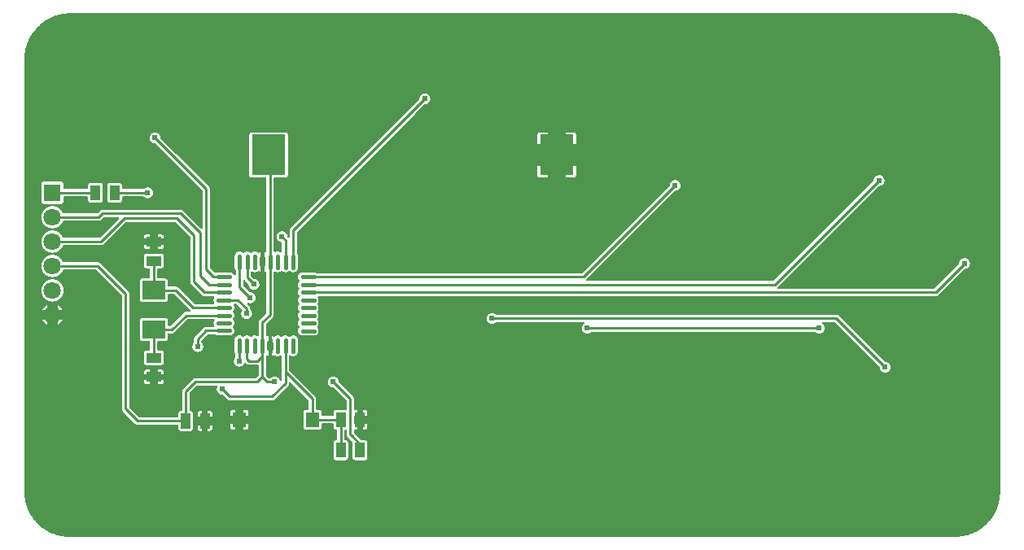
<source format=gtl>
G04 Layer: TopLayer*
G04 EasyEDA v6.4.7, 2020-12-24T11:11:18+08:00*
G04 a96b1d35a67042aea81d214db1df88de,0371d748834c44ad86c168cee136e782,10*
G04 Gerber Generator version 0.2*
G04 Scale: 100 percent, Rotated: No, Reflected: No *
G04 Dimensions in millimeters *
G04 leading zeros omitted , absolute positions ,3 integer and 3 decimal *
%FSLAX33Y33*%
%MOMM*%
G90*
D02*

%ADD10C,0.254000*%
%ADD11C,0.450012*%
%ADD12C,0.610006*%
%ADD13R,0.999998X1.550010*%
%ADD14R,3.499993X4.199992*%
%ADD16R,1.399997X1.499997*%
%ADD17R,1.550010X0.999998*%
%ADD18C,1.799996*%
%ADD19R,1.799996X1.799996*%

%LPD*%
G36*
G01X97000Y54743D02*
G01X4999Y54743D01*
G01X4900Y54742D01*
G01X4801Y54739D01*
G01X4702Y54734D01*
G01X4603Y54726D01*
G01X4504Y54717D01*
G01X4405Y54706D01*
G01X4307Y54692D01*
G01X4208Y54677D01*
G01X4111Y54659D01*
G01X4013Y54639D01*
G01X3916Y54618D01*
G01X3820Y54594D01*
G01X3724Y54568D01*
G01X3628Y54540D01*
G01X3534Y54511D01*
G01X3440Y54479D01*
G01X3346Y54445D01*
G01X3253Y54410D01*
G01X3161Y54372D01*
G01X3070Y54333D01*
G01X2980Y54291D01*
G01X2890Y54248D01*
G01X2802Y54203D01*
G01X2714Y54156D01*
G01X2628Y54107D01*
G01X2542Y54057D01*
G01X2458Y54005D01*
G01X2292Y53895D01*
G01X2211Y53837D01*
G01X2132Y53778D01*
G01X2053Y53717D01*
G01X1976Y53654D01*
G01X1900Y53590D01*
G01X1826Y53525D01*
G01X1752Y53457D01*
G01X1681Y53389D01*
G01X1610Y53318D01*
G01X1542Y53247D01*
G01X1474Y53173D01*
G01X1409Y53099D01*
G01X1345Y53023D01*
G01X1282Y52946D01*
G01X1221Y52867D01*
G01X1162Y52788D01*
G01X1104Y52707D01*
G01X994Y52541D01*
G01X942Y52457D01*
G01X892Y52371D01*
G01X843Y52285D01*
G01X796Y52197D01*
G01X751Y52109D01*
G01X707Y52019D01*
G01X666Y51929D01*
G01X627Y51838D01*
G01X589Y51746D01*
G01X554Y51653D01*
G01X520Y51559D01*
G01X488Y51465D01*
G01X459Y51371D01*
G01X431Y51275D01*
G01X405Y51179D01*
G01X381Y51083D01*
G01X360Y50986D01*
G01X340Y50888D01*
G01X322Y50791D01*
G01X307Y50692D01*
G01X293Y50594D01*
G01X282Y50495D01*
G01X273Y50396D01*
G01X265Y50297D01*
G01X260Y50198D01*
G01X257Y50099D01*
G01X256Y50000D01*
G01X256Y4999D01*
G01X257Y4900D01*
G01X260Y4801D01*
G01X265Y4702D01*
G01X273Y4603D01*
G01X282Y4504D01*
G01X293Y4405D01*
G01X307Y4307D01*
G01X322Y4208D01*
G01X340Y4111D01*
G01X360Y4013D01*
G01X381Y3916D01*
G01X405Y3820D01*
G01X431Y3724D01*
G01X459Y3628D01*
G01X488Y3534D01*
G01X520Y3440D01*
G01X554Y3346D01*
G01X589Y3253D01*
G01X627Y3161D01*
G01X666Y3070D01*
G01X707Y2980D01*
G01X751Y2890D01*
G01X796Y2802D01*
G01X843Y2714D01*
G01X892Y2628D01*
G01X942Y2542D01*
G01X994Y2458D01*
G01X1104Y2292D01*
G01X1162Y2211D01*
G01X1221Y2132D01*
G01X1282Y2053D01*
G01X1345Y1976D01*
G01X1409Y1900D01*
G01X1474Y1826D01*
G01X1542Y1752D01*
G01X1610Y1681D01*
G01X1681Y1610D01*
G01X1752Y1542D01*
G01X1826Y1474D01*
G01X1900Y1409D01*
G01X1976Y1345D01*
G01X2053Y1282D01*
G01X2132Y1221D01*
G01X2211Y1162D01*
G01X2292Y1104D01*
G01X2458Y994D01*
G01X2542Y942D01*
G01X2628Y892D01*
G01X2714Y843D01*
G01X2802Y796D01*
G01X2890Y751D01*
G01X2980Y707D01*
G01X3070Y666D01*
G01X3161Y627D01*
G01X3253Y589D01*
G01X3346Y554D01*
G01X3440Y520D01*
G01X3534Y488D01*
G01X3628Y459D01*
G01X3724Y431D01*
G01X3820Y405D01*
G01X3916Y381D01*
G01X4013Y360D01*
G01X4111Y340D01*
G01X4208Y322D01*
G01X4307Y307D01*
G01X4405Y293D01*
G01X4504Y282D01*
G01X4603Y273D01*
G01X4702Y265D01*
G01X4801Y260D01*
G01X4900Y257D01*
G01X4999Y256D01*
G01X97000Y256D01*
G01X97099Y257D01*
G01X97198Y260D01*
G01X97297Y265D01*
G01X97396Y273D01*
G01X97495Y282D01*
G01X97594Y293D01*
G01X97692Y307D01*
G01X97791Y322D01*
G01X97888Y340D01*
G01X97986Y360D01*
G01X98083Y381D01*
G01X98179Y405D01*
G01X98275Y431D01*
G01X98371Y459D01*
G01X98465Y488D01*
G01X98559Y520D01*
G01X98653Y554D01*
G01X98746Y589D01*
G01X98838Y627D01*
G01X98929Y666D01*
G01X99019Y707D01*
G01X99109Y751D01*
G01X99197Y796D01*
G01X99285Y843D01*
G01X99371Y892D01*
G01X99457Y942D01*
G01X99541Y994D01*
G01X99707Y1104D01*
G01X99788Y1162D01*
G01X99867Y1221D01*
G01X99946Y1282D01*
G01X100023Y1345D01*
G01X100099Y1409D01*
G01X100173Y1474D01*
G01X100247Y1542D01*
G01X100318Y1610D01*
G01X100389Y1681D01*
G01X100457Y1752D01*
G01X100525Y1826D01*
G01X100590Y1900D01*
G01X100654Y1976D01*
G01X100717Y2053D01*
G01X100778Y2132D01*
G01X100837Y2211D01*
G01X100895Y2292D01*
G01X101005Y2458D01*
G01X101057Y2542D01*
G01X101107Y2628D01*
G01X101156Y2714D01*
G01X101203Y2802D01*
G01X101248Y2890D01*
G01X101291Y2980D01*
G01X101333Y3070D01*
G01X101372Y3161D01*
G01X101410Y3253D01*
G01X101445Y3346D01*
G01X101479Y3440D01*
G01X101511Y3534D01*
G01X101540Y3628D01*
G01X101568Y3724D01*
G01X101594Y3820D01*
G01X101618Y3916D01*
G01X101639Y4013D01*
G01X101659Y4111D01*
G01X101677Y4208D01*
G01X101692Y4307D01*
G01X101706Y4405D01*
G01X101717Y4504D01*
G01X101726Y4603D01*
G01X101734Y4702D01*
G01X101739Y4801D01*
G01X101742Y4900D01*
G01X101743Y4999D01*
G01X101743Y50000D01*
G01X101742Y50099D01*
G01X101739Y50198D01*
G01X101734Y50297D01*
G01X101726Y50396D01*
G01X101717Y50495D01*
G01X101706Y50594D01*
G01X101692Y50692D01*
G01X101677Y50791D01*
G01X101659Y50888D01*
G01X101639Y50986D01*
G01X101618Y51083D01*
G01X101594Y51179D01*
G01X101568Y51275D01*
G01X101540Y51371D01*
G01X101511Y51465D01*
G01X101479Y51559D01*
G01X101445Y51653D01*
G01X101410Y51746D01*
G01X101372Y51838D01*
G01X101333Y51929D01*
G01X101291Y52019D01*
G01X101248Y52109D01*
G01X101203Y52197D01*
G01X101156Y52285D01*
G01X101107Y52371D01*
G01X101057Y52457D01*
G01X101005Y52541D01*
G01X100895Y52707D01*
G01X100837Y52788D01*
G01X100778Y52867D01*
G01X100717Y52946D01*
G01X100654Y53023D01*
G01X100590Y53099D01*
G01X100525Y53173D01*
G01X100457Y53247D01*
G01X100389Y53318D01*
G01X100318Y53389D01*
G01X100247Y53457D01*
G01X100173Y53525D01*
G01X100099Y53590D01*
G01X100023Y53654D01*
G01X99946Y53717D01*
G01X99867Y53778D01*
G01X99788Y53837D01*
G01X99707Y53895D01*
G01X99541Y54005D01*
G01X99457Y54057D01*
G01X99371Y54107D01*
G01X99285Y54156D01*
G01X99197Y54203D01*
G01X99109Y54248D01*
G01X99019Y54291D01*
G01X98929Y54333D01*
G01X98838Y54372D01*
G01X98746Y54410D01*
G01X98653Y54445D01*
G01X98559Y54479D01*
G01X98465Y54511D01*
G01X98371Y54540D01*
G01X98275Y54568D01*
G01X98179Y54594D01*
G01X98083Y54618D01*
G01X97986Y54639D01*
G01X97888Y54659D01*
G01X97791Y54677D01*
G01X97692Y54692D01*
G01X97594Y54706D01*
G01X97495Y54717D01*
G01X97396Y54726D01*
G01X97297Y54734D01*
G01X97198Y54739D01*
G01X97099Y54742D01*
G01X97000Y54743D01*
G37*

%LPC*%
G36*
G01X41943Y46407D02*
G01X41910Y46408D01*
G01X41875Y46407D01*
G01X41841Y46404D01*
G01X41807Y46399D01*
G01X41773Y46391D01*
G01X41740Y46382D01*
G01X41707Y46370D01*
G01X41675Y46357D01*
G01X41645Y46342D01*
G01X41615Y46324D01*
G01X41586Y46305D01*
G01X41558Y46285D01*
G01X41532Y46262D01*
G01X41507Y46238D01*
G01X41484Y46213D01*
G01X41462Y46186D01*
G01X41442Y46158D01*
G01X41424Y46129D01*
G01X41408Y46098D01*
G01X41393Y46067D01*
G01X41381Y46035D01*
G01X41370Y46002D01*
G01X41361Y45969D01*
G01X41355Y45935D01*
G01X41351Y45901D01*
G01X41348Y45866D01*
G01X41347Y45851D01*
G01X41343Y45836D01*
G01X41337Y45822D01*
G01X41329Y45810D01*
G01X41319Y45798D01*
G01X40368Y44848D01*
G01X27945Y32425D01*
G01X27925Y32402D01*
G01X27906Y32379D01*
G01X27889Y32354D01*
G01X27875Y32327D01*
G01X27862Y32300D01*
G01X27852Y32272D01*
G01X27843Y32243D01*
G01X27838Y32213D01*
G01X27834Y32183D01*
G01X27833Y32153D01*
G01X27833Y31501D01*
G01X27832Y31486D01*
G01X27829Y31472D01*
G01X27824Y31459D01*
G01X27817Y31446D01*
G01X27808Y31434D01*
G01X27798Y31424D01*
G01X27786Y31415D01*
G01X27773Y31408D01*
G01X27760Y31403D01*
G01X27746Y31400D01*
G01X27731Y31399D01*
G01X27715Y31401D01*
G01X27700Y31404D01*
G01X27685Y31410D01*
G01X27672Y31419D01*
G01X27659Y31429D01*
G01X27641Y31447D01*
G01X27631Y31459D01*
G01X27623Y31471D01*
G01X27617Y31485D01*
G01X27613Y31500D01*
G01X27612Y31515D01*
G01X27609Y31550D01*
G01X27605Y31584D01*
G01X27599Y31618D01*
G01X27590Y31651D01*
G01X27579Y31684D01*
G01X27567Y31716D01*
G01X27552Y31747D01*
G01X27536Y31778D01*
G01X27518Y31807D01*
G01X27498Y31835D01*
G01X27476Y31862D01*
G01X27453Y31887D01*
G01X27428Y31911D01*
G01X27402Y31934D01*
G01X27374Y31954D01*
G01X27345Y31973D01*
G01X27315Y31991D01*
G01X27285Y32006D01*
G01X27253Y32019D01*
G01X27220Y32031D01*
G01X27187Y32040D01*
G01X27153Y32048D01*
G01X27119Y32053D01*
G01X27085Y32056D01*
G01X27051Y32057D01*
G01X27017Y32056D01*
G01X26983Y32053D01*
G01X26949Y32048D01*
G01X26916Y32041D01*
G01X26883Y32032D01*
G01X26851Y32021D01*
G01X26820Y32008D01*
G01X26790Y31993D01*
G01X26760Y31976D01*
G01X26732Y31958D01*
G01X26704Y31938D01*
G01X26678Y31916D01*
G01X26653Y31893D01*
G01X26630Y31868D01*
G01X26608Y31842D01*
G01X26588Y31814D01*
G01X26570Y31786D01*
G01X26553Y31756D01*
G01X26538Y31726D01*
G01X26525Y31695D01*
G01X26514Y31663D01*
G01X26505Y31630D01*
G01X26498Y31597D01*
G01X26493Y31563D01*
G01X26490Y31529D01*
G01X26489Y31496D01*
G01X26490Y31462D01*
G01X26493Y31428D01*
G01X26498Y31394D01*
G01X26505Y31361D01*
G01X26514Y31328D01*
G01X26525Y31296D01*
G01X26538Y31265D01*
G01X26553Y31234D01*
G01X26570Y31205D01*
G01X26588Y31176D01*
G01X26609Y31149D01*
G01X26630Y31123D01*
G01X26653Y31098D01*
G01X26678Y31075D01*
G01X26704Y31053D01*
G01X26732Y31033D01*
G01X26760Y31015D01*
G01X26790Y30998D01*
G01X26820Y30983D01*
G01X26851Y30970D01*
G01X26884Y30959D01*
G01X26916Y30950D01*
G01X26949Y30943D01*
G01X26965Y30939D01*
G01X26979Y30933D01*
G01X26992Y30924D01*
G01X27004Y30914D01*
G01X27014Y30902D01*
G01X27022Y30889D01*
G01X27028Y30874D01*
G01X27032Y30859D01*
G01X27033Y30843D01*
G01X27033Y29970D01*
G01X27032Y29956D01*
G01X27029Y29941D01*
G01X27024Y29928D01*
G01X27017Y29915D01*
G01X27008Y29904D01*
G01X26998Y29893D01*
G01X26986Y29885D01*
G01X26973Y29878D01*
G01X26960Y29873D01*
G01X26946Y29870D01*
G01X26931Y29868D01*
G01X26917Y29869D01*
G01X26903Y29873D01*
G01X26889Y29878D01*
G01X26876Y29885D01*
G01X26847Y29902D01*
G01X26816Y29917D01*
G01X26784Y29931D01*
G01X26752Y29941D01*
G01X26718Y29950D01*
G01X26685Y29956D01*
G01X26650Y29960D01*
G01X26616Y29961D01*
G01X26582Y29960D01*
G01X26548Y29956D01*
G01X26514Y29950D01*
G01X26481Y29941D01*
G01X26448Y29931D01*
G01X26416Y29917D01*
G01X26386Y29902D01*
G01X26356Y29885D01*
G01X26343Y29878D01*
G01X26330Y29873D01*
G01X26316Y29869D01*
G01X26301Y29868D01*
G01X26287Y29870D01*
G01X26273Y29873D01*
G01X26259Y29878D01*
G01X26246Y29885D01*
G01X26235Y29893D01*
G01X26224Y29904D01*
G01X26216Y29915D01*
G01X26209Y29928D01*
G01X26204Y29941D01*
G01X26201Y29956D01*
G01X26200Y29970D01*
G01X26200Y37546D01*
G01X26201Y37561D01*
G01X26204Y37575D01*
G01X26209Y37589D01*
G01X26216Y37601D01*
G01X26224Y37613D01*
G01X26235Y37623D01*
G01X26246Y37632D01*
G01X26259Y37639D01*
G01X26273Y37644D01*
G01X26287Y37647D01*
G01X26301Y37648D01*
G01X27402Y37648D01*
G01X27425Y37649D01*
G01X27449Y37652D01*
G01X27472Y37658D01*
G01X27494Y37665D01*
G01X27516Y37675D01*
G01X27537Y37686D01*
G01X27556Y37700D01*
G01X27575Y37715D01*
G01X27591Y37732D01*
G01X27606Y37750D01*
G01X27620Y37769D01*
G01X27631Y37790D01*
G01X27641Y37812D01*
G01X27648Y37834D01*
G01X27654Y37857D01*
G01X27657Y37881D01*
G01X27658Y37905D01*
G01X27658Y42104D01*
G01X27657Y42128D01*
G01X27654Y42152D01*
G01X27648Y42175D01*
G01X27641Y42197D01*
G01X27631Y42219D01*
G01X27620Y42240D01*
G01X27606Y42259D01*
G01X27591Y42277D01*
G01X27575Y42294D01*
G01X27556Y42309D01*
G01X27537Y42323D01*
G01X27516Y42334D01*
G01X27494Y42344D01*
G01X27472Y42351D01*
G01X27449Y42357D01*
G01X27425Y42360D01*
G01X27402Y42361D01*
G01X23902Y42361D01*
G01X23878Y42360D01*
G01X23855Y42357D01*
G01X23832Y42351D01*
G01X23809Y42344D01*
G01X23787Y42334D01*
G01X23767Y42323D01*
G01X23747Y42309D01*
G01X23729Y42294D01*
G01X23712Y42277D01*
G01X23697Y42259D01*
G01X23684Y42240D01*
G01X23672Y42219D01*
G01X23662Y42197D01*
G01X23655Y42175D01*
G01X23650Y42152D01*
G01X23646Y42128D01*
G01X23645Y42104D01*
G01X23645Y37905D01*
G01X23646Y37881D01*
G01X23650Y37857D01*
G01X23655Y37834D01*
G01X23662Y37812D01*
G01X23672Y37790D01*
G01X23684Y37769D01*
G01X23697Y37750D01*
G01X23712Y37732D01*
G01X23729Y37715D01*
G01X23747Y37700D01*
G01X23767Y37686D01*
G01X23787Y37675D01*
G01X23809Y37665D01*
G01X23832Y37658D01*
G01X23855Y37652D01*
G01X23878Y37649D01*
G01X23902Y37648D01*
G01X25331Y37648D01*
G01X25345Y37647D01*
G01X25360Y37644D01*
G01X25373Y37639D01*
G01X25386Y37632D01*
G01X25397Y37623D01*
G01X25408Y37613D01*
G01X25416Y37601D01*
G01X25423Y37589D01*
G01X25428Y37575D01*
G01X25431Y37561D01*
G01X25433Y37546D01*
G01X25433Y29972D01*
G01X25431Y29957D01*
G01X25428Y29943D01*
G01X25423Y29929D01*
G01X25416Y29917D01*
G01X25408Y29905D01*
G01X25397Y29895D01*
G01X25386Y29886D01*
G01X25373Y29879D01*
G01X25360Y29874D01*
G01X25345Y29871D01*
G01X25331Y29870D01*
G01X25317Y29871D01*
G01X25303Y29874D01*
G01X25289Y29879D01*
G01X25276Y29886D01*
G01X25236Y29909D01*
G01X25194Y29928D01*
G01X25194Y29355D01*
G01X25233Y29355D01*
G01X25247Y29354D01*
G01X25262Y29351D01*
G01X25275Y29346D01*
G01X25288Y29339D01*
G01X25299Y29330D01*
G01X25310Y29320D01*
G01X25318Y29309D01*
G01X25325Y29296D01*
G01X25330Y29282D01*
G01X25333Y29268D01*
G01X25335Y29254D01*
G01X25335Y28505D01*
G01X25333Y28490D01*
G01X25330Y28476D01*
G01X25325Y28463D01*
G01X25318Y28450D01*
G01X25310Y28438D01*
G01X25299Y28428D01*
G01X25288Y28419D01*
G01X25275Y28412D01*
G01X25262Y28407D01*
G01X25247Y28404D01*
G01X25233Y28403D01*
G01X25194Y28403D01*
G01X25194Y27831D01*
G01X25236Y27850D01*
G01X25276Y27873D01*
G01X25289Y27880D01*
G01X25317Y27888D01*
G01X25331Y27888D01*
G01X25345Y27887D01*
G01X25360Y27884D01*
G01X25373Y27879D01*
G01X25386Y27872D01*
G01X25397Y27864D01*
G01X25408Y27853D01*
G01X25416Y27842D01*
G01X25423Y27829D01*
G01X25428Y27816D01*
G01X25431Y27801D01*
G01X25433Y27787D01*
G01X25433Y23604D01*
G01X25431Y23588D01*
G01X25428Y23573D01*
G01X25421Y23558D01*
G01X25413Y23544D01*
G01X25403Y23532D01*
G01X24737Y22867D01*
G01X24717Y22844D01*
G01X24698Y22821D01*
G01X24681Y22796D01*
G01X24667Y22769D01*
G01X24654Y22742D01*
G01X24644Y22714D01*
G01X24635Y22685D01*
G01X24630Y22655D01*
G01X24626Y22625D01*
G01X24625Y22595D01*
G01X24625Y21232D01*
G01X24624Y21218D01*
G01X24621Y21204D01*
G01X24616Y21190D01*
G01X24609Y21178D01*
G01X24600Y21166D01*
G01X24590Y21156D01*
G01X24578Y21147D01*
G01X24565Y21140D01*
G01X24552Y21135D01*
G01X24538Y21132D01*
G01X24523Y21131D01*
G01X24509Y21132D01*
G01X24495Y21135D01*
G01X24481Y21140D01*
G01X24468Y21147D01*
G01X24439Y21164D01*
G01X24408Y21180D01*
G01X24376Y21193D01*
G01X24344Y21204D01*
G01X24311Y21212D01*
G01X24277Y21218D01*
G01X24243Y21222D01*
G01X24208Y21223D01*
G01X24175Y21222D01*
G01X24142Y21219D01*
G01X24110Y21213D01*
G01X24078Y21205D01*
G01X24046Y21195D01*
G01X24015Y21183D01*
G01X23985Y21169D01*
G01X23957Y21152D01*
G01X23929Y21134D01*
G01X23903Y21114D01*
G01X23878Y21092D01*
G01X23866Y21082D01*
G01X23853Y21075D01*
G01X23838Y21069D01*
G01X23824Y21066D01*
G01X23808Y21064D01*
G01X23793Y21066D01*
G01X23778Y21069D01*
G01X23764Y21075D01*
G01X23750Y21082D01*
G01X23738Y21092D01*
G01X23714Y21114D01*
G01X23687Y21134D01*
G01X23660Y21152D01*
G01X23631Y21169D01*
G01X23601Y21183D01*
G01X23570Y21195D01*
G01X23539Y21205D01*
G01X23507Y21213D01*
G01X23474Y21219D01*
G01X23441Y21222D01*
G01X23408Y21223D01*
G01X23375Y21222D01*
G01X23342Y21219D01*
G01X23310Y21213D01*
G01X23277Y21205D01*
G01X23246Y21195D01*
G01X23215Y21183D01*
G01X23185Y21169D01*
G01X23157Y21152D01*
G01X23129Y21134D01*
G01X23103Y21114D01*
G01X23078Y21092D01*
G01X23066Y21082D01*
G01X23053Y21075D01*
G01X23038Y21069D01*
G01X23023Y21066D01*
G01X23008Y21064D01*
G01X22993Y21066D01*
G01X22978Y21069D01*
G01X22964Y21075D01*
G01X22950Y21082D01*
G01X22938Y21092D01*
G01X22914Y21114D01*
G01X22887Y21134D01*
G01X22860Y21152D01*
G01X22831Y21169D01*
G01X22801Y21183D01*
G01X22770Y21195D01*
G01X22739Y21205D01*
G01X22707Y21213D01*
G01X22674Y21219D01*
G01X22641Y21222D01*
G01X22608Y21223D01*
G01X22577Y21222D01*
G01X22545Y21219D01*
G01X22514Y21214D01*
G01X22483Y21207D01*
G01X22453Y21198D01*
G01X22424Y21187D01*
G01X22395Y21174D01*
G01X22367Y21159D01*
G01X22341Y21142D01*
G01X22315Y21124D01*
G01X22291Y21104D01*
G01X22268Y21082D01*
G01X22246Y21059D01*
G01X22226Y21035D01*
G01X22208Y21009D01*
G01X22191Y20982D01*
G01X22176Y20955D01*
G01X22163Y20926D01*
G01X22152Y20896D01*
G01X22143Y20866D01*
G01X22136Y20836D01*
G01X22131Y20805D01*
G01X22128Y20773D01*
G01X22127Y20742D01*
G01X22127Y19542D01*
G01X22128Y19510D01*
G01X22131Y19479D01*
G01X22136Y19448D01*
G01X22143Y19417D01*
G01X22152Y19387D01*
G01X22163Y19358D01*
G01X22176Y19329D01*
G01X22191Y19301D01*
G01X22207Y19274D01*
G01X22215Y19262D01*
G01X22220Y19248D01*
G01X22223Y19233D01*
G01X22225Y19218D01*
G01X22225Y18994D01*
G01X22223Y18978D01*
G01X22220Y18964D01*
G01X22214Y18949D01*
G01X22207Y18936D01*
G01X22197Y18924D01*
G01X22174Y18898D01*
G01X22153Y18870D01*
G01X22133Y18841D01*
G01X22115Y18811D01*
G01X22099Y18779D01*
G01X22086Y18747D01*
G01X22074Y18714D01*
G01X22064Y18680D01*
G01X22056Y18646D01*
G01X22051Y18612D01*
G01X22048Y18577D01*
G01X22046Y18542D01*
G01X22048Y18508D01*
G01X22051Y18474D01*
G01X22056Y18440D01*
G01X22063Y18407D01*
G01X22072Y18374D01*
G01X22083Y18342D01*
G01X22096Y18311D01*
G01X22111Y18281D01*
G01X22127Y18251D01*
G01X22146Y18223D01*
G01X22166Y18195D01*
G01X22188Y18169D01*
G01X22211Y18144D01*
G01X22236Y18121D01*
G01X22262Y18099D01*
G01X22289Y18079D01*
G01X22318Y18061D01*
G01X22347Y18044D01*
G01X22378Y18029D01*
G01X22409Y18016D01*
G01X22441Y18005D01*
G01X22474Y17996D01*
G01X22507Y17989D01*
G01X22540Y17984D01*
G01X22574Y17981D01*
G01X22608Y17980D01*
G01X22644Y17981D01*
G01X22679Y17984D01*
G01X22714Y17990D01*
G01X22749Y17998D01*
G01X22783Y18008D01*
G01X22817Y18020D01*
G01X22849Y18034D01*
G01X22881Y18051D01*
G01X22912Y18069D01*
G01X22941Y18089D01*
G01X22969Y18111D01*
G01X22995Y18135D01*
G01X23020Y18160D01*
G01X23044Y18187D01*
G01X23065Y18216D01*
G01X23085Y18245D01*
G01X23103Y18276D01*
G01X23119Y18308D01*
G01X23126Y18321D01*
G01X23134Y18332D01*
G01X23145Y18343D01*
G01X23156Y18351D01*
G01X23169Y18358D01*
G01X23183Y18363D01*
G01X23197Y18366D01*
G01X23211Y18367D01*
G01X23227Y18366D01*
G01X23243Y18362D01*
G01X23257Y18356D01*
G01X23271Y18348D01*
G01X23283Y18338D01*
G01X23350Y18270D01*
G01X23372Y18250D01*
G01X23396Y18231D01*
G01X23421Y18214D01*
G01X23447Y18200D01*
G01X23475Y18187D01*
G01X23503Y18177D01*
G01X23532Y18169D01*
G01X23562Y18163D01*
G01X23591Y18159D01*
G01X23622Y18158D01*
G01X24523Y18158D01*
G01X24538Y18157D01*
G01X24552Y18154D01*
G01X24565Y18149D01*
G01X24578Y18142D01*
G01X24590Y18133D01*
G01X24600Y18123D01*
G01X24609Y18111D01*
G01X24616Y18099D01*
G01X24621Y18085D01*
G01X24624Y18071D01*
G01X24625Y18057D01*
G01X24625Y17102D01*
G01X24624Y17086D01*
G01X24620Y17070D01*
G01X24614Y17055D01*
G01X24605Y17042D01*
G01X24595Y17030D01*
G01X24361Y16796D01*
G01X24349Y16785D01*
G01X24335Y16777D01*
G01X24321Y16771D01*
G01X24305Y16767D01*
G01X24289Y16766D01*
G01X18034Y16766D01*
G01X18003Y16765D01*
G01X17974Y16761D01*
G01X17944Y16755D01*
G01X17915Y16747D01*
G01X17887Y16737D01*
G01X17859Y16724D01*
G01X17833Y16710D01*
G01X17808Y16693D01*
G01X17784Y16674D01*
G01X17762Y16654D01*
G01X16762Y15654D01*
G01X16742Y15632D01*
G01X16723Y15608D01*
G01X16706Y15583D01*
G01X16692Y15557D01*
G01X16679Y15529D01*
G01X16669Y15501D01*
G01X16661Y15472D01*
G01X16655Y15442D01*
G01X16651Y15413D01*
G01X16650Y15383D01*
G01X16650Y13452D01*
G01X16649Y13437D01*
G01X16646Y13423D01*
G01X16641Y13409D01*
G01X16634Y13397D01*
G01X16625Y13385D01*
G01X16615Y13375D01*
G01X16603Y13366D01*
G01X16591Y13359D01*
G01X16577Y13354D01*
G01X16563Y13351D01*
G01X16548Y13350D01*
G01X16534Y13350D01*
G01X16510Y13349D01*
G01X16486Y13346D01*
G01X16463Y13340D01*
G01X16441Y13333D01*
G01X16419Y13323D01*
G01X16398Y13312D01*
G01X16379Y13298D01*
G01X16361Y13283D01*
G01X16344Y13266D01*
G01X16329Y13248D01*
G01X16315Y13229D01*
G01X16304Y13208D01*
G01X16294Y13186D01*
G01X16287Y13164D01*
G01X16281Y13141D01*
G01X16278Y13117D01*
G01X16277Y13094D01*
G01X16277Y12804D01*
G01X16276Y12789D01*
G01X16273Y12775D01*
G01X16268Y12761D01*
G01X16261Y12749D01*
G01X16252Y12737D01*
G01X16242Y12727D01*
G01X16230Y12718D01*
G01X16218Y12711D01*
G01X16204Y12706D01*
G01X16190Y12703D01*
G01X16175Y12702D01*
G01X12265Y12702D01*
G01X12250Y12703D01*
G01X12234Y12707D01*
G01X12219Y12713D01*
G01X12206Y12721D01*
G01X12194Y12732D01*
G01X11208Y13718D01*
G01X11197Y13730D01*
G01X11189Y13743D01*
G01X11183Y13758D01*
G01X11179Y13774D01*
G01X11178Y13789D01*
G01X11178Y25527D01*
G01X11177Y25557D01*
G01X11173Y25586D01*
G01X11167Y25616D01*
G01X11159Y25645D01*
G01X11149Y25673D01*
G01X11136Y25701D01*
G01X11122Y25727D01*
G01X11105Y25752D01*
G01X11086Y25776D01*
G01X11066Y25798D01*
G01X8145Y28719D01*
G01X8123Y28739D01*
G01X8099Y28758D01*
G01X8074Y28775D01*
G01X8048Y28789D01*
G01X8020Y28802D01*
G01X7992Y28812D01*
G01X7963Y28820D01*
G01X7933Y28826D01*
G01X7904Y28830D01*
G01X7874Y28831D01*
G01X4335Y28831D01*
G01X4320Y28832D01*
G01X4306Y28835D01*
G01X4292Y28841D01*
G01X4279Y28848D01*
G01X4267Y28857D01*
G01X4257Y28868D01*
G01X4248Y28880D01*
G01X4242Y28893D01*
G01X4222Y28938D01*
G01X4200Y28981D01*
G01X4177Y29024D01*
G01X4152Y29065D01*
G01X4125Y29106D01*
G01X4097Y29145D01*
G01X4067Y29183D01*
G01X4035Y29220D01*
G01X4002Y29256D01*
G01X3967Y29290D01*
G01X3931Y29322D01*
G01X3894Y29353D01*
G01X3855Y29382D01*
G01X3816Y29410D01*
G01X3775Y29436D01*
G01X3733Y29460D01*
G01X3690Y29483D01*
G01X3646Y29504D01*
G01X3601Y29523D01*
G01X3556Y29539D01*
G01X3509Y29555D01*
G01X3463Y29568D01*
G01X3415Y29579D01*
G01X3368Y29588D01*
G01X3320Y29595D01*
G01X3271Y29600D01*
G01X3223Y29603D01*
G01X3175Y29604D01*
G01X3125Y29603D01*
G01X3076Y29600D01*
G01X3028Y29595D01*
G01X2979Y29587D01*
G01X2931Y29578D01*
G01X2883Y29567D01*
G01X2836Y29553D01*
G01X2789Y29538D01*
G01X2743Y29521D01*
G01X2698Y29501D01*
G01X2654Y29480D01*
G01X2610Y29457D01*
G01X2568Y29432D01*
G01X2527Y29406D01*
G01X2487Y29377D01*
G01X2448Y29347D01*
G01X2410Y29316D01*
G01X2374Y29282D01*
G01X2340Y29248D01*
G01X2306Y29212D01*
G01X2275Y29174D01*
G01X2245Y29135D01*
G01X2216Y29095D01*
G01X2190Y29054D01*
G01X2165Y29012D01*
G01X2142Y28968D01*
G01X2121Y28924D01*
G01X2101Y28879D01*
G01X2084Y28833D01*
G01X2069Y28786D01*
G01X2055Y28739D01*
G01X2044Y28691D01*
G01X2035Y28643D01*
G01X2027Y28594D01*
G01X2022Y28546D01*
G01X2019Y28497D01*
G01X2018Y28448D01*
G01X2019Y28398D01*
G01X2022Y28349D01*
G01X2027Y28301D01*
G01X2035Y28252D01*
G01X2044Y28204D01*
G01X2055Y28156D01*
G01X2069Y28109D01*
G01X2084Y28062D01*
G01X2101Y28016D01*
G01X2121Y27971D01*
G01X2142Y27927D01*
G01X2165Y27883D01*
G01X2190Y27841D01*
G01X2216Y27800D01*
G01X2245Y27760D01*
G01X2275Y27721D01*
G01X2306Y27683D01*
G01X2340Y27647D01*
G01X2374Y27613D01*
G01X2410Y27579D01*
G01X2448Y27548D01*
G01X2487Y27518D01*
G01X2527Y27489D01*
G01X2568Y27463D01*
G01X2610Y27438D01*
G01X2654Y27415D01*
G01X2698Y27394D01*
G01X2743Y27374D01*
G01X2789Y27357D01*
G01X2836Y27342D01*
G01X2883Y27328D01*
G01X2931Y27317D01*
G01X2979Y27308D01*
G01X3028Y27300D01*
G01X3076Y27295D01*
G01X3125Y27292D01*
G01X3175Y27291D01*
G01X3223Y27292D01*
G01X3271Y27295D01*
G01X3320Y27300D01*
G01X3368Y27307D01*
G01X3415Y27316D01*
G01X3463Y27327D01*
G01X3509Y27340D01*
G01X3556Y27356D01*
G01X3601Y27372D01*
G01X3646Y27391D01*
G01X3690Y27412D01*
G01X3733Y27435D01*
G01X3775Y27459D01*
G01X3816Y27485D01*
G01X3855Y27513D01*
G01X3894Y27542D01*
G01X3931Y27573D01*
G01X3967Y27605D01*
G01X4002Y27639D01*
G01X4035Y27675D01*
G01X4067Y27712D01*
G01X4097Y27750D01*
G01X4125Y27789D01*
G01X4152Y27830D01*
G01X4177Y27871D01*
G01X4200Y27914D01*
G01X4222Y27957D01*
G01X4242Y28002D01*
G01X4248Y28015D01*
G01X4257Y28027D01*
G01X4267Y28038D01*
G01X4279Y28047D01*
G01X4292Y28054D01*
G01X4306Y28060D01*
G01X4320Y28063D01*
G01X4335Y28064D01*
G01X7673Y28064D01*
G01X7688Y28063D01*
G01X7704Y28059D01*
G01X7719Y28053D01*
G01X7732Y28045D01*
G01X7744Y28034D01*
G01X10381Y25397D01*
G01X10392Y25385D01*
G01X10400Y25372D01*
G01X10406Y25357D01*
G01X10410Y25341D01*
G01X10411Y25326D01*
G01X10411Y13589D01*
G01X10412Y13558D01*
G01X10416Y13529D01*
G01X10422Y13499D01*
G01X10430Y13470D01*
G01X10440Y13442D01*
G01X10453Y13414D01*
G01X10467Y13388D01*
G01X10484Y13363D01*
G01X10503Y13339D01*
G01X10523Y13317D01*
G01X11793Y12047D01*
G01X11815Y12027D01*
G01X11839Y12008D01*
G01X11864Y11991D01*
G01X11890Y11977D01*
G01X11918Y11964D01*
G01X11946Y11954D01*
G01X11975Y11946D01*
G01X12005Y11940D01*
G01X12034Y11936D01*
G01X12065Y11935D01*
G01X16175Y11935D01*
G01X16190Y11934D01*
G01X16204Y11931D01*
G01X16218Y11926D01*
G01X16230Y11919D01*
G01X16242Y11910D01*
G01X16252Y11900D01*
G01X16261Y11888D01*
G01X16268Y11876D01*
G01X16273Y11862D01*
G01X16276Y11848D01*
G01X16277Y11833D01*
G01X16277Y11543D01*
G01X16278Y11520D01*
G01X16281Y11496D01*
G01X16287Y11473D01*
G01X16294Y11451D01*
G01X16304Y11429D01*
G01X16315Y11408D01*
G01X16329Y11389D01*
G01X16344Y11371D01*
G01X16361Y11354D01*
G01X16379Y11339D01*
G01X16398Y11325D01*
G01X16419Y11314D01*
G01X16441Y11304D01*
G01X16463Y11297D01*
G01X16486Y11291D01*
G01X16510Y11288D01*
G01X16534Y11287D01*
G01X17534Y11287D01*
G01X17557Y11288D01*
G01X17581Y11291D01*
G01X17604Y11297D01*
G01X17626Y11304D01*
G01X17648Y11314D01*
G01X17669Y11325D01*
G01X17688Y11339D01*
G01X17706Y11354D01*
G01X17723Y11371D01*
G01X17738Y11389D01*
G01X17752Y11408D01*
G01X17763Y11429D01*
G01X17773Y11451D01*
G01X17780Y11473D01*
G01X17786Y11496D01*
G01X17789Y11520D01*
G01X17790Y11543D01*
G01X17790Y13094D01*
G01X17789Y13117D01*
G01X17786Y13141D01*
G01X17780Y13164D01*
G01X17773Y13186D01*
G01X17763Y13208D01*
G01X17752Y13229D01*
G01X17738Y13248D01*
G01X17723Y13266D01*
G01X17706Y13283D01*
G01X17688Y13298D01*
G01X17669Y13312D01*
G01X17648Y13323D01*
G01X17626Y13333D01*
G01X17604Y13340D01*
G01X17581Y13346D01*
G01X17557Y13349D01*
G01X17534Y13350D01*
G01X17519Y13350D01*
G01X17504Y13351D01*
G01X17490Y13354D01*
G01X17476Y13359D01*
G01X17464Y13366D01*
G01X17452Y13375D01*
G01X17442Y13385D01*
G01X17433Y13397D01*
G01X17426Y13409D01*
G01X17421Y13423D01*
G01X17418Y13437D01*
G01X17417Y13452D01*
G01X17417Y15182D01*
G01X17418Y15197D01*
G01X17422Y15213D01*
G01X17428Y15228D01*
G01X17436Y15241D01*
G01X17447Y15253D01*
G01X18163Y15969D01*
G01X18175Y15980D01*
G01X18188Y15988D01*
G01X18203Y15994D01*
G01X18219Y15998D01*
G01X18234Y15999D01*
G01X20225Y15999D01*
G01X20239Y15998D01*
G01X20254Y15995D01*
G01X20267Y15990D01*
G01X20280Y15983D01*
G01X20291Y15974D01*
G01X20302Y15964D01*
G01X20310Y15952D01*
G01X20317Y15940D01*
G01X20322Y15926D01*
G01X20325Y15912D01*
G01X20327Y15897D01*
G01X20325Y15883D01*
G01X20322Y15869D01*
G01X20317Y15855D01*
G01X20304Y15823D01*
G01X20292Y15791D01*
G01X20283Y15757D01*
G01X20276Y15724D01*
G01X20270Y15689D01*
G01X20267Y15655D01*
G01X20266Y15621D01*
G01X20267Y15586D01*
G01X20270Y15552D01*
G01X20275Y15518D01*
G01X20283Y15484D01*
G01X20292Y15451D01*
G01X20304Y15418D01*
G01X20317Y15386D01*
G01X20332Y15356D01*
G01X20350Y15326D01*
G01X20369Y15297D01*
G01X20389Y15269D01*
G01X20412Y15243D01*
G01X20436Y15218D01*
G01X20461Y15195D01*
G01X20488Y15173D01*
G01X20516Y15153D01*
G01X20545Y15135D01*
G01X20576Y15119D01*
G01X20607Y15104D01*
G01X20639Y15092D01*
G01X20672Y15081D01*
G01X20705Y15072D01*
G01X20739Y15066D01*
G01X20773Y15062D01*
G01X20808Y15059D01*
G01X20823Y15058D01*
G01X20838Y15054D01*
G01X20852Y15048D01*
G01X20864Y15040D01*
G01X20876Y15030D01*
G01X21318Y14587D01*
G01X21340Y14567D01*
G01X21364Y14548D01*
G01X21389Y14531D01*
G01X21415Y14517D01*
G01X21443Y14504D01*
G01X21471Y14494D01*
G01X21500Y14486D01*
G01X21530Y14480D01*
G01X21559Y14476D01*
G01X21590Y14475D01*
G01X26035Y14475D01*
G01X26065Y14476D01*
G01X26094Y14480D01*
G01X26124Y14486D01*
G01X26153Y14494D01*
G01X26181Y14504D01*
G01X26209Y14517D01*
G01X26235Y14531D01*
G01X26260Y14548D01*
G01X26284Y14567D01*
G01X26306Y14587D01*
G01X27677Y15959D01*
G01X27698Y15981D01*
G01X27716Y16005D01*
G01X27733Y16030D01*
G01X27748Y16056D01*
G01X27760Y16083D01*
G01X27771Y16112D01*
G01X27779Y16141D01*
G01X27785Y16170D01*
G01X27788Y16200D01*
G01X27790Y16230D01*
G01X27790Y16253D01*
G01X27791Y16267D01*
G01X27794Y16281D01*
G01X27799Y16295D01*
G01X27806Y16308D01*
G01X27814Y16319D01*
G01X27825Y16329D01*
G01X27836Y16338D01*
G01X27849Y16345D01*
G01X27863Y16350D01*
G01X27877Y16353D01*
G01X27891Y16354D01*
G01X27907Y16353D01*
G01X27923Y16349D01*
G01X27937Y16343D01*
G01X27951Y16335D01*
G01X27963Y16325D01*
G01X29802Y14486D01*
G01X29812Y14473D01*
G01X29821Y14460D01*
G01X29827Y14445D01*
G01X29831Y14430D01*
G01X29832Y14414D01*
G01X29832Y13554D01*
G01X29831Y13539D01*
G01X29828Y13525D01*
G01X29823Y13512D01*
G01X29816Y13499D01*
G01X29807Y13487D01*
G01X29797Y13477D01*
G01X29785Y13468D01*
G01X29772Y13461D01*
G01X29759Y13456D01*
G01X29745Y13453D01*
G01X29730Y13452D01*
G01X29515Y13452D01*
G01X29492Y13451D01*
G01X29468Y13448D01*
G01X29445Y13442D01*
G01X29423Y13435D01*
G01X29401Y13425D01*
G01X29380Y13414D01*
G01X29361Y13400D01*
G01X29343Y13385D01*
G01X29326Y13368D01*
G01X29311Y13350D01*
G01X29297Y13331D01*
G01X29286Y13310D01*
G01X29276Y13288D01*
G01X29269Y13266D01*
G01X29263Y13243D01*
G01X29260Y13219D01*
G01X29259Y13196D01*
G01X29259Y11696D01*
G01X29260Y11672D01*
G01X29263Y11648D01*
G01X29269Y11625D01*
G01X29276Y11603D01*
G01X29286Y11581D01*
G01X29297Y11561D01*
G01X29311Y11541D01*
G01X29326Y11523D01*
G01X29343Y11506D01*
G01X29361Y11491D01*
G01X29380Y11477D01*
G01X29401Y11466D01*
G01X29423Y11456D01*
G01X29445Y11449D01*
G01X29468Y11443D01*
G01X29492Y11440D01*
G01X29515Y11439D01*
G01X30915Y11439D01*
G01X30939Y11440D01*
G01X30963Y11443D01*
G01X30986Y11449D01*
G01X31008Y11456D01*
G01X31030Y11466D01*
G01X31051Y11477D01*
G01X31070Y11491D01*
G01X31088Y11506D01*
G01X31105Y11523D01*
G01X31120Y11541D01*
G01X31134Y11561D01*
G01X31145Y11581D01*
G01X31155Y11603D01*
G01X31162Y11625D01*
G01X31168Y11648D01*
G01X31171Y11672D01*
G01X31172Y11696D01*
G01X31172Y11960D01*
G01X31173Y11975D01*
G01X31176Y11989D01*
G01X31181Y12003D01*
G01X31188Y12015D01*
G01X31197Y12027D01*
G01X31207Y12037D01*
G01X31219Y12046D01*
G01X31231Y12053D01*
G01X31245Y12058D01*
G01X31259Y12061D01*
G01X31274Y12062D01*
G01X32304Y12062D01*
G01X32319Y12061D01*
G01X32333Y12058D01*
G01X32347Y12053D01*
G01X32359Y12046D01*
G01X32371Y12037D01*
G01X32381Y12027D01*
G01X32390Y12015D01*
G01X32397Y12003D01*
G01X32402Y11989D01*
G01X32405Y11975D01*
G01X32406Y11960D01*
G01X32406Y11670D01*
G01X32407Y11647D01*
G01X32410Y11623D01*
G01X32416Y11600D01*
G01X32423Y11578D01*
G01X32433Y11556D01*
G01X32444Y11535D01*
G01X32458Y11516D01*
G01X32473Y11498D01*
G01X32490Y11481D01*
G01X32508Y11466D01*
G01X32527Y11452D01*
G01X32548Y11441D01*
G01X32570Y11431D01*
G01X32592Y11424D01*
G01X32615Y11418D01*
G01X32639Y11415D01*
G01X32663Y11414D01*
G01X32677Y11414D01*
G01X32692Y11413D01*
G01X32706Y11410D01*
G01X32720Y11405D01*
G01X32732Y11398D01*
G01X32744Y11389D01*
G01X32754Y11379D01*
G01X32763Y11367D01*
G01X32770Y11355D01*
G01X32775Y11341D01*
G01X32778Y11327D01*
G01X32779Y11312D01*
G01X32779Y10404D01*
G01X32778Y10389D01*
G01X32775Y10375D01*
G01X32770Y10361D01*
G01X32763Y10349D01*
G01X32754Y10337D01*
G01X32744Y10327D01*
G01X32732Y10318D01*
G01X32720Y10311D01*
G01X32706Y10306D01*
G01X32692Y10303D01*
G01X32677Y10302D01*
G01X32663Y10302D01*
G01X32639Y10301D01*
G01X32615Y10298D01*
G01X32592Y10292D01*
G01X32570Y10285D01*
G01X32548Y10275D01*
G01X32527Y10264D01*
G01X32508Y10250D01*
G01X32490Y10235D01*
G01X32473Y10218D01*
G01X32458Y10200D01*
G01X32444Y10181D01*
G01X32433Y10160D01*
G01X32423Y10138D01*
G01X32416Y10116D01*
G01X32410Y10093D01*
G01X32407Y10069D01*
G01X32406Y10046D01*
G01X32406Y8495D01*
G01X32407Y8472D01*
G01X32410Y8448D01*
G01X32416Y8425D01*
G01X32423Y8403D01*
G01X32433Y8381D01*
G01X32444Y8360D01*
G01X32458Y8341D01*
G01X32473Y8323D01*
G01X32490Y8306D01*
G01X32508Y8291D01*
G01X32527Y8277D01*
G01X32548Y8266D01*
G01X32570Y8256D01*
G01X32592Y8249D01*
G01X32615Y8243D01*
G01X32639Y8240D01*
G01X32663Y8239D01*
G01X33663Y8239D01*
G01X33686Y8240D01*
G01X33710Y8243D01*
G01X33733Y8249D01*
G01X33755Y8256D01*
G01X33777Y8266D01*
G01X33798Y8277D01*
G01X33817Y8291D01*
G01X33835Y8306D01*
G01X33852Y8323D01*
G01X33867Y8341D01*
G01X33881Y8360D01*
G01X33892Y8381D01*
G01X33902Y8403D01*
G01X33909Y8425D01*
G01X33915Y8448D01*
G01X33918Y8472D01*
G01X33919Y8495D01*
G01X33919Y10046D01*
G01X33918Y10069D01*
G01X33915Y10093D01*
G01X33909Y10116D01*
G01X33902Y10138D01*
G01X33892Y10160D01*
G01X33881Y10181D01*
G01X33867Y10200D01*
G01X33852Y10218D01*
G01X33835Y10235D01*
G01X33817Y10250D01*
G01X33798Y10264D01*
G01X33777Y10275D01*
G01X33755Y10285D01*
G01X33733Y10292D01*
G01X33710Y10298D01*
G01X33686Y10301D01*
G01X33663Y10302D01*
G01X33648Y10302D01*
G01X33633Y10303D01*
G01X33619Y10306D01*
G01X33605Y10311D01*
G01X33593Y10318D01*
G01X33581Y10327D01*
G01X33571Y10337D01*
G01X33562Y10349D01*
G01X33555Y10361D01*
G01X33550Y10375D01*
G01X33547Y10389D01*
G01X33546Y10404D01*
G01X33546Y11312D01*
G01X33547Y11327D01*
G01X33550Y11341D01*
G01X33555Y11355D01*
G01X33562Y11367D01*
G01X33571Y11379D01*
G01X33581Y11389D01*
G01X33593Y11398D01*
G01X33605Y11405D01*
G01X33619Y11410D01*
G01X33633Y11413D01*
G01X33648Y11414D01*
G01X33677Y11414D01*
G01X33692Y11413D01*
G01X33706Y11410D01*
G01X33720Y11405D01*
G01X33732Y11398D01*
G01X33744Y11389D01*
G01X33754Y11379D01*
G01X33763Y11368D01*
G01X33770Y11355D01*
G01X33775Y11341D01*
G01X33778Y11327D01*
G01X33779Y11313D01*
G01X33779Y10922D01*
G01X33780Y10891D01*
G01X33784Y10862D01*
G01X33790Y10832D01*
G01X33798Y10803D01*
G01X33808Y10775D01*
G01X33821Y10747D01*
G01X33835Y10721D01*
G01X33852Y10696D01*
G01X33871Y10672D01*
G01X33891Y10650D01*
G01X34018Y10523D01*
G01X34379Y10163D01*
G01X34389Y10150D01*
G01X34398Y10137D01*
G01X34404Y10122D01*
G01X34408Y10107D01*
G01X34409Y10091D01*
G01X34408Y10078D01*
G01X34406Y10046D01*
G01X34406Y8495D01*
G01X34407Y8472D01*
G01X34410Y8448D01*
G01X34416Y8425D01*
G01X34423Y8403D01*
G01X34433Y8381D01*
G01X34444Y8360D01*
G01X34458Y8341D01*
G01X34473Y8323D01*
G01X34490Y8306D01*
G01X34508Y8291D01*
G01X34527Y8277D01*
G01X34548Y8266D01*
G01X34570Y8256D01*
G01X34592Y8249D01*
G01X34615Y8243D01*
G01X34639Y8240D01*
G01X34662Y8239D01*
G01X35662Y8239D01*
G01X35686Y8240D01*
G01X35710Y8243D01*
G01X35733Y8249D01*
G01X35755Y8256D01*
G01X35777Y8266D01*
G01X35798Y8277D01*
G01X35817Y8291D01*
G01X35835Y8306D01*
G01X35852Y8323D01*
G01X35867Y8341D01*
G01X35881Y8360D01*
G01X35892Y8381D01*
G01X35902Y8403D01*
G01X35909Y8425D01*
G01X35915Y8448D01*
G01X35918Y8472D01*
G01X35919Y8495D01*
G01X35919Y10046D01*
G01X35918Y10069D01*
G01X35915Y10093D01*
G01X35909Y10116D01*
G01X35902Y10138D01*
G01X35892Y10160D01*
G01X35881Y10181D01*
G01X35867Y10200D01*
G01X35852Y10218D01*
G01X35835Y10235D01*
G01X35817Y10250D01*
G01X35798Y10264D01*
G01X35777Y10275D01*
G01X35755Y10285D01*
G01X35733Y10292D01*
G01X35710Y10298D01*
G01X35686Y10301D01*
G01X35662Y10302D01*
G01X35366Y10302D01*
G01X35351Y10303D01*
G01X35335Y10307D01*
G01X35320Y10313D01*
G01X35307Y10321D01*
G01X35295Y10332D01*
G01X34576Y11051D01*
G01X34565Y11063D01*
G01X34557Y11076D01*
G01X34551Y11091D01*
G01X34547Y11107D01*
G01X34546Y11122D01*
G01X34546Y11313D01*
G01X34547Y11327D01*
G01X34550Y11341D01*
G01X34555Y11355D01*
G01X34562Y11368D01*
G01X34571Y11379D01*
G01X34581Y11389D01*
G01X34593Y11398D01*
G01X34605Y11405D01*
G01X34619Y11410D01*
G01X34633Y11413D01*
G01X34648Y11414D01*
G01X34849Y11414D01*
G01X34849Y11994D01*
G01X34648Y11994D01*
G01X34633Y11996D01*
G01X34619Y11999D01*
G01X34605Y12004D01*
G01X34593Y12011D01*
G01X34581Y12019D01*
G01X34571Y12030D01*
G01X34562Y12041D01*
G01X34555Y12054D01*
G01X34550Y12067D01*
G01X34547Y12082D01*
G01X34546Y12096D01*
G01X34546Y12795D01*
G01X34547Y12809D01*
G01X34550Y12824D01*
G01X34555Y12837D01*
G01X34562Y12850D01*
G01X34571Y12861D01*
G01X34581Y12872D01*
G01X34593Y12880D01*
G01X34605Y12887D01*
G01X34619Y12892D01*
G01X34633Y12895D01*
G01X34648Y12897D01*
G01X34849Y12897D01*
G01X34849Y13477D01*
G01X34648Y13477D01*
G01X34633Y13478D01*
G01X34619Y13481D01*
G01X34605Y13486D01*
G01X34593Y13493D01*
G01X34581Y13502D01*
G01X34571Y13512D01*
G01X34562Y13523D01*
G01X34555Y13536D01*
G01X34550Y13550D01*
G01X34547Y13564D01*
G01X34546Y13578D01*
G01X34546Y14605D01*
G01X34545Y14635D01*
G01X34541Y14664D01*
G01X34535Y14694D01*
G01X34527Y14723D01*
G01X34517Y14751D01*
G01X34504Y14779D01*
G01X34490Y14805D01*
G01X34473Y14830D01*
G01X34454Y14854D01*
G01X34434Y14876D01*
G01X32975Y16334D01*
G01X32965Y16346D01*
G01X32957Y16358D01*
G01X32951Y16372D01*
G01X32947Y16387D01*
G01X32946Y16402D01*
G01X32943Y16437D01*
G01X32939Y16471D01*
G01X32933Y16505D01*
G01X32924Y16538D01*
G01X32913Y16571D01*
G01X32901Y16603D01*
G01X32886Y16634D01*
G01X32870Y16665D01*
G01X32852Y16694D01*
G01X32832Y16722D01*
G01X32810Y16749D01*
G01X32787Y16774D01*
G01X32762Y16798D01*
G01X32736Y16821D01*
G01X32708Y16841D01*
G01X32679Y16860D01*
G01X32649Y16878D01*
G01X32619Y16893D01*
G01X32587Y16906D01*
G01X32554Y16918D01*
G01X32521Y16927D01*
G01X32487Y16935D01*
G01X32453Y16940D01*
G01X32419Y16943D01*
G01X32385Y16944D01*
G01X32351Y16943D01*
G01X32317Y16940D01*
G01X32283Y16935D01*
G01X32250Y16928D01*
G01X32217Y16919D01*
G01X32185Y16908D01*
G01X32154Y16895D01*
G01X32124Y16880D01*
G01X32094Y16863D01*
G01X32066Y16845D01*
G01X32038Y16825D01*
G01X32012Y16803D01*
G01X31987Y16780D01*
G01X31964Y16755D01*
G01X31942Y16729D01*
G01X31922Y16701D01*
G01X31904Y16673D01*
G01X31887Y16643D01*
G01X31872Y16613D01*
G01X31859Y16582D01*
G01X31848Y16550D01*
G01X31839Y16517D01*
G01X31832Y16484D01*
G01X31827Y16450D01*
G01X31824Y16416D01*
G01X31823Y16383D01*
G01X31824Y16348D01*
G01X31827Y16314D01*
G01X31832Y16280D01*
G01X31840Y16246D01*
G01X31849Y16213D01*
G01X31861Y16180D01*
G01X31874Y16148D01*
G01X31889Y16118D01*
G01X31907Y16088D01*
G01X31926Y16059D01*
G01X31946Y16031D01*
G01X31969Y16005D01*
G01X31993Y15980D01*
G01X32018Y15957D01*
G01X32045Y15935D01*
G01X32073Y15915D01*
G01X32102Y15897D01*
G01X32133Y15881D01*
G01X32164Y15866D01*
G01X32196Y15854D01*
G01X32229Y15843D01*
G01X32262Y15834D01*
G01X32296Y15828D01*
G01X32330Y15824D01*
G01X32365Y15821D01*
G01X32380Y15820D01*
G01X32395Y15816D01*
G01X32409Y15810D01*
G01X32421Y15802D01*
G01X32433Y15792D01*
G01X33749Y14475D01*
G01X33760Y14463D01*
G01X33768Y14450D01*
G01X33774Y14435D01*
G01X33778Y14419D01*
G01X33779Y14404D01*
G01X33779Y13578D01*
G01X33778Y13564D01*
G01X33775Y13550D01*
G01X33770Y13536D01*
G01X33763Y13523D01*
G01X33754Y13512D01*
G01X33744Y13502D01*
G01X33732Y13493D01*
G01X33720Y13486D01*
G01X33706Y13481D01*
G01X33692Y13478D01*
G01X33677Y13477D01*
G01X32663Y13477D01*
G01X32639Y13476D01*
G01X32615Y13473D01*
G01X32592Y13467D01*
G01X32570Y13460D01*
G01X32548Y13450D01*
G01X32527Y13439D01*
G01X32508Y13425D01*
G01X32490Y13410D01*
G01X32473Y13393D01*
G01X32458Y13375D01*
G01X32444Y13356D01*
G01X32433Y13335D01*
G01X32423Y13313D01*
G01X32416Y13291D01*
G01X32410Y13268D01*
G01X32407Y13244D01*
G01X32406Y13221D01*
G01X32406Y12931D01*
G01X32405Y12916D01*
G01X32402Y12902D01*
G01X32397Y12888D01*
G01X32390Y12876D01*
G01X32381Y12864D01*
G01X32371Y12854D01*
G01X32359Y12845D01*
G01X32347Y12838D01*
G01X32333Y12833D01*
G01X32319Y12830D01*
G01X32304Y12829D01*
G01X31274Y12829D01*
G01X31259Y12830D01*
G01X31245Y12833D01*
G01X31231Y12838D01*
G01X31219Y12845D01*
G01X31207Y12854D01*
G01X31197Y12864D01*
G01X31188Y12876D01*
G01X31181Y12888D01*
G01X31176Y12902D01*
G01X31173Y12916D01*
G01X31172Y12931D01*
G01X31172Y13196D01*
G01X31171Y13219D01*
G01X31168Y13243D01*
G01X31162Y13266D01*
G01X31155Y13288D01*
G01X31145Y13310D01*
G01X31134Y13331D01*
G01X31120Y13350D01*
G01X31105Y13368D01*
G01X31088Y13385D01*
G01X31070Y13400D01*
G01X31051Y13414D01*
G01X31030Y13425D01*
G01X31008Y13435D01*
G01X30986Y13442D01*
G01X30963Y13448D01*
G01X30939Y13451D01*
G01X30915Y13452D01*
G01X30700Y13452D01*
G01X30686Y13453D01*
G01X30672Y13456D01*
G01X30658Y13461D01*
G01X30646Y13468D01*
G01X30634Y13477D01*
G01X30624Y13487D01*
G01X30615Y13499D01*
G01X30608Y13512D01*
G01X30603Y13525D01*
G01X30600Y13539D01*
G01X30599Y13554D01*
G01X30599Y14615D01*
G01X30598Y14645D01*
G01X30594Y14675D01*
G01X30588Y14704D01*
G01X30580Y14733D01*
G01X30570Y14761D01*
G01X30557Y14789D01*
G01X30542Y14815D01*
G01X30526Y14840D01*
G01X30507Y14864D01*
G01X30487Y14886D01*
G01X27819Y17553D01*
G01X27809Y17565D01*
G01X27801Y17579D01*
G01X27795Y17593D01*
G01X27791Y17609D01*
G01X27790Y17625D01*
G01X27790Y19051D01*
G01X27791Y19065D01*
G01X27794Y19080D01*
G01X27799Y19093D01*
G01X27806Y19106D01*
G01X27814Y19117D01*
G01X27825Y19128D01*
G01X27836Y19136D01*
G01X27849Y19143D01*
G01X27863Y19148D01*
G01X27877Y19151D01*
G01X27891Y19153D01*
G01X27906Y19152D01*
G01X27920Y19148D01*
G01X27933Y19143D01*
G01X27946Y19136D01*
G01X27976Y19119D01*
G01X28006Y19104D01*
G01X28038Y19090D01*
G01X28071Y19080D01*
G01X28104Y19071D01*
G01X28138Y19065D01*
G01X28172Y19061D01*
G01X28206Y19060D01*
G01X28238Y19061D01*
G01X28269Y19064D01*
G01X28300Y19069D01*
G01X28331Y19077D01*
G01X28361Y19086D01*
G01X28390Y19097D01*
G01X28419Y19110D01*
G01X28447Y19125D01*
G01X28474Y19141D01*
G01X28499Y19160D01*
G01X28524Y19180D01*
G01X28547Y19201D01*
G01X28568Y19224D01*
G01X28588Y19249D01*
G01X28607Y19274D01*
G01X28623Y19301D01*
G01X28638Y19329D01*
G01X28651Y19357D01*
G01X28662Y19387D01*
G01X28671Y19417D01*
G01X28678Y19448D01*
G01X28684Y19479D01*
G01X28687Y19510D01*
G01X28688Y19542D01*
G01X28688Y20742D01*
G01X28687Y20773D01*
G01X28684Y20805D01*
G01X28678Y20836D01*
G01X28671Y20866D01*
G01X28662Y20896D01*
G01X28651Y20926D01*
G01X28638Y20955D01*
G01X28623Y20982D01*
G01X28607Y21009D01*
G01X28588Y21035D01*
G01X28568Y21059D01*
G01X28547Y21082D01*
G01X28524Y21104D01*
G01X28499Y21124D01*
G01X28474Y21142D01*
G01X28447Y21159D01*
G01X28419Y21174D01*
G01X28390Y21187D01*
G01X28361Y21198D01*
G01X28331Y21207D01*
G01X28300Y21214D01*
G01X28269Y21219D01*
G01X28238Y21222D01*
G01X28206Y21223D01*
G01X28173Y21222D01*
G01X28140Y21219D01*
G01X28108Y21213D01*
G01X28075Y21205D01*
G01X28044Y21195D01*
G01X28013Y21183D01*
G01X27983Y21169D01*
G01X27955Y21152D01*
G01X27927Y21134D01*
G01X27901Y21114D01*
G01X27876Y21092D01*
G01X27864Y21082D01*
G01X27851Y21075D01*
G01X27836Y21069D01*
G01X27821Y21066D01*
G01X27806Y21064D01*
G01X27791Y21066D01*
G01X27776Y21069D01*
G01X27762Y21075D01*
G01X27748Y21082D01*
G01X27736Y21092D01*
G01X27712Y21114D01*
G01X27685Y21134D01*
G01X27658Y21152D01*
G01X27629Y21169D01*
G01X27599Y21183D01*
G01X27568Y21195D01*
G01X27537Y21205D01*
G01X27505Y21213D01*
G01X27472Y21219D01*
G01X27439Y21222D01*
G01X27406Y21223D01*
G01X27373Y21222D01*
G01X27340Y21219D01*
G01X27308Y21213D01*
G01X27275Y21205D01*
G01X27244Y21195D01*
G01X27213Y21183D01*
G01X27183Y21169D01*
G01X27154Y21152D01*
G01X27127Y21134D01*
G01X27101Y21114D01*
G01X27076Y21092D01*
G01X27064Y21082D01*
G01X27051Y21075D01*
G01X27036Y21069D01*
G01X27021Y21066D01*
G01X27006Y21064D01*
G01X26991Y21066D01*
G01X26976Y21069D01*
G01X26962Y21075D01*
G01X26948Y21082D01*
G01X26936Y21092D01*
G01X26912Y21114D01*
G01X26885Y21134D01*
G01X26858Y21152D01*
G01X26829Y21169D01*
G01X26799Y21183D01*
G01X26768Y21195D01*
G01X26737Y21205D01*
G01X26705Y21213D01*
G01X26672Y21219D01*
G01X26639Y21222D01*
G01X26606Y21223D01*
G01X26573Y21222D01*
G01X26540Y21219D01*
G01X26507Y21213D01*
G01X26475Y21205D01*
G01X26444Y21195D01*
G01X26413Y21183D01*
G01X26383Y21169D01*
G01X26354Y21152D01*
G01X26327Y21134D01*
G01X26300Y21114D01*
G01X26276Y21092D01*
G01X26264Y21082D01*
G01X26250Y21075D01*
G01X26236Y21069D01*
G01X26221Y21066D01*
G01X26206Y21064D01*
G01X26191Y21066D01*
G01X26176Y21069D01*
G01X26161Y21075D01*
G01X26148Y21082D01*
G01X26136Y21092D01*
G01X26109Y21116D01*
G01X26079Y21138D01*
G01X26048Y21158D01*
G01X26016Y21175D01*
G01X25982Y21190D01*
G01X25982Y20618D01*
G01X26023Y20618D01*
G01X26037Y20617D01*
G01X26051Y20614D01*
G01X26065Y20609D01*
G01X26078Y20602D01*
G01X26089Y20593D01*
G01X26100Y20583D01*
G01X26108Y20571D01*
G01X26115Y20558D01*
G01X26120Y20545D01*
G01X26123Y20531D01*
G01X26124Y20516D01*
G01X26124Y19767D01*
G01X26123Y19753D01*
G01X26120Y19739D01*
G01X26115Y19725D01*
G01X26108Y19712D01*
G01X26100Y19701D01*
G01X26089Y19691D01*
G01X26078Y19682D01*
G01X26065Y19675D01*
G01X26051Y19670D01*
G01X26037Y19667D01*
G01X26023Y19666D01*
G01X25982Y19666D01*
G01X25982Y19093D01*
G01X26016Y19108D01*
G01X26048Y19125D01*
G01X26079Y19145D01*
G01X26109Y19167D01*
G01X26136Y19191D01*
G01X26148Y19201D01*
G01X26161Y19209D01*
G01X26176Y19214D01*
G01X26191Y19218D01*
G01X26206Y19219D01*
G01X26221Y19218D01*
G01X26236Y19214D01*
G01X26250Y19209D01*
G01X26264Y19201D01*
G01X26276Y19191D01*
G01X26300Y19169D01*
G01X26327Y19149D01*
G01X26354Y19131D01*
G01X26383Y19115D01*
G01X26413Y19101D01*
G01X26444Y19088D01*
G01X26475Y19078D01*
G01X26507Y19070D01*
G01X26540Y19065D01*
G01X26573Y19061D01*
G01X26606Y19060D01*
G01X26640Y19061D01*
G01X26674Y19065D01*
G01X26708Y19071D01*
G01X26742Y19080D01*
G01X26774Y19090D01*
G01X26806Y19104D01*
G01X26837Y19119D01*
G01X26866Y19136D01*
G01X26879Y19143D01*
G01X26892Y19148D01*
G01X26907Y19152D01*
G01X26921Y19153D01*
G01X26935Y19151D01*
G01X26950Y19148D01*
G01X26963Y19143D01*
G01X26976Y19136D01*
G01X26987Y19128D01*
G01X26998Y19117D01*
G01X27006Y19106D01*
G01X27013Y19093D01*
G01X27018Y19080D01*
G01X27022Y19065D01*
G01X27023Y19051D01*
G01X27023Y16582D01*
G01X27022Y16567D01*
G01X27018Y16553D01*
G01X27013Y16540D01*
G01X27006Y16527D01*
G01X26998Y16515D01*
G01X26987Y16505D01*
G01X26976Y16496D01*
G01X26963Y16489D01*
G01X26950Y16484D01*
G01X26935Y16481D01*
G01X26921Y16480D01*
G01X26905Y16482D01*
G01X26889Y16485D01*
G01X26875Y16492D01*
G01X26861Y16500D01*
G01X26849Y16510D01*
G01X26838Y16523D01*
G01X26830Y16536D01*
G01X26824Y16551D01*
G01X26813Y16583D01*
G01X26800Y16615D01*
G01X26785Y16645D01*
G01X26768Y16674D01*
G01X26750Y16703D01*
G01X26730Y16730D01*
G01X26708Y16756D01*
G01X26685Y16780D01*
G01X26660Y16804D01*
G01X26634Y16825D01*
G01X26607Y16845D01*
G01X26578Y16863D01*
G01X26549Y16880D01*
G01X26518Y16895D01*
G01X26487Y16908D01*
G01X26455Y16919D01*
G01X26423Y16928D01*
G01X26389Y16935D01*
G01X26356Y16940D01*
G01X26322Y16943D01*
G01X26289Y16944D01*
G01X26253Y16943D01*
G01X26218Y16940D01*
G01X26184Y16934D01*
G01X26150Y16927D01*
G01X26116Y16917D01*
G01X26083Y16905D01*
G01X26051Y16891D01*
G01X26019Y16875D01*
G01X25989Y16857D01*
G01X25960Y16838D01*
G01X25932Y16816D01*
G01X25906Y16793D01*
G01X25894Y16784D01*
G01X25881Y16776D01*
G01X25866Y16771D01*
G01X25852Y16767D01*
G01X25836Y16766D01*
G01X25727Y16766D01*
G01X25712Y16767D01*
G01X25696Y16771D01*
G01X25681Y16777D01*
G01X25668Y16785D01*
G01X25656Y16796D01*
G01X25422Y17030D01*
G01X25411Y17042D01*
G01X25403Y17055D01*
G01X25397Y17070D01*
G01X25393Y17086D01*
G01X25392Y17102D01*
G01X25392Y19049D01*
G01X25393Y19064D01*
G01X25396Y19078D01*
G01X25401Y19092D01*
G01X25408Y19104D01*
G01X25417Y19116D01*
G01X25427Y19126D01*
G01X25439Y19135D01*
G01X25451Y19142D01*
G01X25465Y19147D01*
G01X25479Y19150D01*
G01X25493Y19151D01*
G01X25508Y19150D01*
G01X25522Y19147D01*
G01X25535Y19142D01*
G01X25548Y19135D01*
G01X25588Y19112D01*
G01X25630Y19093D01*
G01X25630Y19666D01*
G01X25591Y19666D01*
G01X25577Y19667D01*
G01X25563Y19670D01*
G01X25549Y19675D01*
G01X25537Y19682D01*
G01X25525Y19691D01*
G01X25515Y19701D01*
G01X25506Y19712D01*
G01X25499Y19725D01*
G01X25494Y19739D01*
G01X25491Y19753D01*
G01X25490Y19767D01*
G01X25490Y20516D01*
G01X25491Y20531D01*
G01X25494Y20545D01*
G01X25499Y20558D01*
G01X25506Y20571D01*
G01X25515Y20583D01*
G01X25525Y20593D01*
G01X25537Y20602D01*
G01X25549Y20609D01*
G01X25563Y20614D01*
G01X25577Y20617D01*
G01X25591Y20618D01*
G01X25630Y20618D01*
G01X25630Y21190D01*
G01X25588Y21171D01*
G01X25548Y21148D01*
G01X25535Y21141D01*
G01X25522Y21137D01*
G01X25508Y21133D01*
G01X25493Y21133D01*
G01X25479Y21134D01*
G01X25465Y21137D01*
G01X25451Y21142D01*
G01X25439Y21149D01*
G01X25427Y21157D01*
G01X25417Y21168D01*
G01X25408Y21179D01*
G01X25401Y21192D01*
G01X25396Y21205D01*
G01X25393Y21220D01*
G01X25392Y21234D01*
G01X25392Y22394D01*
G01X25393Y22410D01*
G01X25397Y22426D01*
G01X25403Y22441D01*
G01X25411Y22454D01*
G01X25422Y22466D01*
G01X26087Y23132D01*
G01X26108Y23154D01*
G01X26126Y23178D01*
G01X26143Y23203D01*
G01X26158Y23229D01*
G01X26170Y23256D01*
G01X26181Y23285D01*
G01X26189Y23314D01*
G01X26195Y23343D01*
G01X26198Y23373D01*
G01X26200Y23403D01*
G01X26200Y27789D01*
G01X26201Y27803D01*
G01X26204Y27817D01*
G01X26209Y27831D01*
G01X26216Y27843D01*
G01X26224Y27855D01*
G01X26235Y27865D01*
G01X26246Y27874D01*
G01X26259Y27881D01*
G01X26273Y27886D01*
G01X26287Y27889D01*
G01X26301Y27890D01*
G01X26316Y27889D01*
G01X26330Y27886D01*
G01X26343Y27881D01*
G01X26356Y27874D01*
G01X26386Y27857D01*
G01X26416Y27841D01*
G01X26448Y27828D01*
G01X26481Y27817D01*
G01X26514Y27809D01*
G01X26548Y27803D01*
G01X26582Y27799D01*
G01X26616Y27798D01*
G01X26649Y27799D01*
G01X26682Y27802D01*
G01X26715Y27808D01*
G01X26747Y27816D01*
G01X26778Y27826D01*
G01X26809Y27838D01*
G01X26839Y27852D01*
G01X26868Y27869D01*
G01X26895Y27887D01*
G01X26922Y27907D01*
G01X26947Y27929D01*
G01X26958Y27939D01*
G01X26972Y27946D01*
G01X26986Y27952D01*
G01X27001Y27955D01*
G01X27016Y27957D01*
G01X27032Y27955D01*
G01X27046Y27952D01*
G01X27061Y27946D01*
G01X27074Y27939D01*
G01X27086Y27929D01*
G01X27111Y27907D01*
G01X27137Y27887D01*
G01X27165Y27869D01*
G01X27193Y27852D01*
G01X27223Y27838D01*
G01X27254Y27826D01*
G01X27286Y27816D01*
G01X27318Y27808D01*
G01X27350Y27802D01*
G01X27383Y27799D01*
G01X27416Y27798D01*
G01X27449Y27799D01*
G01X27482Y27802D01*
G01X27515Y27808D01*
G01X27547Y27816D01*
G01X27578Y27826D01*
G01X27609Y27838D01*
G01X27639Y27852D01*
G01X27668Y27869D01*
G01X27695Y27887D01*
G01X27722Y27907D01*
G01X27747Y27929D01*
G01X27759Y27939D01*
G01X27772Y27946D01*
G01X27786Y27952D01*
G01X27801Y27955D01*
G01X27816Y27957D01*
G01X27832Y27955D01*
G01X27847Y27952D01*
G01X27861Y27946D01*
G01X27874Y27939D01*
G01X27886Y27929D01*
G01X27911Y27907D01*
G01X27937Y27887D01*
G01X27965Y27869D01*
G01X27994Y27852D01*
G01X28023Y27838D01*
G01X28054Y27826D01*
G01X28086Y27816D01*
G01X28118Y27808D01*
G01X28150Y27802D01*
G01X28183Y27799D01*
G01X28216Y27798D01*
G01X28248Y27799D01*
G01X28279Y27802D01*
G01X28310Y27807D01*
G01X28341Y27814D01*
G01X28371Y27823D01*
G01X28401Y27834D01*
G01X28429Y27847D01*
G01X28457Y27862D01*
G01X28484Y27879D01*
G01X28510Y27897D01*
G01X28534Y27917D01*
G01X28557Y27939D01*
G01X28578Y27962D01*
G01X28598Y27986D01*
G01X28617Y28012D01*
G01X28633Y28039D01*
G01X28648Y28066D01*
G01X28661Y28095D01*
G01X28672Y28125D01*
G01X28682Y28155D01*
G01X28689Y28185D01*
G01X28694Y28216D01*
G01X28697Y28248D01*
G01X28698Y28279D01*
G01X28698Y29479D01*
G01X28697Y29511D01*
G01X28694Y29542D01*
G01X28689Y29573D01*
G01X28682Y29604D01*
G01X28672Y29634D01*
G01X28661Y29663D01*
G01X28648Y29692D01*
G01X28634Y29720D01*
G01X28617Y29747D01*
G01X28617Y29746D01*
G01X28610Y29759D01*
G01X28604Y29773D01*
G01X28601Y29788D01*
G01X28600Y29803D01*
G01X28600Y31952D01*
G01X28601Y31968D01*
G01X28605Y31984D01*
G01X28611Y31999D01*
G01X28619Y32012D01*
G01X28630Y32024D01*
G01X40911Y44305D01*
G01X41861Y45256D01*
G01X41873Y45266D01*
G01X41885Y45274D01*
G01X41899Y45280D01*
G01X41914Y45284D01*
G01X41929Y45285D01*
G01X41964Y45288D01*
G01X41998Y45292D01*
G01X42032Y45298D01*
G01X42065Y45307D01*
G01X42098Y45318D01*
G01X42130Y45330D01*
G01X42161Y45345D01*
G01X42192Y45361D01*
G01X42221Y45379D01*
G01X42249Y45399D01*
G01X42276Y45421D01*
G01X42301Y45444D01*
G01X42325Y45469D01*
G01X42348Y45495D01*
G01X42368Y45523D01*
G01X42387Y45552D01*
G01X42405Y45582D01*
G01X42420Y45612D01*
G01X42433Y45644D01*
G01X42445Y45677D01*
G01X42454Y45710D01*
G01X42462Y45744D01*
G01X42467Y45778D01*
G01X42470Y45812D01*
G01X42471Y45847D01*
G01X42470Y45880D01*
G01X42467Y45914D01*
G01X42462Y45948D01*
G01X42455Y45981D01*
G01X42446Y46014D01*
G01X42435Y46046D01*
G01X42422Y46077D01*
G01X42407Y46107D01*
G01X42390Y46137D01*
G01X42372Y46165D01*
G01X42352Y46193D01*
G01X42330Y46219D01*
G01X42307Y46244D01*
G01X42282Y46267D01*
G01X42256Y46289D01*
G01X42228Y46309D01*
G01X42200Y46327D01*
G01X42170Y46344D01*
G01X42140Y46359D01*
G01X42109Y46372D01*
G01X42077Y46383D01*
G01X42044Y46392D01*
G01X42011Y46399D01*
G01X41977Y46404D01*
G01X41943Y46407D01*
G37*
G36*
G01X89187Y37898D02*
G01X89154Y37899D01*
G01X89119Y37898D01*
G01X89085Y37895D01*
G01X89051Y37890D01*
G01X89017Y37882D01*
G01X88984Y37873D01*
G01X88951Y37861D01*
G01X88919Y37848D01*
G01X88889Y37833D01*
G01X88859Y37815D01*
G01X88830Y37796D01*
G01X88802Y37776D01*
G01X88776Y37753D01*
G01X88751Y37729D01*
G01X88728Y37704D01*
G01X88706Y37677D01*
G01X88686Y37649D01*
G01X88668Y37620D01*
G01X88652Y37589D01*
G01X88637Y37558D01*
G01X88625Y37526D01*
G01X88614Y37493D01*
G01X88605Y37460D01*
G01X88599Y37426D01*
G01X88595Y37392D01*
G01X88592Y37357D01*
G01X88591Y37342D01*
G01X88587Y37327D01*
G01X88581Y37313D01*
G01X88573Y37301D01*
G01X88563Y37289D01*
G01X78191Y26918D01*
G01X78179Y26907D01*
G01X78166Y26899D01*
G01X78151Y26893D01*
G01X78135Y26889D01*
G01X78119Y26888D01*
G01X58791Y26888D01*
G01X58776Y26889D01*
G01X58762Y26892D01*
G01X58748Y26897D01*
G01X58736Y26904D01*
G01X58724Y26913D01*
G01X58714Y26923D01*
G01X58705Y26935D01*
G01X58698Y26947D01*
G01X58693Y26961D01*
G01X58690Y26975D01*
G01X58689Y26990D01*
G01X58690Y27005D01*
G01X58694Y27021D01*
G01X58700Y27036D01*
G01X58708Y27049D01*
G01X58719Y27061D01*
G01X67896Y36239D01*
G01X67908Y36249D01*
G01X67920Y36257D01*
G01X67934Y36263D01*
G01X67949Y36267D01*
G01X67964Y36268D01*
G01X67999Y36271D01*
G01X68033Y36275D01*
G01X68067Y36281D01*
G01X68100Y36290D01*
G01X68133Y36301D01*
G01X68165Y36313D01*
G01X68196Y36328D01*
G01X68227Y36344D01*
G01X68256Y36362D01*
G01X68284Y36382D01*
G01X68311Y36404D01*
G01X68336Y36427D01*
G01X68360Y36452D01*
G01X68383Y36478D01*
G01X68403Y36506D01*
G01X68422Y36535D01*
G01X68440Y36565D01*
G01X68455Y36595D01*
G01X68468Y36627D01*
G01X68480Y36660D01*
G01X68489Y36693D01*
G01X68497Y36727D01*
G01X68502Y36761D01*
G01X68505Y36795D01*
G01X68506Y36830D01*
G01X68505Y36863D01*
G01X68502Y36897D01*
G01X68497Y36931D01*
G01X68490Y36964D01*
G01X68481Y36997D01*
G01X68470Y37029D01*
G01X68457Y37060D01*
G01X68442Y37090D01*
G01X68425Y37120D01*
G01X68407Y37148D01*
G01X68387Y37176D01*
G01X68365Y37202D01*
G01X68342Y37227D01*
G01X68317Y37250D01*
G01X68291Y37272D01*
G01X68263Y37292D01*
G01X68235Y37310D01*
G01X68205Y37327D01*
G01X68175Y37342D01*
G01X68144Y37355D01*
G01X68112Y37366D01*
G01X68079Y37375D01*
G01X68046Y37382D01*
G01X68012Y37387D01*
G01X67978Y37390D01*
G01X67945Y37391D01*
G01X67910Y37390D01*
G01X67876Y37387D01*
G01X67842Y37382D01*
G01X67808Y37374D01*
G01X67775Y37365D01*
G01X67742Y37353D01*
G01X67710Y37340D01*
G01X67680Y37325D01*
G01X67650Y37307D01*
G01X67621Y37288D01*
G01X67593Y37268D01*
G01X67567Y37245D01*
G01X67542Y37221D01*
G01X67519Y37196D01*
G01X67497Y37169D01*
G01X67477Y37141D01*
G01X67459Y37112D01*
G01X67443Y37081D01*
G01X67428Y37050D01*
G01X67416Y37018D01*
G01X67405Y36985D01*
G01X67396Y36952D01*
G01X67390Y36918D01*
G01X67386Y36884D01*
G01X67383Y36849D01*
G01X67382Y36834D01*
G01X67378Y36819D01*
G01X67372Y36805D01*
G01X67364Y36793D01*
G01X67354Y36781D01*
G01X58290Y27718D01*
G01X58278Y27707D01*
G01X58265Y27699D01*
G01X58250Y27693D01*
G01X58234Y27689D01*
G01X58219Y27688D01*
G01X30705Y27688D01*
G01X30690Y27689D01*
G01X30675Y27692D01*
G01X30661Y27698D01*
G01X30648Y27705D01*
G01X30621Y27722D01*
G01X30594Y27737D01*
G01X30536Y27761D01*
G01X30505Y27770D01*
G01X30475Y27777D01*
G01X30444Y27782D01*
G01X30412Y27785D01*
G01X30381Y27786D01*
G01X29181Y27786D01*
G01X29150Y27785D01*
G01X29118Y27782D01*
G01X29087Y27777D01*
G01X29056Y27770D01*
G01X29026Y27760D01*
G01X28997Y27749D01*
G01X28968Y27736D01*
G01X28940Y27722D01*
G01X28913Y27705D01*
G01X28888Y27687D01*
G01X28864Y27667D01*
G01X28840Y27645D01*
G01X28819Y27622D01*
G01X28799Y27598D01*
G01X28781Y27572D01*
G01X28764Y27545D01*
G01X28749Y27517D01*
G01X28736Y27489D01*
G01X28725Y27459D01*
G01X28716Y27429D01*
G01X28709Y27398D01*
G01X28704Y27367D01*
G01X28700Y27336D01*
G01X28699Y27305D01*
G01X28701Y27271D01*
G01X28704Y27239D01*
G01X28710Y27206D01*
G01X28718Y27174D01*
G01X28728Y27142D01*
G01X28740Y27112D01*
G01X28754Y27082D01*
G01X28770Y27053D01*
G01X28789Y27025D01*
G01X28809Y26999D01*
G01X28831Y26974D01*
G01X28840Y26962D01*
G01X28848Y26949D01*
G01X28854Y26935D01*
G01X28857Y26920D01*
G01X28858Y26904D01*
G01X28857Y26889D01*
G01X28854Y26874D01*
G01X28848Y26860D01*
G01X28840Y26847D01*
G01X28831Y26835D01*
G01X28809Y26810D01*
G01X28789Y26784D01*
G01X28770Y26756D01*
G01X28754Y26727D01*
G01X28740Y26697D01*
G01X28728Y26667D01*
G01X28718Y26635D01*
G01X28710Y26603D01*
G01X28704Y26570D01*
G01X28701Y26537D01*
G01X28699Y26504D01*
G01X28701Y26471D01*
G01X28704Y26438D01*
G01X28710Y26406D01*
G01X28718Y26374D01*
G01X28728Y26342D01*
G01X28740Y26311D01*
G01X28754Y26282D01*
G01X28770Y26253D01*
G01X28789Y26225D01*
G01X28809Y26199D01*
G01X28831Y26174D01*
G01X28840Y26162D01*
G01X28848Y26149D01*
G01X28854Y26135D01*
G01X28857Y26120D01*
G01X28858Y26104D01*
G01X28857Y26089D01*
G01X28854Y26074D01*
G01X28848Y26060D01*
G01X28840Y26047D01*
G01X28831Y26035D01*
G01X28809Y26010D01*
G01X28789Y25984D01*
G01X28770Y25956D01*
G01X28754Y25927D01*
G01X28740Y25897D01*
G01X28728Y25867D01*
G01X28718Y25835D01*
G01X28710Y25803D01*
G01X28704Y25770D01*
G01X28701Y25737D01*
G01X28699Y25704D01*
G01X28701Y25671D01*
G01X28704Y25638D01*
G01X28710Y25606D01*
G01X28718Y25574D01*
G01X28728Y25542D01*
G01X28740Y25511D01*
G01X28754Y25481D01*
G01X28770Y25453D01*
G01X28789Y25425D01*
G01X28809Y25399D01*
G01X28831Y25374D01*
G01X28840Y25362D01*
G01X28848Y25349D01*
G01X28854Y25335D01*
G01X28857Y25320D01*
G01X28858Y25304D01*
G01X28857Y25289D01*
G01X28854Y25274D01*
G01X28848Y25260D01*
G01X28840Y25246D01*
G01X28831Y25235D01*
G01X28809Y25210D01*
G01X28789Y25183D01*
G01X28770Y25156D01*
G01X28754Y25127D01*
G01X28740Y25097D01*
G01X28728Y25066D01*
G01X28718Y25035D01*
G01X28710Y25003D01*
G01X28704Y24970D01*
G01X28701Y24937D01*
G01X28699Y24904D01*
G01X28701Y24871D01*
G01X28704Y24838D01*
G01X28710Y24806D01*
G01X28717Y24774D01*
G01X28727Y24743D01*
G01X28739Y24712D01*
G01X28754Y24682D01*
G01X28770Y24653D01*
G01X28788Y24626D01*
G01X28808Y24600D01*
G01X28830Y24575D01*
G01X28839Y24563D01*
G01X28847Y24550D01*
G01X28853Y24536D01*
G01X28856Y24521D01*
G01X28857Y24505D01*
G01X28856Y24490D01*
G01X28853Y24475D01*
G01X28847Y24461D01*
G01X28839Y24448D01*
G01X28830Y24436D01*
G01X28808Y24411D01*
G01X28788Y24385D01*
G01X28770Y24357D01*
G01X28754Y24329D01*
G01X28739Y24299D01*
G01X28727Y24268D01*
G01X28717Y24237D01*
G01X28710Y24205D01*
G01X28704Y24172D01*
G01X28701Y24140D01*
G01X28699Y24107D01*
G01X28701Y24074D01*
G01X28704Y24041D01*
G01X28710Y24008D01*
G01X28718Y23976D01*
G01X28728Y23944D01*
G01X28740Y23914D01*
G01X28754Y23884D01*
G01X28770Y23855D01*
G01X28789Y23827D01*
G01X28809Y23801D01*
G01X28831Y23776D01*
G01X28840Y23764D01*
G01X28848Y23751D01*
G01X28854Y23737D01*
G01X28857Y23722D01*
G01X28858Y23707D01*
G01X28857Y23691D01*
G01X28854Y23676D01*
G01X28848Y23662D01*
G01X28840Y23649D01*
G01X28831Y23637D01*
G01X28809Y23612D01*
G01X28789Y23586D01*
G01X28770Y23558D01*
G01X28754Y23529D01*
G01X28740Y23500D01*
G01X28728Y23469D01*
G01X28718Y23437D01*
G01X28710Y23405D01*
G01X28704Y23373D01*
G01X28701Y23340D01*
G01X28699Y23307D01*
G01X28701Y23273D01*
G01X28704Y23241D01*
G01X28710Y23208D01*
G01X28718Y23176D01*
G01X28728Y23144D01*
G01X28740Y23114D01*
G01X28754Y23084D01*
G01X28770Y23055D01*
G01X28789Y23027D01*
G01X28809Y23001D01*
G01X28831Y22976D01*
G01X28840Y22964D01*
G01X28848Y22951D01*
G01X28854Y22937D01*
G01X28857Y22922D01*
G01X28858Y22906D01*
G01X28857Y22891D01*
G01X28854Y22876D01*
G01X28848Y22862D01*
G01X28840Y22849D01*
G01X28831Y22837D01*
G01X28809Y22812D01*
G01X28789Y22786D01*
G01X28770Y22758D01*
G01X28754Y22729D01*
G01X28740Y22699D01*
G01X28728Y22669D01*
G01X28718Y22637D01*
G01X28710Y22605D01*
G01X28704Y22572D01*
G01X28701Y22540D01*
G01X28699Y22506D01*
G01X28701Y22473D01*
G01X28704Y22440D01*
G01X28710Y22408D01*
G01X28718Y22376D01*
G01X28728Y22344D01*
G01X28740Y22313D01*
G01X28754Y22284D01*
G01X28770Y22255D01*
G01X28789Y22227D01*
G01X28809Y22201D01*
G01X28831Y22176D01*
G01X28840Y22164D01*
G01X28848Y22151D01*
G01X28854Y22137D01*
G01X28857Y22122D01*
G01X28858Y22106D01*
G01X28857Y22091D01*
G01X28854Y22076D01*
G01X28848Y22062D01*
G01X28840Y22049D01*
G01X28831Y22037D01*
G01X28809Y22012D01*
G01X28789Y21986D01*
G01X28770Y21958D01*
G01X28754Y21929D01*
G01X28740Y21899D01*
G01X28728Y21869D01*
G01X28718Y21837D01*
G01X28710Y21805D01*
G01X28704Y21772D01*
G01X28701Y21739D01*
G01X28699Y21706D01*
G01X28700Y21675D01*
G01X28704Y21643D01*
G01X28709Y21612D01*
G01X28716Y21582D01*
G01X28725Y21552D01*
G01X28736Y21522D01*
G01X28749Y21493D01*
G01X28764Y21466D01*
G01X28781Y21439D01*
G01X28799Y21413D01*
G01X28819Y21389D01*
G01X28840Y21366D01*
G01X28864Y21344D01*
G01X28888Y21324D01*
G01X28913Y21306D01*
G01X28940Y21289D01*
G01X28968Y21274D01*
G01X28997Y21261D01*
G01X29026Y21250D01*
G01X29056Y21241D01*
G01X29087Y21234D01*
G01X29118Y21229D01*
G01X29150Y21226D01*
G01X29181Y21225D01*
G01X30381Y21225D01*
G01X30412Y21226D01*
G01X30444Y21229D01*
G01X30475Y21234D01*
G01X30506Y21241D01*
G01X30536Y21250D01*
G01X30565Y21261D01*
G01X30594Y21274D01*
G01X30622Y21289D01*
G01X30649Y21306D01*
G01X30674Y21324D01*
G01X30698Y21344D01*
G01X30722Y21366D01*
G01X30743Y21389D01*
G01X30763Y21413D01*
G01X30781Y21439D01*
G01X30798Y21466D01*
G01X30813Y21493D01*
G01X30826Y21522D01*
G01X30837Y21552D01*
G01X30846Y21582D01*
G01X30853Y21612D01*
G01X30858Y21643D01*
G01X30862Y21675D01*
G01X30863Y21706D01*
G01X30861Y21739D01*
G01X30858Y21772D01*
G01X30852Y21805D01*
G01X30844Y21837D01*
G01X30834Y21869D01*
G01X30822Y21899D01*
G01X30808Y21929D01*
G01X30792Y21958D01*
G01X30773Y21986D01*
G01X30753Y22012D01*
G01X30731Y22037D01*
G01X30722Y22049D01*
G01X30714Y22062D01*
G01X30708Y22076D01*
G01X30705Y22091D01*
G01X30704Y22106D01*
G01X30705Y22122D01*
G01X30708Y22137D01*
G01X30714Y22151D01*
G01X30722Y22164D01*
G01X30731Y22176D01*
G01X30753Y22201D01*
G01X30773Y22227D01*
G01X30792Y22255D01*
G01X30808Y22284D01*
G01X30822Y22313D01*
G01X30834Y22344D01*
G01X30844Y22376D01*
G01X30852Y22408D01*
G01X30858Y22440D01*
G01X30861Y22473D01*
G01X30863Y22506D01*
G01X30861Y22540D01*
G01X30858Y22572D01*
G01X30852Y22605D01*
G01X30844Y22637D01*
G01X30834Y22669D01*
G01X30822Y22699D01*
G01X30808Y22729D01*
G01X30792Y22758D01*
G01X30773Y22786D01*
G01X30753Y22812D01*
G01X30731Y22837D01*
G01X30722Y22849D01*
G01X30714Y22862D01*
G01X30708Y22876D01*
G01X30705Y22891D01*
G01X30704Y22906D01*
G01X30705Y22922D01*
G01X30708Y22937D01*
G01X30714Y22951D01*
G01X30722Y22964D01*
G01X30731Y22976D01*
G01X30753Y23001D01*
G01X30773Y23027D01*
G01X30792Y23055D01*
G01X30808Y23084D01*
G01X30822Y23114D01*
G01X30834Y23144D01*
G01X30844Y23176D01*
G01X30852Y23208D01*
G01X30858Y23241D01*
G01X30861Y23273D01*
G01X30863Y23307D01*
G01X30861Y23340D01*
G01X30858Y23373D01*
G01X30852Y23405D01*
G01X30844Y23437D01*
G01X30834Y23469D01*
G01X30822Y23500D01*
G01X30808Y23529D01*
G01X30792Y23558D01*
G01X30773Y23586D01*
G01X30753Y23612D01*
G01X30731Y23637D01*
G01X30722Y23649D01*
G01X30714Y23662D01*
G01X30708Y23676D01*
G01X30705Y23691D01*
G01X30704Y23707D01*
G01X30705Y23722D01*
G01X30708Y23737D01*
G01X30714Y23751D01*
G01X30722Y23764D01*
G01X30731Y23776D01*
G01X30753Y23801D01*
G01X30773Y23827D01*
G01X30792Y23855D01*
G01X30808Y23884D01*
G01X30822Y23914D01*
G01X30834Y23944D01*
G01X30844Y23976D01*
G01X30852Y24008D01*
G01X30858Y24041D01*
G01X30861Y24074D01*
G01X30863Y24107D01*
G01X30861Y24140D01*
G01X30858Y24172D01*
G01X30852Y24205D01*
G01X30845Y24237D01*
G01X30835Y24268D01*
G01X30823Y24299D01*
G01X30808Y24329D01*
G01X30792Y24357D01*
G01X30774Y24385D01*
G01X30754Y24411D01*
G01X30732Y24436D01*
G01X30723Y24448D01*
G01X30715Y24461D01*
G01X30709Y24475D01*
G01X30706Y24490D01*
G01X30705Y24505D01*
G01X30706Y24521D01*
G01X30709Y24536D01*
G01X30715Y24550D01*
G01X30723Y24563D01*
G01X30732Y24575D01*
G01X30754Y24600D01*
G01X30774Y24626D01*
G01X30792Y24653D01*
G01X30808Y24682D01*
G01X30823Y24712D01*
G01X30835Y24743D01*
G01X30845Y24774D01*
G01X30852Y24806D01*
G01X30858Y24838D01*
G01X30861Y24871D01*
G01X30863Y24904D01*
G01X30861Y24939D01*
G01X30858Y24973D01*
G01X30852Y25006D01*
G01X30843Y25040D01*
G01X30832Y25072D01*
G01X30819Y25104D01*
G01X30804Y25135D01*
G01X30786Y25164D01*
G01X30779Y25177D01*
G01X30774Y25191D01*
G01X30771Y25205D01*
G01X30770Y25219D01*
G01X30771Y25234D01*
G01X30774Y25248D01*
G01X30779Y25261D01*
G01X30786Y25274D01*
G01X30795Y25286D01*
G01X30805Y25296D01*
G01X30817Y25305D01*
G01X30830Y25312D01*
G01X30843Y25317D01*
G01X30857Y25320D01*
G01X30872Y25321D01*
G01X95046Y25321D01*
G01X95076Y25322D01*
G01X95106Y25325D01*
G01X95136Y25331D01*
G01X95165Y25340D01*
G01X95193Y25350D01*
G01X95220Y25363D01*
G01X95247Y25377D01*
G01X95272Y25394D01*
G01X95295Y25413D01*
G01X95317Y25433D01*
G01X97995Y28111D01*
G01X98007Y28121D01*
G01X98019Y28129D01*
G01X98033Y28135D01*
G01X98048Y28139D01*
G01X98063Y28140D01*
G01X98098Y28143D01*
G01X98132Y28147D01*
G01X98166Y28153D01*
G01X98199Y28162D01*
G01X98232Y28173D01*
G01X98264Y28185D01*
G01X98295Y28200D01*
G01X98326Y28216D01*
G01X98355Y28234D01*
G01X98383Y28254D01*
G01X98410Y28276D01*
G01X98435Y28299D01*
G01X98459Y28324D01*
G01X98482Y28350D01*
G01X98502Y28378D01*
G01X98521Y28407D01*
G01X98539Y28437D01*
G01X98554Y28467D01*
G01X98567Y28499D01*
G01X98579Y28532D01*
G01X98588Y28565D01*
G01X98596Y28599D01*
G01X98601Y28633D01*
G01X98604Y28667D01*
G01X98605Y28702D01*
G01X98604Y28735D01*
G01X98601Y28769D01*
G01X98596Y28803D01*
G01X98589Y28836D01*
G01X98580Y28869D01*
G01X98569Y28901D01*
G01X98556Y28932D01*
G01X98541Y28962D01*
G01X98524Y28992D01*
G01X98506Y29020D01*
G01X98486Y29048D01*
G01X98464Y29074D01*
G01X98441Y29099D01*
G01X98416Y29122D01*
G01X98390Y29144D01*
G01X98362Y29164D01*
G01X98334Y29182D01*
G01X98304Y29199D01*
G01X98274Y29214D01*
G01X98243Y29227D01*
G01X98211Y29238D01*
G01X98178Y29247D01*
G01X98145Y29254D01*
G01X98111Y29259D01*
G01X98077Y29262D01*
G01X98044Y29263D01*
G01X98009Y29262D01*
G01X97975Y29259D01*
G01X97941Y29254D01*
G01X97907Y29246D01*
G01X97874Y29237D01*
G01X97841Y29225D01*
G01X97809Y29212D01*
G01X97779Y29197D01*
G01X97749Y29179D01*
G01X97720Y29160D01*
G01X97692Y29140D01*
G01X97666Y29117D01*
G01X97641Y29093D01*
G01X97618Y29068D01*
G01X97596Y29041D01*
G01X97576Y29013D01*
G01X97558Y28984D01*
G01X97542Y28953D01*
G01X97527Y28922D01*
G01X97515Y28890D01*
G01X97504Y28857D01*
G01X97495Y28824D01*
G01X97489Y28790D01*
G01X97485Y28756D01*
G01X97482Y28721D01*
G01X97481Y28706D01*
G01X97477Y28691D01*
G01X97471Y28677D01*
G01X97463Y28665D01*
G01X97453Y28653D01*
G01X94917Y26118D01*
G01X94905Y26107D01*
G01X94891Y26099D01*
G01X94877Y26093D01*
G01X94861Y26089D01*
G01X94845Y26088D01*
G01X78692Y26088D01*
G01X78677Y26089D01*
G01X78663Y26092D01*
G01X78649Y26097D01*
G01X78637Y26104D01*
G01X78625Y26113D01*
G01X78615Y26123D01*
G01X78606Y26134D01*
G01X78599Y26147D01*
G01X78594Y26161D01*
G01X78591Y26175D01*
G01X78590Y26189D01*
G01X78591Y26205D01*
G01X78595Y26221D01*
G01X78601Y26236D01*
G01X78609Y26249D01*
G01X78620Y26261D01*
G01X89105Y36747D01*
G01X89117Y36757D01*
G01X89129Y36765D01*
G01X89143Y36771D01*
G01X89158Y36775D01*
G01X89173Y36776D01*
G01X89208Y36779D01*
G01X89242Y36783D01*
G01X89276Y36789D01*
G01X89309Y36798D01*
G01X89342Y36809D01*
G01X89374Y36821D01*
G01X89405Y36836D01*
G01X89436Y36852D01*
G01X89465Y36870D01*
G01X89493Y36890D01*
G01X89520Y36912D01*
G01X89545Y36935D01*
G01X89569Y36960D01*
G01X89592Y36986D01*
G01X89612Y37014D01*
G01X89631Y37043D01*
G01X89649Y37073D01*
G01X89664Y37103D01*
G01X89677Y37135D01*
G01X89689Y37168D01*
G01X89698Y37201D01*
G01X89706Y37235D01*
G01X89711Y37269D01*
G01X89714Y37303D01*
G01X89715Y37338D01*
G01X89714Y37371D01*
G01X89711Y37405D01*
G01X89706Y37439D01*
G01X89699Y37472D01*
G01X89690Y37505D01*
G01X89679Y37537D01*
G01X89666Y37568D01*
G01X89651Y37598D01*
G01X89634Y37628D01*
G01X89616Y37656D01*
G01X89596Y37684D01*
G01X89574Y37710D01*
G01X89551Y37735D01*
G01X89526Y37758D01*
G01X89500Y37780D01*
G01X89472Y37800D01*
G01X89444Y37818D01*
G01X89414Y37835D01*
G01X89384Y37850D01*
G01X89353Y37863D01*
G01X89321Y37874D01*
G01X89288Y37883D01*
G01X89255Y37890D01*
G01X89221Y37895D01*
G01X89187Y37898D01*
G37*
G36*
G01X13877Y42343D02*
G01X13843Y42344D01*
G01X13809Y42343D01*
G01X13775Y42340D01*
G01X13741Y42335D01*
G01X13708Y42328D01*
G01X13675Y42319D01*
G01X13643Y42308D01*
G01X13612Y42295D01*
G01X13582Y42280D01*
G01X13552Y42263D01*
G01X13524Y42245D01*
G01X13496Y42225D01*
G01X13470Y42203D01*
G01X13445Y42180D01*
G01X13422Y42155D01*
G01X13400Y42129D01*
G01X13380Y42101D01*
G01X13362Y42073D01*
G01X13345Y42043D01*
G01X13330Y42013D01*
G01X13317Y41982D01*
G01X13306Y41950D01*
G01X13297Y41917D01*
G01X13290Y41884D01*
G01X13285Y41850D01*
G01X13282Y41816D01*
G01X13281Y41783D01*
G01X13282Y41748D01*
G01X13285Y41714D01*
G01X13290Y41680D01*
G01X13298Y41646D01*
G01X13307Y41613D01*
G01X13319Y41580D01*
G01X13332Y41548D01*
G01X13347Y41518D01*
G01X13365Y41488D01*
G01X13384Y41459D01*
G01X13404Y41431D01*
G01X13427Y41405D01*
G01X13451Y41380D01*
G01X13476Y41357D01*
G01X13503Y41335D01*
G01X13531Y41315D01*
G01X13560Y41297D01*
G01X13591Y41281D01*
G01X13622Y41266D01*
G01X13654Y41254D01*
G01X13687Y41243D01*
G01X13720Y41234D01*
G01X13754Y41228D01*
G01X13788Y41224D01*
G01X13823Y41221D01*
G01X13838Y41220D01*
G01X13853Y41216D01*
G01X13867Y41210D01*
G01X13879Y41202D01*
G01X13891Y41192D01*
G01X15476Y39606D01*
G01X18763Y36319D01*
G01X18774Y36307D01*
G01X18782Y36294D01*
G01X18788Y36279D01*
G01X18792Y36263D01*
G01X18793Y36248D01*
G01X18793Y32413D01*
G01X18792Y32398D01*
G01X18789Y32384D01*
G01X18784Y32371D01*
G01X18777Y32358D01*
G01X18768Y32346D01*
G01X18758Y32336D01*
G01X18746Y32327D01*
G01X18734Y32320D01*
G01X18720Y32315D01*
G01X18706Y32312D01*
G01X18691Y32311D01*
G01X18675Y32312D01*
G01X18660Y32316D01*
G01X18645Y32322D01*
G01X18632Y32331D01*
G01X18620Y32341D01*
G01X16781Y34180D01*
G01X16759Y34200D01*
G01X16735Y34219D01*
G01X16710Y34236D01*
G01X16684Y34250D01*
G01X16656Y34263D01*
G01X16628Y34273D01*
G01X16599Y34281D01*
G01X16569Y34287D01*
G01X16540Y34291D01*
G01X16510Y34292D01*
G01X8382Y34292D01*
G01X8351Y34291D01*
G01X8322Y34287D01*
G01X8292Y34281D01*
G01X8263Y34273D01*
G01X8235Y34263D01*
G01X8207Y34250D01*
G01X8181Y34236D01*
G01X8156Y34219D01*
G01X8132Y34200D01*
G01X8110Y34180D01*
G01X7871Y33941D01*
G01X7859Y33930D01*
G01X7846Y33922D01*
G01X7831Y33916D01*
G01X7815Y33912D01*
G01X7800Y33911D01*
G01X4335Y33911D01*
G01X4320Y33912D01*
G01X4306Y33915D01*
G01X4292Y33921D01*
G01X4279Y33928D01*
G01X4267Y33937D01*
G01X4257Y33948D01*
G01X4248Y33960D01*
G01X4242Y33973D01*
G01X4222Y34018D01*
G01X4200Y34061D01*
G01X4177Y34104D01*
G01X4152Y34145D01*
G01X4125Y34186D01*
G01X4097Y34225D01*
G01X4067Y34263D01*
G01X4035Y34300D01*
G01X4002Y34336D01*
G01X3967Y34370D01*
G01X3931Y34402D01*
G01X3894Y34433D01*
G01X3855Y34462D01*
G01X3816Y34490D01*
G01X3775Y34516D01*
G01X3733Y34540D01*
G01X3690Y34563D01*
G01X3646Y34584D01*
G01X3601Y34603D01*
G01X3556Y34619D01*
G01X3509Y34635D01*
G01X3463Y34648D01*
G01X3415Y34659D01*
G01X3368Y34668D01*
G01X3320Y34675D01*
G01X3271Y34680D01*
G01X3223Y34683D01*
G01X3175Y34684D01*
G01X3125Y34683D01*
G01X3076Y34680D01*
G01X3028Y34675D01*
G01X2979Y34667D01*
G01X2931Y34658D01*
G01X2883Y34647D01*
G01X2836Y34633D01*
G01X2789Y34618D01*
G01X2743Y34601D01*
G01X2698Y34581D01*
G01X2654Y34560D01*
G01X2610Y34537D01*
G01X2568Y34512D01*
G01X2527Y34486D01*
G01X2487Y34457D01*
G01X2448Y34427D01*
G01X2410Y34396D01*
G01X2374Y34362D01*
G01X2340Y34328D01*
G01X2306Y34292D01*
G01X2275Y34254D01*
G01X2245Y34215D01*
G01X2216Y34175D01*
G01X2190Y34134D01*
G01X2165Y34092D01*
G01X2142Y34048D01*
G01X2121Y34004D01*
G01X2101Y33959D01*
G01X2084Y33913D01*
G01X2069Y33866D01*
G01X2055Y33819D01*
G01X2044Y33771D01*
G01X2035Y33723D01*
G01X2027Y33674D01*
G01X2022Y33626D01*
G01X2019Y33577D01*
G01X2018Y33528D01*
G01X2019Y33478D01*
G01X2022Y33429D01*
G01X2027Y33381D01*
G01X2035Y33332D01*
G01X2044Y33284D01*
G01X2055Y33236D01*
G01X2069Y33189D01*
G01X2084Y33142D01*
G01X2101Y33096D01*
G01X2121Y33051D01*
G01X2142Y33007D01*
G01X2165Y32963D01*
G01X2190Y32921D01*
G01X2216Y32880D01*
G01X2245Y32840D01*
G01X2275Y32801D01*
G01X2306Y32763D01*
G01X2340Y32727D01*
G01X2374Y32693D01*
G01X2410Y32659D01*
G01X2448Y32628D01*
G01X2487Y32598D01*
G01X2527Y32569D01*
G01X2568Y32543D01*
G01X2610Y32518D01*
G01X2654Y32495D01*
G01X2698Y32474D01*
G01X2743Y32454D01*
G01X2789Y32437D01*
G01X2836Y32422D01*
G01X2883Y32408D01*
G01X2931Y32397D01*
G01X2979Y32388D01*
G01X3028Y32380D01*
G01X3076Y32375D01*
G01X3125Y32372D01*
G01X3175Y32371D01*
G01X3223Y32372D01*
G01X3271Y32375D01*
G01X3320Y32380D01*
G01X3368Y32387D01*
G01X3415Y32396D01*
G01X3463Y32407D01*
G01X3509Y32420D01*
G01X3556Y32436D01*
G01X3601Y32452D01*
G01X3646Y32471D01*
G01X3690Y32492D01*
G01X3733Y32515D01*
G01X3775Y32539D01*
G01X3816Y32565D01*
G01X3855Y32593D01*
G01X3894Y32622D01*
G01X3931Y32653D01*
G01X3967Y32685D01*
G01X4002Y32719D01*
G01X4035Y32755D01*
G01X4067Y32792D01*
G01X4097Y32830D01*
G01X4125Y32869D01*
G01X4152Y32910D01*
G01X4177Y32951D01*
G01X4200Y32994D01*
G01X4222Y33037D01*
G01X4242Y33082D01*
G01X4248Y33095D01*
G01X4257Y33107D01*
G01X4267Y33118D01*
G01X4279Y33127D01*
G01X4292Y33134D01*
G01X4306Y33140D01*
G01X4320Y33143D01*
G01X4335Y33144D01*
G01X8001Y33144D01*
G01X8031Y33145D01*
G01X8060Y33149D01*
G01X8090Y33155D01*
G01X8119Y33163D01*
G01X8147Y33173D01*
G01X8175Y33186D01*
G01X8201Y33200D01*
G01X8226Y33217D01*
G01X8250Y33236D01*
G01X8272Y33256D01*
G01X8511Y33495D01*
G01X8523Y33506D01*
G01X8536Y33514D01*
G01X8551Y33520D01*
G01X8567Y33524D01*
G01X8582Y33525D01*
G01X10004Y33525D01*
G01X10019Y33524D01*
G01X10033Y33521D01*
G01X10046Y33516D01*
G01X10059Y33509D01*
G01X10071Y33500D01*
G01X10081Y33490D01*
G01X10090Y33478D01*
G01X10097Y33466D01*
G01X10102Y33452D01*
G01X10105Y33438D01*
G01X10106Y33423D01*
G01X10105Y33407D01*
G01X10101Y33392D01*
G01X10095Y33377D01*
G01X10086Y33364D01*
G01X10076Y33352D01*
G01X8125Y31401D01*
G01X8113Y31390D01*
G01X8100Y31382D01*
G01X8085Y31376D01*
G01X8069Y31372D01*
G01X8054Y31371D01*
G01X4335Y31371D01*
G01X4320Y31372D01*
G01X4306Y31375D01*
G01X4292Y31381D01*
G01X4279Y31388D01*
G01X4267Y31397D01*
G01X4257Y31408D01*
G01X4248Y31420D01*
G01X4242Y31433D01*
G01X4222Y31478D01*
G01X4200Y31521D01*
G01X4177Y31564D01*
G01X4152Y31605D01*
G01X4125Y31646D01*
G01X4097Y31685D01*
G01X4067Y31723D01*
G01X4035Y31760D01*
G01X4002Y31796D01*
G01X3967Y31830D01*
G01X3931Y31862D01*
G01X3894Y31893D01*
G01X3855Y31922D01*
G01X3816Y31950D01*
G01X3775Y31976D01*
G01X3733Y32000D01*
G01X3690Y32023D01*
G01X3646Y32044D01*
G01X3601Y32063D01*
G01X3556Y32079D01*
G01X3509Y32095D01*
G01X3463Y32108D01*
G01X3415Y32119D01*
G01X3368Y32128D01*
G01X3320Y32135D01*
G01X3271Y32140D01*
G01X3223Y32143D01*
G01X3175Y32144D01*
G01X3125Y32143D01*
G01X3076Y32140D01*
G01X3028Y32135D01*
G01X2979Y32127D01*
G01X2931Y32118D01*
G01X2883Y32107D01*
G01X2836Y32093D01*
G01X2789Y32078D01*
G01X2743Y32061D01*
G01X2698Y32041D01*
G01X2654Y32020D01*
G01X2610Y31997D01*
G01X2568Y31972D01*
G01X2527Y31946D01*
G01X2487Y31917D01*
G01X2448Y31887D01*
G01X2410Y31856D01*
G01X2374Y31822D01*
G01X2340Y31788D01*
G01X2306Y31752D01*
G01X2275Y31714D01*
G01X2245Y31675D01*
G01X2216Y31635D01*
G01X2190Y31594D01*
G01X2165Y31552D01*
G01X2142Y31508D01*
G01X2121Y31464D01*
G01X2101Y31419D01*
G01X2084Y31373D01*
G01X2069Y31326D01*
G01X2055Y31279D01*
G01X2044Y31231D01*
G01X2035Y31183D01*
G01X2027Y31134D01*
G01X2022Y31086D01*
G01X2019Y31037D01*
G01X2018Y30988D01*
G01X2019Y30938D01*
G01X2022Y30889D01*
G01X2027Y30841D01*
G01X2035Y30792D01*
G01X2044Y30744D01*
G01X2055Y30696D01*
G01X2069Y30649D01*
G01X2084Y30602D01*
G01X2101Y30556D01*
G01X2121Y30511D01*
G01X2142Y30467D01*
G01X2165Y30423D01*
G01X2190Y30381D01*
G01X2216Y30340D01*
G01X2245Y30300D01*
G01X2275Y30261D01*
G01X2306Y30223D01*
G01X2340Y30187D01*
G01X2374Y30153D01*
G01X2410Y30119D01*
G01X2448Y30088D01*
G01X2487Y30058D01*
G01X2527Y30029D01*
G01X2568Y30003D01*
G01X2610Y29978D01*
G01X2654Y29955D01*
G01X2698Y29934D01*
G01X2743Y29914D01*
G01X2789Y29897D01*
G01X2836Y29882D01*
G01X2883Y29868D01*
G01X2931Y29857D01*
G01X2979Y29848D01*
G01X3028Y29840D01*
G01X3076Y29835D01*
G01X3125Y29832D01*
G01X3175Y29831D01*
G01X3223Y29832D01*
G01X3271Y29835D01*
G01X3320Y29840D01*
G01X3368Y29847D01*
G01X3415Y29856D01*
G01X3463Y29867D01*
G01X3509Y29880D01*
G01X3556Y29896D01*
G01X3601Y29912D01*
G01X3646Y29931D01*
G01X3690Y29952D01*
G01X3733Y29975D01*
G01X3775Y29999D01*
G01X3816Y30025D01*
G01X3855Y30053D01*
G01X3894Y30082D01*
G01X3931Y30113D01*
G01X3967Y30145D01*
G01X4002Y30179D01*
G01X4035Y30215D01*
G01X4067Y30252D01*
G01X4097Y30290D01*
G01X4125Y30329D01*
G01X4152Y30370D01*
G01X4177Y30411D01*
G01X4200Y30454D01*
G01X4222Y30497D01*
G01X4242Y30542D01*
G01X4248Y30555D01*
G01X4257Y30567D01*
G01X4267Y30578D01*
G01X4279Y30587D01*
G01X4292Y30594D01*
G01X4306Y30600D01*
G01X4320Y30603D01*
G01X4335Y30604D01*
G01X8255Y30604D01*
G01X8285Y30605D01*
G01X8314Y30609D01*
G01X8344Y30615D01*
G01X8373Y30623D01*
G01X8401Y30633D01*
G01X8429Y30646D01*
G01X8455Y30660D01*
G01X8480Y30677D01*
G01X8504Y30696D01*
G01X8526Y30716D01*
G01X10797Y32987D01*
G01X10809Y32998D01*
G01X10822Y33006D01*
G01X10837Y33012D01*
G01X10853Y33016D01*
G01X10868Y33017D01*
G01X15928Y33017D01*
G01X15943Y33016D01*
G01X15959Y33012D01*
G01X15974Y33006D01*
G01X15987Y32998D01*
G01X15999Y32987D01*
G01X17493Y31493D01*
G01X17504Y31481D01*
G01X17512Y31468D01*
G01X17518Y31453D01*
G01X17522Y31437D01*
G01X17523Y31422D01*
G01X17523Y26797D01*
G01X17524Y26766D01*
G01X17528Y26737D01*
G01X17534Y26707D01*
G01X17542Y26678D01*
G01X17552Y26650D01*
G01X17565Y26622D01*
G01X17579Y26596D01*
G01X17596Y26571D01*
G01X17615Y26547D01*
G01X17635Y26525D01*
G01X18717Y25443D01*
G01X18739Y25423D01*
G01X18763Y25404D01*
G01X18788Y25387D01*
G01X18814Y25373D01*
G01X18842Y25360D01*
G01X18870Y25350D01*
G01X18899Y25342D01*
G01X18929Y25336D01*
G01X18958Y25332D01*
G01X18989Y25331D01*
G01X19927Y25331D01*
G01X19942Y25330D01*
G01X19956Y25327D01*
G01X19969Y25322D01*
G01X19982Y25315D01*
G01X19994Y25306D01*
G01X20004Y25296D01*
G01X20013Y25284D01*
G01X20020Y25272D01*
G01X20025Y25258D01*
G01X20028Y25244D01*
G01X20029Y25229D01*
G01X20028Y25215D01*
G01X20025Y25201D01*
G01X20020Y25187D01*
G01X20013Y25174D01*
G01X19995Y25145D01*
G01X19980Y25114D01*
G01X19967Y25082D01*
G01X19956Y25050D01*
G01X19947Y25017D01*
G01X19941Y24983D01*
G01X19938Y24949D01*
G01X19936Y24914D01*
G01X19938Y24880D01*
G01X19941Y24847D01*
G01X19947Y24813D01*
G01X19956Y24780D01*
G01X19966Y24748D01*
G01X19979Y24716D01*
G01X19994Y24686D01*
G01X20011Y24656D01*
G01X20018Y24644D01*
G01X20023Y24630D01*
G01X20026Y24616D01*
G01X20027Y24602D01*
G01X20026Y24587D01*
G01X20023Y24573D01*
G01X20018Y24560D01*
G01X20011Y24547D01*
G01X20002Y24535D01*
G01X19992Y24525D01*
G01X19981Y24516D01*
G01X19968Y24510D01*
G01X19954Y24504D01*
G01X19940Y24501D01*
G01X19926Y24500D01*
G01X17993Y24500D01*
G01X17977Y24502D01*
G01X17962Y24505D01*
G01X17947Y24511D01*
G01X17933Y24520D01*
G01X17921Y24530D01*
G01X16255Y26197D01*
G01X16233Y26217D01*
G01X16209Y26236D01*
G01X16184Y26253D01*
G01X16158Y26267D01*
G01X16130Y26280D01*
G01X16102Y26290D01*
G01X16073Y26298D01*
G01X16043Y26304D01*
G01X16014Y26308D01*
G01X15983Y26309D01*
G01X15274Y26309D01*
G01X15259Y26310D01*
G01X15245Y26313D01*
G01X15231Y26318D01*
G01X15219Y26325D01*
G01X15207Y26334D01*
G01X15197Y26344D01*
G01X15188Y26356D01*
G01X15181Y26368D01*
G01X15176Y26382D01*
G01X15173Y26396D01*
G01X15172Y26411D01*
G01X15172Y26876D01*
G01X15171Y26899D01*
G01X15168Y26923D01*
G01X15162Y26946D01*
G01X15155Y26968D01*
G01X15145Y26990D01*
G01X15134Y27011D01*
G01X15120Y27030D01*
G01X15105Y27048D01*
G01X15088Y27065D01*
G01X15070Y27080D01*
G01X15051Y27094D01*
G01X15030Y27105D01*
G01X15008Y27115D01*
G01X14986Y27122D01*
G01X14963Y27128D01*
G01X14939Y27131D01*
G01X14915Y27132D01*
G01X14201Y27132D01*
G01X14186Y27133D01*
G01X14172Y27136D01*
G01X14158Y27141D01*
G01X14146Y27148D01*
G01X14134Y27157D01*
G01X14124Y27167D01*
G01X14115Y27179D01*
G01X14108Y27191D01*
G01X14103Y27205D01*
G01X14100Y27219D01*
G01X14099Y27234D01*
G01X14099Y28113D01*
G01X14100Y28128D01*
G01X14103Y28142D01*
G01X14108Y28156D01*
G01X14115Y28168D01*
G01X14124Y28180D01*
G01X14134Y28190D01*
G01X14146Y28199D01*
G01X14158Y28206D01*
G01X14172Y28211D01*
G01X14186Y28214D01*
G01X14201Y28215D01*
G01X14491Y28215D01*
G01X14514Y28216D01*
G01X14538Y28219D01*
G01X14561Y28225D01*
G01X14583Y28232D01*
G01X14605Y28242D01*
G01X14626Y28253D01*
G01X14645Y28267D01*
G01X14663Y28282D01*
G01X14680Y28299D01*
G01X14695Y28317D01*
G01X14709Y28336D01*
G01X14720Y28357D01*
G01X14730Y28379D01*
G01X14737Y28401D01*
G01X14743Y28424D01*
G01X14746Y28448D01*
G01X14747Y28472D01*
G01X14747Y29472D01*
G01X14746Y29495D01*
G01X14743Y29519D01*
G01X14737Y29542D01*
G01X14730Y29564D01*
G01X14720Y29586D01*
G01X14709Y29607D01*
G01X14695Y29626D01*
G01X14680Y29644D01*
G01X14663Y29661D01*
G01X14645Y29676D01*
G01X14626Y29690D01*
G01X14605Y29701D01*
G01X14583Y29711D01*
G01X14561Y29718D01*
G01X14538Y29724D01*
G01X14514Y29727D01*
G01X14491Y29728D01*
G01X12940Y29728D01*
G01X12917Y29727D01*
G01X12893Y29724D01*
G01X12870Y29718D01*
G01X12848Y29711D01*
G01X12826Y29701D01*
G01X12805Y29690D01*
G01X12786Y29676D01*
G01X12768Y29661D01*
G01X12751Y29644D01*
G01X12736Y29626D01*
G01X12722Y29607D01*
G01X12711Y29586D01*
G01X12701Y29564D01*
G01X12694Y29542D01*
G01X12688Y29519D01*
G01X12685Y29495D01*
G01X12684Y29472D01*
G01X12684Y28472D01*
G01X12685Y28448D01*
G01X12688Y28424D01*
G01X12694Y28401D01*
G01X12701Y28379D01*
G01X12711Y28357D01*
G01X12722Y28336D01*
G01X12736Y28317D01*
G01X12751Y28299D01*
G01X12768Y28282D01*
G01X12786Y28267D01*
G01X12805Y28253D01*
G01X12826Y28242D01*
G01X12848Y28232D01*
G01X12870Y28225D01*
G01X12893Y28219D01*
G01X12917Y28216D01*
G01X12940Y28215D01*
G01X13230Y28215D01*
G01X13245Y28214D01*
G01X13259Y28211D01*
G01X13273Y28206D01*
G01X13285Y28199D01*
G01X13297Y28190D01*
G01X13307Y28180D01*
G01X13316Y28168D01*
G01X13323Y28156D01*
G01X13328Y28142D01*
G01X13331Y28128D01*
G01X13332Y28113D01*
G01X13332Y27234D01*
G01X13331Y27219D01*
G01X13328Y27205D01*
G01X13323Y27191D01*
G01X13316Y27179D01*
G01X13307Y27167D01*
G01X13297Y27157D01*
G01X13285Y27148D01*
G01X13273Y27141D01*
G01X13259Y27136D01*
G01X13245Y27133D01*
G01X13230Y27132D01*
G01X12516Y27132D01*
G01X12492Y27131D01*
G01X12468Y27128D01*
G01X12445Y27122D01*
G01X12423Y27115D01*
G01X12401Y27105D01*
G01X12380Y27094D01*
G01X12361Y27080D01*
G01X12343Y27065D01*
G01X12326Y27048D01*
G01X12311Y27030D01*
G01X12297Y27011D01*
G01X12286Y26990D01*
G01X12276Y26968D01*
G01X12269Y26946D01*
G01X12263Y26923D01*
G01X12260Y26899D01*
G01X12259Y26876D01*
G01X12259Y24976D01*
G01X12260Y24952D01*
G01X12263Y24928D01*
G01X12269Y24905D01*
G01X12276Y24883D01*
G01X12286Y24861D01*
G01X12297Y24840D01*
G01X12311Y24821D01*
G01X12326Y24803D01*
G01X12343Y24786D01*
G01X12361Y24771D01*
G01X12380Y24757D01*
G01X12401Y24746D01*
G01X12423Y24736D01*
G01X12445Y24729D01*
G01X12468Y24723D01*
G01X12492Y24720D01*
G01X12516Y24719D01*
G01X14915Y24719D01*
G01X14939Y24720D01*
G01X14963Y24723D01*
G01X14986Y24729D01*
G01X15008Y24736D01*
G01X15030Y24746D01*
G01X15051Y24757D01*
G01X15070Y24771D01*
G01X15088Y24786D01*
G01X15105Y24803D01*
G01X15120Y24821D01*
G01X15134Y24840D01*
G01X15145Y24861D01*
G01X15155Y24883D01*
G01X15162Y24905D01*
G01X15168Y24928D01*
G01X15171Y24952D01*
G01X15172Y24976D01*
G01X15172Y25440D01*
G01X15173Y25455D01*
G01X15176Y25469D01*
G01X15181Y25483D01*
G01X15188Y25495D01*
G01X15197Y25507D01*
G01X15207Y25517D01*
G01X15219Y25526D01*
G01X15231Y25533D01*
G01X15245Y25538D01*
G01X15259Y25541D01*
G01X15274Y25542D01*
G01X15783Y25542D01*
G01X15798Y25541D01*
G01X15814Y25537D01*
G01X15829Y25531D01*
G01X15842Y25523D01*
G01X15854Y25512D01*
G01X17493Y23874D01*
G01X17503Y23862D01*
G01X17512Y23848D01*
G01X17518Y23833D01*
G01X17521Y23818D01*
G01X17523Y23802D01*
G01X17522Y23787D01*
G01X17519Y23773D01*
G01X17507Y23747D01*
G01X17498Y23735D01*
G01X17488Y23725D01*
G01X17476Y23716D01*
G01X17463Y23709D01*
G01X17450Y23704D01*
G01X17436Y23701D01*
G01X17421Y23700D01*
G01X17094Y23700D01*
G01X17064Y23699D01*
G01X17034Y23696D01*
G01X17004Y23690D01*
G01X16975Y23681D01*
G01X16947Y23671D01*
G01X16920Y23658D01*
G01X16893Y23644D01*
G01X16868Y23627D01*
G01X16845Y23608D01*
G01X16823Y23588D01*
G01X15473Y22239D01*
G01X15461Y22228D01*
G01X15448Y22220D01*
G01X15433Y22214D01*
G01X15417Y22210D01*
G01X15402Y22209D01*
G01X15274Y22209D01*
G01X15259Y22210D01*
G01X15245Y22213D01*
G01X15231Y22218D01*
G01X15219Y22225D01*
G01X15207Y22234D01*
G01X15197Y22244D01*
G01X15188Y22256D01*
G01X15181Y22268D01*
G01X15176Y22282D01*
G01X15173Y22296D01*
G01X15172Y22311D01*
G01X15172Y22775D01*
G01X15171Y22799D01*
G01X15168Y22823D01*
G01X15162Y22846D01*
G01X15155Y22868D01*
G01X15145Y22890D01*
G01X15134Y22911D01*
G01X15120Y22930D01*
G01X15105Y22948D01*
G01X15088Y22965D01*
G01X15070Y22980D01*
G01X15051Y22994D01*
G01X15030Y23005D01*
G01X15008Y23015D01*
G01X14986Y23022D01*
G01X14963Y23028D01*
G01X14939Y23031D01*
G01X14915Y23032D01*
G01X12516Y23032D01*
G01X12492Y23031D01*
G01X12468Y23028D01*
G01X12445Y23022D01*
G01X12423Y23015D01*
G01X12401Y23005D01*
G01X12380Y22994D01*
G01X12361Y22980D01*
G01X12343Y22965D01*
G01X12326Y22948D01*
G01X12311Y22930D01*
G01X12297Y22911D01*
G01X12286Y22890D01*
G01X12276Y22868D01*
G01X12269Y22846D01*
G01X12263Y22823D01*
G01X12260Y22799D01*
G01X12259Y22775D01*
G01X12259Y20875D01*
G01X12260Y20852D01*
G01X12263Y20828D01*
G01X12269Y20805D01*
G01X12276Y20783D01*
G01X12286Y20761D01*
G01X12297Y20740D01*
G01X12311Y20721D01*
G01X12326Y20703D01*
G01X12343Y20686D01*
G01X12361Y20671D01*
G01X12380Y20657D01*
G01X12401Y20646D01*
G01X12423Y20636D01*
G01X12445Y20629D01*
G01X12468Y20623D01*
G01X12492Y20620D01*
G01X12516Y20619D01*
G01X13230Y20619D01*
G01X13245Y20618D01*
G01X13259Y20615D01*
G01X13273Y20610D01*
G01X13285Y20603D01*
G01X13297Y20594D01*
G01X13307Y20584D01*
G01X13316Y20572D01*
G01X13323Y20560D01*
G01X13328Y20546D01*
G01X13331Y20532D01*
G01X13332Y20517D01*
G01X13332Y19765D01*
G01X13331Y19750D01*
G01X13328Y19736D01*
G01X13323Y19722D01*
G01X13316Y19710D01*
G01X13307Y19698D01*
G01X13297Y19688D01*
G01X13285Y19679D01*
G01X13273Y19672D01*
G01X13259Y19667D01*
G01X13245Y19664D01*
G01X13230Y19663D01*
G01X12940Y19663D01*
G01X12917Y19662D01*
G01X12893Y19659D01*
G01X12870Y19653D01*
G01X12848Y19646D01*
G01X12826Y19636D01*
G01X12805Y19625D01*
G01X12786Y19611D01*
G01X12768Y19596D01*
G01X12751Y19579D01*
G01X12736Y19561D01*
G01X12722Y19542D01*
G01X12711Y19521D01*
G01X12701Y19499D01*
G01X12694Y19477D01*
G01X12688Y19454D01*
G01X12685Y19430D01*
G01X12684Y19406D01*
G01X12684Y18406D01*
G01X12685Y18383D01*
G01X12688Y18359D01*
G01X12694Y18336D01*
G01X12701Y18314D01*
G01X12711Y18292D01*
G01X12722Y18271D01*
G01X12736Y18252D01*
G01X12751Y18234D01*
G01X12768Y18217D01*
G01X12786Y18202D01*
G01X12805Y18188D01*
G01X12826Y18177D01*
G01X12848Y18167D01*
G01X12870Y18160D01*
G01X12893Y18154D01*
G01X12917Y18151D01*
G01X12940Y18150D01*
G01X14491Y18150D01*
G01X14514Y18151D01*
G01X14538Y18154D01*
G01X14561Y18160D01*
G01X14583Y18167D01*
G01X14605Y18177D01*
G01X14626Y18188D01*
G01X14645Y18202D01*
G01X14663Y18217D01*
G01X14680Y18234D01*
G01X14695Y18252D01*
G01X14709Y18271D01*
G01X14720Y18292D01*
G01X14730Y18314D01*
G01X14737Y18336D01*
G01X14743Y18359D01*
G01X14746Y18383D01*
G01X14747Y18406D01*
G01X14747Y19406D01*
G01X14746Y19430D01*
G01X14743Y19454D01*
G01X14737Y19477D01*
G01X14730Y19499D01*
G01X14720Y19521D01*
G01X14709Y19542D01*
G01X14695Y19561D01*
G01X14680Y19579D01*
G01X14663Y19596D01*
G01X14645Y19611D01*
G01X14626Y19625D01*
G01X14605Y19636D01*
G01X14583Y19646D01*
G01X14561Y19653D01*
G01X14538Y19659D01*
G01X14514Y19662D01*
G01X14491Y19663D01*
G01X14201Y19663D01*
G01X14186Y19664D01*
G01X14172Y19667D01*
G01X14158Y19672D01*
G01X14146Y19679D01*
G01X14134Y19688D01*
G01X14124Y19698D01*
G01X14115Y19710D01*
G01X14108Y19722D01*
G01X14103Y19736D01*
G01X14100Y19750D01*
G01X14099Y19765D01*
G01X14099Y20517D01*
G01X14100Y20532D01*
G01X14103Y20546D01*
G01X14108Y20560D01*
G01X14115Y20572D01*
G01X14124Y20584D01*
G01X14134Y20594D01*
G01X14146Y20603D01*
G01X14158Y20610D01*
G01X14172Y20615D01*
G01X14186Y20618D01*
G01X14201Y20619D01*
G01X14915Y20619D01*
G01X14939Y20620D01*
G01X14963Y20623D01*
G01X14986Y20629D01*
G01X15008Y20636D01*
G01X15030Y20646D01*
G01X15051Y20657D01*
G01X15070Y20671D01*
G01X15088Y20686D01*
G01X15105Y20703D01*
G01X15120Y20721D01*
G01X15134Y20740D01*
G01X15145Y20761D01*
G01X15155Y20783D01*
G01X15162Y20805D01*
G01X15168Y20828D01*
G01X15171Y20852D01*
G01X15172Y20875D01*
G01X15172Y21340D01*
G01X15173Y21355D01*
G01X15176Y21369D01*
G01X15181Y21383D01*
G01X15188Y21395D01*
G01X15197Y21407D01*
G01X15207Y21417D01*
G01X15219Y21426D01*
G01X15231Y21433D01*
G01X15245Y21438D01*
G01X15259Y21441D01*
G01X15274Y21442D01*
G01X15602Y21442D01*
G01X15633Y21443D01*
G01X15662Y21447D01*
G01X15692Y21453D01*
G01X15721Y21461D01*
G01X15749Y21471D01*
G01X15777Y21484D01*
G01X15803Y21498D01*
G01X15828Y21515D01*
G01X15852Y21534D01*
G01X15874Y21554D01*
G01X17223Y22903D01*
G01X17235Y22914D01*
G01X17249Y22922D01*
G01X17263Y22928D01*
G01X17279Y22932D01*
G01X17295Y22933D01*
G01X19927Y22933D01*
G01X19942Y22932D01*
G01X19956Y22929D01*
G01X19969Y22924D01*
G01X19982Y22917D01*
G01X19994Y22908D01*
G01X20004Y22898D01*
G01X20013Y22887D01*
G01X20020Y22874D01*
G01X20025Y22860D01*
G01X20028Y22846D01*
G01X20029Y22832D01*
G01X20028Y22817D01*
G01X20025Y22803D01*
G01X20020Y22789D01*
G01X20013Y22777D01*
G01X19995Y22747D01*
G01X19980Y22716D01*
G01X19967Y22685D01*
G01X19956Y22652D01*
G01X19947Y22619D01*
G01X19941Y22585D01*
G01X19938Y22551D01*
G01X19936Y22517D01*
G01X19938Y22482D01*
G01X19941Y22448D01*
G01X19947Y22414D01*
G01X19956Y22381D01*
G01X19967Y22349D01*
G01X19980Y22317D01*
G01X19995Y22286D01*
G01X20013Y22257D01*
G01X20020Y22244D01*
G01X20025Y22230D01*
G01X20028Y22216D01*
G01X20029Y22202D01*
G01X20028Y22187D01*
G01X20025Y22173D01*
G01X20020Y22159D01*
G01X20013Y22147D01*
G01X20004Y22135D01*
G01X19994Y22125D01*
G01X19982Y22116D01*
G01X19969Y22109D01*
G01X19956Y22104D01*
G01X19942Y22101D01*
G01X19927Y22100D01*
G01X19177Y22100D01*
G01X19146Y22099D01*
G01X19117Y22095D01*
G01X19087Y22089D01*
G01X19058Y22081D01*
G01X19030Y22071D01*
G01X19002Y22058D01*
G01X18976Y22044D01*
G01X18951Y22027D01*
G01X18927Y22008D01*
G01X18905Y21988D01*
G01X18016Y21099D01*
G01X17996Y21077D01*
G01X17977Y21053D01*
G01X17960Y21028D01*
G01X17946Y21002D01*
G01X17933Y20974D01*
G01X17923Y20946D01*
G01X17915Y20917D01*
G01X17909Y20887D01*
G01X17905Y20858D01*
G01X17904Y20828D01*
G01X17904Y20518D01*
G01X17903Y20502D01*
G01X17899Y20488D01*
G01X17894Y20473D01*
G01X17886Y20460D01*
G01X17877Y20448D01*
G01X17854Y20422D01*
G01X17832Y20394D01*
G01X17813Y20365D01*
G01X17795Y20335D01*
G01X17779Y20303D01*
G01X17765Y20271D01*
G01X17753Y20238D01*
G01X17743Y20204D01*
G01X17736Y20170D01*
G01X17730Y20136D01*
G01X17727Y20101D01*
G01X17726Y20066D01*
G01X17727Y20032D01*
G01X17730Y19998D01*
G01X17735Y19964D01*
G01X17742Y19931D01*
G01X17751Y19898D01*
G01X17762Y19866D01*
G01X17775Y19835D01*
G01X17790Y19805D01*
G01X17807Y19775D01*
G01X17825Y19747D01*
G01X17845Y19719D01*
G01X17867Y19693D01*
G01X17890Y19668D01*
G01X17915Y19645D01*
G01X17941Y19623D01*
G01X17969Y19603D01*
G01X17997Y19585D01*
G01X18027Y19568D01*
G01X18057Y19553D01*
G01X18088Y19540D01*
G01X18120Y19529D01*
G01X18153Y19520D01*
G01X18186Y19513D01*
G01X18220Y19508D01*
G01X18254Y19505D01*
G01X18288Y19504D01*
G01X18321Y19505D01*
G01X18355Y19508D01*
G01X18389Y19513D01*
G01X18422Y19520D01*
G01X18455Y19529D01*
G01X18487Y19540D01*
G01X18518Y19553D01*
G01X18548Y19568D01*
G01X18578Y19585D01*
G01X18606Y19603D01*
G01X18634Y19623D01*
G01X18660Y19645D01*
G01X18685Y19668D01*
G01X18708Y19693D01*
G01X18730Y19719D01*
G01X18750Y19747D01*
G01X18768Y19775D01*
G01X18785Y19805D01*
G01X18800Y19835D01*
G01X18813Y19866D01*
G01X18824Y19898D01*
G01X18833Y19931D01*
G01X18840Y19964D01*
G01X18845Y19998D01*
G01X18848Y20032D01*
G01X18849Y20066D01*
G01X18848Y20101D01*
G01X18845Y20136D01*
G01X18839Y20170D01*
G01X18832Y20204D01*
G01X18822Y20238D01*
G01X18810Y20271D01*
G01X18796Y20303D01*
G01X18780Y20335D01*
G01X18762Y20365D01*
G01X18743Y20394D01*
G01X18721Y20422D01*
G01X18698Y20448D01*
G01X18689Y20460D01*
G01X18681Y20473D01*
G01X18676Y20488D01*
G01X18672Y20502D01*
G01X18671Y20518D01*
G01X18671Y20627D01*
G01X18672Y20642D01*
G01X18676Y20658D01*
G01X18682Y20673D01*
G01X18690Y20686D01*
G01X18701Y20698D01*
G01X19306Y21303D01*
G01X19318Y21314D01*
G01X19331Y21322D01*
G01X19346Y21328D01*
G01X19362Y21332D01*
G01X19377Y21333D01*
G01X20094Y21333D01*
G01X20109Y21332D01*
G01X20124Y21329D01*
G01X20138Y21323D01*
G01X20151Y21316D01*
G01X20178Y21299D01*
G01X20205Y21284D01*
G01X20263Y21260D01*
G01X20294Y21251D01*
G01X20324Y21244D01*
G01X20355Y21239D01*
G01X20387Y21236D01*
G01X20418Y21235D01*
G01X21618Y21235D01*
G01X21649Y21236D01*
G01X21681Y21239D01*
G01X21712Y21244D01*
G01X21743Y21251D01*
G01X21773Y21261D01*
G01X21802Y21272D01*
G01X21831Y21285D01*
G01X21859Y21299D01*
G01X21886Y21316D01*
G01X21911Y21334D01*
G01X21935Y21354D01*
G01X21959Y21376D01*
G01X21980Y21399D01*
G01X22000Y21423D01*
G01X22018Y21449D01*
G01X22035Y21476D01*
G01X22050Y21504D01*
G01X22063Y21532D01*
G01X22074Y21562D01*
G01X22083Y21592D01*
G01X22090Y21623D01*
G01X22095Y21654D01*
G01X22099Y21685D01*
G01X22100Y21717D01*
G01X22098Y21750D01*
G01X22095Y21782D01*
G01X22089Y21815D01*
G01X22081Y21847D01*
G01X22071Y21879D01*
G01X22059Y21909D01*
G01X22045Y21939D01*
G01X22029Y21968D01*
G01X22010Y21996D01*
G01X21990Y22022D01*
G01X21968Y22047D01*
G01X21959Y22059D01*
G01X21951Y22072D01*
G01X21945Y22086D01*
G01X21942Y22101D01*
G01X21941Y22117D01*
G01X21942Y22132D01*
G01X21945Y22147D01*
G01X21951Y22161D01*
G01X21959Y22174D01*
G01X21968Y22186D01*
G01X21990Y22211D01*
G01X22010Y22237D01*
G01X22029Y22265D01*
G01X22045Y22294D01*
G01X22059Y22324D01*
G01X22071Y22354D01*
G01X22081Y22386D01*
G01X22089Y22418D01*
G01X22095Y22451D01*
G01X22098Y22484D01*
G01X22100Y22517D01*
G01X22098Y22550D01*
G01X22095Y22583D01*
G01X22089Y22615D01*
G01X22081Y22647D01*
G01X22071Y22679D01*
G01X22059Y22710D01*
G01X22045Y22739D01*
G01X22029Y22768D01*
G01X22010Y22796D01*
G01X21990Y22822D01*
G01X21968Y22847D01*
G01X21959Y22859D01*
G01X21951Y22872D01*
G01X21945Y22886D01*
G01X21942Y22901D01*
G01X21941Y22917D01*
G01X21942Y22932D01*
G01X21945Y22947D01*
G01X21951Y22961D01*
G01X21959Y22974D01*
G01X21968Y22986D01*
G01X21990Y23011D01*
G01X22010Y23037D01*
G01X22029Y23065D01*
G01X22045Y23094D01*
G01X22059Y23124D01*
G01X22071Y23154D01*
G01X22081Y23186D01*
G01X22089Y23218D01*
G01X22095Y23251D01*
G01X22098Y23284D01*
G01X22100Y23317D01*
G01X22098Y23350D01*
G01X22095Y23383D01*
G01X22089Y23415D01*
G01X22081Y23447D01*
G01X22071Y23479D01*
G01X22059Y23510D01*
G01X22045Y23540D01*
G01X22029Y23568D01*
G01X22010Y23596D01*
G01X21990Y23622D01*
G01X21968Y23647D01*
G01X21959Y23659D01*
G01X21951Y23672D01*
G01X21945Y23686D01*
G01X21942Y23701D01*
G01X21941Y23717D01*
G01X21942Y23732D01*
G01X21945Y23747D01*
G01X21951Y23761D01*
G01X21959Y23775D01*
G01X21968Y23786D01*
G01X21990Y23811D01*
G01X22010Y23838D01*
G01X22029Y23865D01*
G01X22045Y23894D01*
G01X22059Y23924D01*
G01X22071Y23955D01*
G01X22081Y23986D01*
G01X22089Y24018D01*
G01X22095Y24051D01*
G01X22098Y24084D01*
G01X22100Y24117D01*
G01X22099Y24148D01*
G01X22095Y24179D01*
G01X22090Y24210D01*
G01X22083Y24240D01*
G01X22074Y24270D01*
G01X22063Y24300D01*
G01X22051Y24328D01*
G01X22036Y24356D01*
G01X22029Y24372D01*
G01X22024Y24389D01*
G01X22023Y24406D01*
G01X22024Y24421D01*
G01X22027Y24435D01*
G01X22032Y24449D01*
G01X22039Y24461D01*
G01X22047Y24473D01*
G01X22058Y24483D01*
G01X22069Y24492D01*
G01X22082Y24499D01*
G01X22096Y24504D01*
G01X22110Y24507D01*
G01X22124Y24508D01*
G01X22278Y24508D01*
G01X22293Y24507D01*
G01X22309Y24503D01*
G01X22324Y24497D01*
G01X22337Y24489D01*
G01X22349Y24478D01*
G01X22890Y23938D01*
G01X22900Y23926D01*
G01X22909Y23912D01*
G01X22915Y23897D01*
G01X22918Y23882D01*
G01X22920Y23866D01*
G01X22919Y23851D01*
G01X22915Y23836D01*
G01X22910Y23822D01*
G01X22902Y23809D01*
G01X22883Y23778D01*
G01X22865Y23745D01*
G01X22849Y23711D01*
G01X22836Y23677D01*
G01X22825Y23641D01*
G01X22817Y23605D01*
G01X22811Y23568D01*
G01X22807Y23532D01*
G01X22806Y23495D01*
G01X22807Y23461D01*
G01X22810Y23427D01*
G01X22815Y23393D01*
G01X22822Y23360D01*
G01X22831Y23327D01*
G01X22842Y23295D01*
G01X22855Y23264D01*
G01X22870Y23234D01*
G01X22887Y23204D01*
G01X22905Y23176D01*
G01X22925Y23148D01*
G01X22947Y23122D01*
G01X22970Y23097D01*
G01X22995Y23074D01*
G01X23021Y23052D01*
G01X23049Y23032D01*
G01X23077Y23014D01*
G01X23107Y22997D01*
G01X23137Y22982D01*
G01X23168Y22969D01*
G01X23200Y22958D01*
G01X23233Y22949D01*
G01X23266Y22942D01*
G01X23300Y22937D01*
G01X23334Y22934D01*
G01X23368Y22933D01*
G01X23401Y22934D01*
G01X23435Y22937D01*
G01X23469Y22942D01*
G01X23502Y22949D01*
G01X23535Y22958D01*
G01X23567Y22969D01*
G01X23598Y22982D01*
G01X23628Y22997D01*
G01X23658Y23014D01*
G01X23686Y23032D01*
G01X23714Y23052D01*
G01X23740Y23074D01*
G01X23765Y23097D01*
G01X23788Y23122D01*
G01X23810Y23148D01*
G01X23830Y23176D01*
G01X23848Y23204D01*
G01X23865Y23234D01*
G01X23880Y23264D01*
G01X23893Y23295D01*
G01X23904Y23327D01*
G01X23913Y23360D01*
G01X23920Y23393D01*
G01X23925Y23427D01*
G01X23928Y23461D01*
G01X23929Y23495D01*
G01X23928Y23530D01*
G01X23925Y23565D01*
G01X23919Y23599D01*
G01X23912Y23633D01*
G01X23902Y23667D01*
G01X23890Y23700D01*
G01X23876Y23732D01*
G01X23860Y23764D01*
G01X23842Y23794D01*
G01X23823Y23823D01*
G01X23801Y23851D01*
G01X23778Y23877D01*
G01X23769Y23889D01*
G01X23761Y23902D01*
G01X23756Y23917D01*
G01X23752Y23931D01*
G01X23751Y23947D01*
G01X23751Y24003D01*
G01X23750Y24033D01*
G01X23746Y24062D01*
G01X23740Y24092D01*
G01X23732Y24121D01*
G01X23722Y24149D01*
G01X23709Y24177D01*
G01X23695Y24203D01*
G01X23678Y24228D01*
G01X23659Y24252D01*
G01X23639Y24274D01*
G01X23468Y24444D01*
G01X23458Y24456D01*
G01X23450Y24470D01*
G01X23444Y24485D01*
G01X23440Y24500D01*
G01X23439Y24516D01*
G01X23440Y24530D01*
G01X23443Y24545D01*
G01X23448Y24558D01*
G01X23455Y24571D01*
G01X23463Y24582D01*
G01X23474Y24593D01*
G01X23485Y24601D01*
G01X23498Y24608D01*
G01X23512Y24613D01*
G01X23526Y24616D01*
G01X23540Y24618D01*
G01X23556Y24616D01*
G01X23572Y24612D01*
G01X23606Y24602D01*
G01X23641Y24594D01*
G01X23677Y24589D01*
G01X23713Y24585D01*
G01X23749Y24584D01*
G01X23782Y24585D01*
G01X23816Y24588D01*
G01X23850Y24593D01*
G01X23883Y24600D01*
G01X23916Y24609D01*
G01X23948Y24620D01*
G01X23979Y24633D01*
G01X24009Y24648D01*
G01X24039Y24665D01*
G01X24067Y24683D01*
G01X24095Y24703D01*
G01X24121Y24725D01*
G01X24146Y24748D01*
G01X24169Y24773D01*
G01X24191Y24799D01*
G01X24211Y24827D01*
G01X24229Y24855D01*
G01X24246Y24885D01*
G01X24261Y24915D01*
G01X24274Y24946D01*
G01X24285Y24978D01*
G01X24294Y25011D01*
G01X24301Y25044D01*
G01X24306Y25078D01*
G01X24309Y25112D01*
G01X24310Y25146D01*
G01X24309Y25180D01*
G01X24306Y25214D01*
G01X24301Y25248D01*
G01X24293Y25282D01*
G01X24284Y25315D01*
G01X24272Y25348D01*
G01X24259Y25380D01*
G01X24244Y25410D01*
G01X24226Y25440D01*
G01X24207Y25469D01*
G01X24187Y25497D01*
G01X24164Y25523D01*
G01X24140Y25548D01*
G01X24115Y25571D01*
G01X24088Y25593D01*
G01X24060Y25613D01*
G01X24031Y25631D01*
G01X24000Y25647D01*
G01X23969Y25662D01*
G01X23937Y25674D01*
G01X23904Y25685D01*
G01X23871Y25694D01*
G01X23837Y25700D01*
G01X23803Y25704D01*
G01X23768Y25707D01*
G01X23753Y25708D01*
G01X23738Y25712D01*
G01X23724Y25718D01*
G01X23712Y25726D01*
G01X23700Y25736D01*
G01X23032Y26405D01*
G01X23021Y26417D01*
G01X23013Y26431D01*
G01X23007Y26445D01*
G01X23003Y26461D01*
G01X23002Y26477D01*
G01X23002Y26883D01*
G01X23003Y26897D01*
G01X23006Y26911D01*
G01X23011Y26925D01*
G01X23018Y26937D01*
G01X23027Y26949D01*
G01X23037Y26959D01*
G01X23048Y26968D01*
G01X23061Y26975D01*
G01X23075Y26980D01*
G01X23089Y26983D01*
G01X23103Y26984D01*
G01X23119Y26983D01*
G01X23135Y26979D01*
G01X23149Y26973D01*
G01X23163Y26965D01*
G01X23175Y26954D01*
G01X23539Y26591D01*
G01X23549Y26579D01*
G01X23557Y26567D01*
G01X23563Y26553D01*
G01X23567Y26538D01*
G01X23568Y26523D01*
G01X23571Y26488D01*
G01X23575Y26454D01*
G01X23581Y26420D01*
G01X23590Y26387D01*
G01X23601Y26354D01*
G01X23613Y26322D01*
G01X23628Y26291D01*
G01X23644Y26260D01*
G01X23662Y26231D01*
G01X23682Y26203D01*
G01X23704Y26176D01*
G01X23727Y26151D01*
G01X23752Y26127D01*
G01X23778Y26104D01*
G01X23806Y26084D01*
G01X23835Y26065D01*
G01X23865Y26047D01*
G01X23895Y26032D01*
G01X23927Y26019D01*
G01X23960Y26007D01*
G01X23993Y25998D01*
G01X24027Y25990D01*
G01X24061Y25985D01*
G01X24095Y25982D01*
G01X24130Y25981D01*
G01X24163Y25982D01*
G01X24197Y25985D01*
G01X24231Y25990D01*
G01X24264Y25997D01*
G01X24297Y26006D01*
G01X24329Y26017D01*
G01X24360Y26030D01*
G01X24390Y26045D01*
G01X24420Y26062D01*
G01X24448Y26080D01*
G01X24476Y26100D01*
G01X24502Y26122D01*
G01X24527Y26145D01*
G01X24550Y26170D01*
G01X24572Y26196D01*
G01X24592Y26224D01*
G01X24610Y26252D01*
G01X24627Y26282D01*
G01X24642Y26312D01*
G01X24655Y26343D01*
G01X24666Y26375D01*
G01X24675Y26408D01*
G01X24682Y26441D01*
G01X24687Y26475D01*
G01X24690Y26509D01*
G01X24691Y26543D01*
G01X24690Y26577D01*
G01X24687Y26611D01*
G01X24682Y26645D01*
G01X24674Y26679D01*
G01X24665Y26712D01*
G01X24653Y26745D01*
G01X24640Y26777D01*
G01X24625Y26807D01*
G01X24607Y26837D01*
G01X24588Y26866D01*
G01X24568Y26894D01*
G01X24545Y26920D01*
G01X24521Y26945D01*
G01X24496Y26968D01*
G01X24469Y26990D01*
G01X24441Y27010D01*
G01X24412Y27028D01*
G01X24381Y27044D01*
G01X24350Y27059D01*
G01X24318Y27071D01*
G01X24285Y27082D01*
G01X24252Y27091D01*
G01X24218Y27097D01*
G01X24184Y27101D01*
G01X24149Y27104D01*
G01X24134Y27105D01*
G01X24119Y27109D01*
G01X24105Y27115D01*
G01X24093Y27123D01*
G01X24081Y27133D01*
G01X23832Y27383D01*
G01X23821Y27395D01*
G01X23813Y27409D01*
G01X23807Y27423D01*
G01X23803Y27439D01*
G01X23802Y27455D01*
G01X23802Y27789D01*
G01X23803Y27803D01*
G01X23806Y27817D01*
G01X23811Y27831D01*
G01X23818Y27843D01*
G01X23827Y27855D01*
G01X23837Y27865D01*
G01X23848Y27874D01*
G01X23861Y27881D01*
G01X23875Y27886D01*
G01X23889Y27889D01*
G01X23903Y27890D01*
G01X23918Y27889D01*
G01X23932Y27886D01*
G01X23946Y27881D01*
G01X23958Y27874D01*
G01X23988Y27857D01*
G01X24019Y27841D01*
G01X24050Y27828D01*
G01X24083Y27817D01*
G01X24116Y27809D01*
G01X24150Y27803D01*
G01X24184Y27799D01*
G01X24218Y27798D01*
G01X24251Y27799D01*
G01X24284Y27802D01*
G01X24317Y27808D01*
G01X24349Y27816D01*
G01X24381Y27826D01*
G01X24411Y27838D01*
G01X24441Y27852D01*
G01X24470Y27869D01*
G01X24498Y27887D01*
G01X24524Y27907D01*
G01X24549Y27929D01*
G01X24561Y27939D01*
G01X24574Y27946D01*
G01X24588Y27952D01*
G01X24603Y27955D01*
G01X24618Y27957D01*
G01X24634Y27955D01*
G01X24649Y27952D01*
G01X24663Y27946D01*
G01X24676Y27939D01*
G01X24688Y27929D01*
G01X24716Y27905D01*
G01X24745Y27883D01*
G01X24776Y27863D01*
G01X24809Y27846D01*
G01X24843Y27831D01*
G01X24843Y28403D01*
G01X24802Y28403D01*
G01X24787Y28404D01*
G01X24773Y28407D01*
G01X24759Y28412D01*
G01X24747Y28419D01*
G01X24735Y28428D01*
G01X24725Y28438D01*
G01X24716Y28450D01*
G01X24709Y28463D01*
G01X24704Y28476D01*
G01X24701Y28490D01*
G01X24700Y28505D01*
G01X24700Y29254D01*
G01X24701Y29268D01*
G01X24704Y29282D01*
G01X24709Y29296D01*
G01X24716Y29309D01*
G01X24725Y29320D01*
G01X24735Y29330D01*
G01X24747Y29339D01*
G01X24759Y29346D01*
G01X24773Y29351D01*
G01X24787Y29354D01*
G01X24802Y29355D01*
G01X24843Y29355D01*
G01X24843Y29928D01*
G01X24809Y29913D01*
G01X24776Y29896D01*
G01X24745Y29876D01*
G01X24716Y29854D01*
G01X24688Y29830D01*
G01X24676Y29820D01*
G01X24663Y29812D01*
G01X24649Y29807D01*
G01X24634Y29803D01*
G01X24618Y29802D01*
G01X24603Y29803D01*
G01X24588Y29807D01*
G01X24574Y29812D01*
G01X24561Y29820D01*
G01X24549Y29830D01*
G01X24524Y29852D01*
G01X24498Y29872D01*
G01X24470Y29890D01*
G01X24441Y29906D01*
G01X24411Y29920D01*
G01X24381Y29933D01*
G01X24349Y29943D01*
G01X24317Y29951D01*
G01X24284Y29956D01*
G01X24251Y29960D01*
G01X24218Y29961D01*
G01X24185Y29960D01*
G01X24152Y29956D01*
G01X24120Y29951D01*
G01X24088Y29943D01*
G01X24056Y29933D01*
G01X24025Y29920D01*
G01X23996Y29906D01*
G01X23967Y29890D01*
G01X23939Y29872D01*
G01X23913Y29852D01*
G01X23888Y29830D01*
G01X23876Y29820D01*
G01X23863Y29812D01*
G01X23849Y29807D01*
G01X23834Y29803D01*
G01X23818Y29802D01*
G01X23803Y29803D01*
G01X23788Y29807D01*
G01X23774Y29812D01*
G01X23761Y29820D01*
G01X23749Y29830D01*
G01X23724Y29852D01*
G01X23698Y29872D01*
G01X23670Y29890D01*
G01X23641Y29906D01*
G01X23611Y29920D01*
G01X23581Y29933D01*
G01X23549Y29943D01*
G01X23517Y29951D01*
G01X23484Y29956D01*
G01X23451Y29960D01*
G01X23418Y29961D01*
G01X23385Y29960D01*
G01X23352Y29956D01*
G01X23320Y29951D01*
G01X23288Y29943D01*
G01X23256Y29933D01*
G01X23225Y29920D01*
G01X23195Y29906D01*
G01X23167Y29890D01*
G01X23139Y29872D01*
G01X23113Y29852D01*
G01X23088Y29830D01*
G01X23076Y29820D01*
G01X23063Y29812D01*
G01X23049Y29807D01*
G01X23034Y29803D01*
G01X23018Y29802D01*
G01X23003Y29803D01*
G01X22988Y29807D01*
G01X22974Y29812D01*
G01X22960Y29820D01*
G01X22949Y29830D01*
G01X22924Y29852D01*
G01X22897Y29872D01*
G01X22870Y29890D01*
G01X22841Y29906D01*
G01X22811Y29920D01*
G01X22780Y29933D01*
G01X22749Y29943D01*
G01X22717Y29951D01*
G01X22684Y29956D01*
G01X22651Y29960D01*
G01X22618Y29961D01*
G01X22587Y29960D01*
G01X22555Y29957D01*
G01X22524Y29952D01*
G01X22494Y29944D01*
G01X22463Y29935D01*
G01X22434Y29924D01*
G01X22405Y29911D01*
G01X22377Y29896D01*
G01X22351Y29880D01*
G01X22325Y29861D01*
G01X22301Y29841D01*
G01X22278Y29820D01*
G01X22256Y29797D01*
G01X22236Y29772D01*
G01X22218Y29747D01*
G01X22201Y29720D01*
G01X22186Y29692D01*
G01X22173Y29664D01*
G01X22162Y29634D01*
G01X22153Y29604D01*
G01X22146Y29573D01*
G01X22141Y29542D01*
G01X22138Y29511D01*
G01X22137Y29479D01*
G01X22137Y28279D01*
G01X22138Y28248D01*
G01X22141Y28217D01*
G01X22146Y28185D01*
G01X22153Y28155D01*
G01X22162Y28125D01*
G01X22173Y28095D01*
G01X22186Y28067D01*
G01X22201Y28039D01*
G01X22218Y28012D01*
G01X22225Y27999D01*
G01X22230Y27985D01*
G01X22234Y27971D01*
G01X22235Y27956D01*
G01X22235Y27588D01*
G01X22234Y27574D01*
G01X22231Y27559D01*
G01X22219Y27533D01*
G01X22210Y27522D01*
G01X22200Y27511D01*
G01X22188Y27503D01*
G01X22175Y27496D01*
G01X22162Y27491D01*
G01X22148Y27488D01*
G01X22133Y27486D01*
G01X22117Y27488D01*
G01X22102Y27491D01*
G01X22088Y27497D01*
G01X22074Y27505D01*
G01X22062Y27515D01*
G01X22052Y27527D01*
G01X22043Y27540D01*
G01X22027Y27569D01*
G01X22009Y27596D01*
G01X21989Y27622D01*
G01X21967Y27646D01*
G01X21944Y27669D01*
G01X21920Y27690D01*
G01X21893Y27710D01*
G01X21866Y27727D01*
G01X21838Y27743D01*
G01X21808Y27757D01*
G01X21778Y27769D01*
G01X21747Y27779D01*
G01X21715Y27786D01*
G01X21683Y27792D01*
G01X21651Y27795D01*
G01X21618Y27796D01*
G01X20418Y27796D01*
G01X20385Y27795D01*
G01X20353Y27792D01*
G01X20320Y27786D01*
G01X20288Y27778D01*
G01X20257Y27769D01*
G01X20227Y27757D01*
G01X20197Y27742D01*
G01X20168Y27726D01*
G01X20152Y27718D01*
G01X20134Y27713D01*
G01X20116Y27712D01*
G01X20100Y27713D01*
G01X20084Y27717D01*
G01X20070Y27723D01*
G01X20056Y27731D01*
G01X20044Y27742D01*
G01X19590Y28196D01*
G01X19579Y28208D01*
G01X19571Y28221D01*
G01X19565Y28236D01*
G01X19561Y28252D01*
G01X19560Y28267D01*
G01X19560Y36449D01*
G01X19559Y36479D01*
G01X19555Y36508D01*
G01X19549Y36538D01*
G01X19541Y36567D01*
G01X19531Y36595D01*
G01X19518Y36623D01*
G01X19504Y36649D01*
G01X19487Y36674D01*
G01X19468Y36698D01*
G01X19448Y36720D01*
G01X16019Y40149D01*
G01X14433Y41734D01*
G01X14423Y41746D01*
G01X14415Y41758D01*
G01X14409Y41772D01*
G01X14405Y41787D01*
G01X14404Y41802D01*
G01X14401Y41837D01*
G01X14397Y41871D01*
G01X14391Y41905D01*
G01X14382Y41938D01*
G01X14371Y41971D01*
G01X14359Y42003D01*
G01X14344Y42034D01*
G01X14328Y42065D01*
G01X14310Y42094D01*
G01X14290Y42122D01*
G01X14268Y42149D01*
G01X14245Y42174D01*
G01X14220Y42198D01*
G01X14194Y42221D01*
G01X14166Y42241D01*
G01X14137Y42260D01*
G01X14107Y42278D01*
G01X14077Y42293D01*
G01X14045Y42306D01*
G01X14012Y42318D01*
G01X13979Y42327D01*
G01X13945Y42335D01*
G01X13911Y42340D01*
G01X13877Y42343D01*
G37*
G36*
G01X48930Y23547D02*
G01X48895Y23548D01*
G01X48861Y23547D01*
G01X48827Y23544D01*
G01X48793Y23539D01*
G01X48760Y23532D01*
G01X48727Y23523D01*
G01X48695Y23512D01*
G01X48664Y23499D01*
G01X48634Y23484D01*
G01X48604Y23467D01*
G01X48576Y23449D01*
G01X48548Y23429D01*
G01X48522Y23407D01*
G01X48497Y23384D01*
G01X48474Y23359D01*
G01X48452Y23333D01*
G01X48432Y23305D01*
G01X48414Y23277D01*
G01X48397Y23247D01*
G01X48382Y23217D01*
G01X48369Y23186D01*
G01X48358Y23154D01*
G01X48349Y23121D01*
G01X48342Y23088D01*
G01X48337Y23054D01*
G01X48334Y23020D01*
G01X48333Y22987D01*
G01X48334Y22953D01*
G01X48337Y22919D01*
G01X48342Y22885D01*
G01X48349Y22852D01*
G01X48358Y22819D01*
G01X48369Y22787D01*
G01X48382Y22756D01*
G01X48397Y22726D01*
G01X48414Y22696D01*
G01X48432Y22668D01*
G01X48452Y22640D01*
G01X48474Y22614D01*
G01X48497Y22589D01*
G01X48522Y22566D01*
G01X48548Y22544D01*
G01X48576Y22524D01*
G01X48604Y22506D01*
G01X48634Y22489D01*
G01X48664Y22474D01*
G01X48695Y22461D01*
G01X48727Y22450D01*
G01X48760Y22441D01*
G01X48793Y22434D01*
G01X48827Y22429D01*
G01X48861Y22426D01*
G01X48895Y22425D01*
G01X48930Y22426D01*
G01X48965Y22429D01*
G01X48999Y22435D01*
G01X49033Y22442D01*
G01X49067Y22452D01*
G01X49100Y22464D01*
G01X49132Y22478D01*
G01X49164Y22494D01*
G01X49194Y22512D01*
G01X49223Y22531D01*
G01X49251Y22553D01*
G01X49277Y22576D01*
G01X49289Y22585D01*
G01X49302Y22593D01*
G01X49317Y22598D01*
G01X49331Y22602D01*
G01X49347Y22603D01*
G01X58403Y22603D01*
G01X58418Y22602D01*
G01X58432Y22599D01*
G01X58445Y22594D01*
G01X58458Y22587D01*
G01X58470Y22578D01*
G01X58480Y22568D01*
G01X58489Y22556D01*
G01X58495Y22544D01*
G01X58501Y22530D01*
G01X58504Y22516D01*
G01X58505Y22501D01*
G01X58503Y22486D01*
G01X58500Y22470D01*
G01X58494Y22456D01*
G01X58486Y22442D01*
G01X58476Y22430D01*
G01X58464Y22420D01*
G01X58437Y22398D01*
G01X58411Y22375D01*
G01X58387Y22350D01*
G01X58364Y22324D01*
G01X58343Y22296D01*
G01X58324Y22267D01*
G01X58306Y22237D01*
G01X58291Y22206D01*
G01X58277Y22174D01*
G01X58266Y22141D01*
G01X58256Y22108D01*
G01X58249Y22074D01*
G01X58243Y22040D01*
G01X58240Y22005D01*
G01X58239Y21971D01*
G01X58240Y21937D01*
G01X58243Y21903D01*
G01X58248Y21869D01*
G01X58255Y21836D01*
G01X58264Y21803D01*
G01X58275Y21771D01*
G01X58288Y21740D01*
G01X58303Y21710D01*
G01X58320Y21680D01*
G01X58338Y21652D01*
G01X58358Y21624D01*
G01X58380Y21598D01*
G01X58403Y21573D01*
G01X58428Y21550D01*
G01X58454Y21528D01*
G01X58482Y21508D01*
G01X58510Y21490D01*
G01X58540Y21473D01*
G01X58570Y21458D01*
G01X58601Y21445D01*
G01X58633Y21434D01*
G01X58666Y21425D01*
G01X58699Y21418D01*
G01X58733Y21413D01*
G01X58767Y21410D01*
G01X58801Y21409D01*
G01X58836Y21410D01*
G01X58871Y21413D01*
G01X58905Y21419D01*
G01X58939Y21426D01*
G01X58973Y21436D01*
G01X59006Y21448D01*
G01X59038Y21462D01*
G01X59070Y21478D01*
G01X59100Y21496D01*
G01X59129Y21515D01*
G01X59157Y21537D01*
G01X59183Y21560D01*
G01X59195Y21569D01*
G01X59208Y21577D01*
G01X59223Y21582D01*
G01X59237Y21586D01*
G01X59253Y21587D01*
G01X82478Y21587D01*
G01X82494Y21586D01*
G01X82508Y21582D01*
G01X82523Y21577D01*
G01X82536Y21569D01*
G01X82548Y21560D01*
G01X82574Y21537D01*
G01X82602Y21515D01*
G01X82631Y21496D01*
G01X82661Y21478D01*
G01X82693Y21462D01*
G01X82725Y21448D01*
G01X82758Y21436D01*
G01X82792Y21426D01*
G01X82826Y21419D01*
G01X82860Y21413D01*
G01X82895Y21410D01*
G01X82931Y21409D01*
G01X82964Y21410D01*
G01X82998Y21413D01*
G01X83032Y21418D01*
G01X83065Y21425D01*
G01X83098Y21434D01*
G01X83130Y21445D01*
G01X83161Y21458D01*
G01X83191Y21473D01*
G01X83221Y21490D01*
G01X83249Y21508D01*
G01X83277Y21528D01*
G01X83303Y21550D01*
G01X83328Y21573D01*
G01X83351Y21598D01*
G01X83373Y21624D01*
G01X83393Y21652D01*
G01X83411Y21680D01*
G01X83428Y21710D01*
G01X83443Y21740D01*
G01X83456Y21771D01*
G01X83467Y21803D01*
G01X83476Y21836D01*
G01X83483Y21869D01*
G01X83488Y21903D01*
G01X83491Y21937D01*
G01X83492Y21971D01*
G01X83491Y22005D01*
G01X83488Y22040D01*
G01X83482Y22074D01*
G01X83475Y22108D01*
G01X83465Y22141D01*
G01X83454Y22174D01*
G01X83440Y22206D01*
G01X83425Y22237D01*
G01X83407Y22267D01*
G01X83388Y22296D01*
G01X83367Y22324D01*
G01X83344Y22350D01*
G01X83320Y22375D01*
G01X83294Y22398D01*
G01X83267Y22420D01*
G01X83255Y22430D01*
G01X83245Y22442D01*
G01X83237Y22456D01*
G01X83231Y22470D01*
G01X83228Y22486D01*
G01X83226Y22501D01*
G01X83227Y22516D01*
G01X83230Y22530D01*
G01X83236Y22544D01*
G01X83242Y22556D01*
G01X83251Y22568D01*
G01X83261Y22578D01*
G01X83273Y22587D01*
G01X83286Y22594D01*
G01X83299Y22599D01*
G01X83313Y22602D01*
G01X83328Y22603D01*
G01X84508Y22603D01*
G01X84523Y22602D01*
G01X84539Y22598D01*
G01X84554Y22592D01*
G01X84567Y22584D01*
G01X84579Y22573D01*
G01X89198Y17955D01*
G01X89208Y17943D01*
G01X89216Y17931D01*
G01X89222Y17917D01*
G01X89226Y17902D01*
G01X89227Y17887D01*
G01X89230Y17852D01*
G01X89234Y17818D01*
G01X89240Y17784D01*
G01X89249Y17751D01*
G01X89260Y17718D01*
G01X89272Y17686D01*
G01X89287Y17655D01*
G01X89303Y17624D01*
G01X89321Y17595D01*
G01X89341Y17567D01*
G01X89363Y17540D01*
G01X89386Y17515D01*
G01X89411Y17491D01*
G01X89437Y17468D01*
G01X89465Y17448D01*
G01X89494Y17429D01*
G01X89524Y17411D01*
G01X89554Y17396D01*
G01X89586Y17383D01*
G01X89619Y17371D01*
G01X89652Y17362D01*
G01X89686Y17354D01*
G01X89720Y17349D01*
G01X89754Y17346D01*
G01X89789Y17345D01*
G01X89822Y17346D01*
G01X89856Y17349D01*
G01X89890Y17354D01*
G01X89923Y17361D01*
G01X89956Y17370D01*
G01X89988Y17381D01*
G01X90019Y17394D01*
G01X90049Y17409D01*
G01X90079Y17426D01*
G01X90107Y17444D01*
G01X90135Y17464D01*
G01X90161Y17486D01*
G01X90186Y17509D01*
G01X90209Y17534D01*
G01X90231Y17560D01*
G01X90251Y17588D01*
G01X90269Y17616D01*
G01X90286Y17646D01*
G01X90301Y17676D01*
G01X90314Y17707D01*
G01X90325Y17739D01*
G01X90334Y17772D01*
G01X90341Y17805D01*
G01X90346Y17839D01*
G01X90349Y17873D01*
G01X90350Y17907D01*
G01X90349Y17941D01*
G01X90346Y17975D01*
G01X90341Y18009D01*
G01X90333Y18043D01*
G01X90324Y18076D01*
G01X90312Y18109D01*
G01X90299Y18141D01*
G01X90284Y18171D01*
G01X90266Y18201D01*
G01X90247Y18230D01*
G01X90227Y18258D01*
G01X90204Y18284D01*
G01X90180Y18309D01*
G01X90155Y18332D01*
G01X90128Y18354D01*
G01X90100Y18374D01*
G01X90071Y18392D01*
G01X90040Y18408D01*
G01X90009Y18423D01*
G01X89977Y18435D01*
G01X89944Y18446D01*
G01X89911Y18455D01*
G01X89877Y18461D01*
G01X89843Y18465D01*
G01X89808Y18468D01*
G01X89793Y18469D01*
G01X89778Y18473D01*
G01X89764Y18479D01*
G01X89752Y18487D01*
G01X89740Y18497D01*
G01X84980Y23258D01*
G01X84958Y23278D01*
G01X84934Y23297D01*
G01X84909Y23314D01*
G01X84883Y23328D01*
G01X84855Y23341D01*
G01X84827Y23351D01*
G01X84798Y23359D01*
G01X84768Y23365D01*
G01X84739Y23369D01*
G01X84709Y23370D01*
G01X49347Y23370D01*
G01X49331Y23371D01*
G01X49317Y23375D01*
G01X49302Y23380D01*
G01X49289Y23388D01*
G01X49277Y23397D01*
G01X49251Y23420D01*
G01X49223Y23442D01*
G01X49194Y23461D01*
G01X49164Y23479D01*
G01X49132Y23495D01*
G01X49100Y23509D01*
G01X49067Y23521D01*
G01X49033Y23531D01*
G01X48999Y23538D01*
G01X48965Y23544D01*
G01X48930Y23547D01*
G37*
G36*
G01X4074Y37224D02*
G01X2275Y37224D01*
G01X2251Y37223D01*
G01X2227Y37220D01*
G01X2204Y37214D01*
G01X2182Y37207D01*
G01X2160Y37197D01*
G01X2139Y37186D01*
G01X2120Y37172D01*
G01X2102Y37157D01*
G01X2085Y37140D01*
G01X2070Y37122D01*
G01X2056Y37103D01*
G01X2045Y37082D01*
G01X2035Y37060D01*
G01X2028Y37038D01*
G01X2022Y37015D01*
G01X2019Y36991D01*
G01X2018Y36967D01*
G01X2018Y35168D01*
G01X2019Y35144D01*
G01X2022Y35120D01*
G01X2028Y35097D01*
G01X2035Y35075D01*
G01X2045Y35053D01*
G01X2056Y35032D01*
G01X2070Y35013D01*
G01X2085Y34995D01*
G01X2102Y34978D01*
G01X2120Y34963D01*
G01X2139Y34949D01*
G01X2160Y34938D01*
G01X2182Y34928D01*
G01X2204Y34921D01*
G01X2227Y34915D01*
G01X2251Y34912D01*
G01X2275Y34911D01*
G01X4074Y34911D01*
G01X4098Y34912D01*
G01X4122Y34915D01*
G01X4145Y34921D01*
G01X4167Y34928D01*
G01X4189Y34938D01*
G01X4210Y34949D01*
G01X4229Y34963D01*
G01X4247Y34978D01*
G01X4264Y34995D01*
G01X4279Y35013D01*
G01X4293Y35032D01*
G01X4304Y35053D01*
G01X4314Y35075D01*
G01X4321Y35097D01*
G01X4327Y35120D01*
G01X4330Y35144D01*
G01X4331Y35168D01*
G01X4331Y35582D01*
G01X4332Y35597D01*
G01X4335Y35611D01*
G01X4340Y35625D01*
G01X4347Y35637D01*
G01X4356Y35649D01*
G01X4366Y35659D01*
G01X4378Y35668D01*
G01X4390Y35675D01*
G01X4404Y35680D01*
G01X4418Y35683D01*
G01X4433Y35684D01*
G01X6777Y35684D01*
G01X6792Y35683D01*
G01X6806Y35680D01*
G01X6820Y35675D01*
G01X6832Y35668D01*
G01X6844Y35659D01*
G01X6854Y35649D01*
G01X6863Y35637D01*
G01X6870Y35625D01*
G01X6875Y35611D01*
G01X6878Y35597D01*
G01X6879Y35582D01*
G01X6879Y35292D01*
G01X6880Y35269D01*
G01X6883Y35245D01*
G01X6889Y35222D01*
G01X6896Y35200D01*
G01X6906Y35178D01*
G01X6917Y35157D01*
G01X6931Y35138D01*
G01X6946Y35120D01*
G01X6963Y35103D01*
G01X6981Y35088D01*
G01X7000Y35074D01*
G01X7021Y35063D01*
G01X7043Y35053D01*
G01X7065Y35046D01*
G01X7088Y35040D01*
G01X7112Y35037D01*
G01X7136Y35036D01*
G01X8136Y35036D01*
G01X8159Y35037D01*
G01X8183Y35040D01*
G01X8206Y35046D01*
G01X8228Y35053D01*
G01X8250Y35063D01*
G01X8271Y35074D01*
G01X8290Y35088D01*
G01X8308Y35103D01*
G01X8325Y35120D01*
G01X8340Y35138D01*
G01X8354Y35157D01*
G01X8365Y35178D01*
G01X8375Y35200D01*
G01X8382Y35222D01*
G01X8388Y35245D01*
G01X8391Y35269D01*
G01X8392Y35292D01*
G01X8392Y36843D01*
G01X8391Y36866D01*
G01X8388Y36890D01*
G01X8382Y36913D01*
G01X8375Y36935D01*
G01X8365Y36957D01*
G01X8354Y36978D01*
G01X8340Y36997D01*
G01X8325Y37015D01*
G01X8308Y37032D01*
G01X8290Y37047D01*
G01X8271Y37061D01*
G01X8250Y37072D01*
G01X8228Y37082D01*
G01X8206Y37089D01*
G01X8183Y37095D01*
G01X8159Y37098D01*
G01X8136Y37099D01*
G01X7136Y37099D01*
G01X7112Y37098D01*
G01X7088Y37095D01*
G01X7065Y37089D01*
G01X7043Y37082D01*
G01X7021Y37072D01*
G01X7000Y37061D01*
G01X6981Y37047D01*
G01X6963Y37032D01*
G01X6946Y37015D01*
G01X6931Y36997D01*
G01X6917Y36978D01*
G01X6906Y36957D01*
G01X6896Y36935D01*
G01X6889Y36913D01*
G01X6883Y36890D01*
G01X6880Y36866D01*
G01X6879Y36843D01*
G01X6879Y36553D01*
G01X6878Y36538D01*
G01X6875Y36524D01*
G01X6870Y36510D01*
G01X6863Y36498D01*
G01X6854Y36486D01*
G01X6844Y36476D01*
G01X6832Y36467D01*
G01X6820Y36460D01*
G01X6806Y36455D01*
G01X6792Y36452D01*
G01X6777Y36451D01*
G01X4433Y36451D01*
G01X4418Y36452D01*
G01X4404Y36455D01*
G01X4390Y36460D01*
G01X4378Y36467D01*
G01X4366Y36476D01*
G01X4356Y36486D01*
G01X4347Y36498D01*
G01X4340Y36510D01*
G01X4335Y36524D01*
G01X4332Y36538D01*
G01X4331Y36553D01*
G01X4331Y36967D01*
G01X4330Y36991D01*
G01X4327Y37015D01*
G01X4321Y37038D01*
G01X4314Y37060D01*
G01X4304Y37082D01*
G01X4293Y37103D01*
G01X4279Y37122D01*
G01X4264Y37140D01*
G01X4247Y37157D01*
G01X4229Y37172D01*
G01X4210Y37186D01*
G01X4189Y37197D01*
G01X4167Y37207D01*
G01X4145Y37214D01*
G01X4122Y37220D01*
G01X4098Y37223D01*
G01X4074Y37224D01*
G37*
G36*
G01X10135Y37099D02*
G01X9135Y37099D01*
G01X9112Y37098D01*
G01X9088Y37095D01*
G01X9065Y37089D01*
G01X9043Y37082D01*
G01X9021Y37072D01*
G01X9000Y37061D01*
G01X8981Y37047D01*
G01X8963Y37032D01*
G01X8946Y37015D01*
G01X8931Y36997D01*
G01X8917Y36978D01*
G01X8906Y36957D01*
G01X8896Y36935D01*
G01X8889Y36913D01*
G01X8883Y36890D01*
G01X8880Y36866D01*
G01X8879Y36843D01*
G01X8879Y35292D01*
G01X8880Y35269D01*
G01X8883Y35245D01*
G01X8889Y35222D01*
G01X8896Y35200D01*
G01X8906Y35178D01*
G01X8917Y35157D01*
G01X8931Y35138D01*
G01X8946Y35120D01*
G01X8963Y35103D01*
G01X8981Y35088D01*
G01X9000Y35074D01*
G01X9021Y35063D01*
G01X9043Y35053D01*
G01X9065Y35046D01*
G01X9088Y35040D01*
G01X9112Y35037D01*
G01X9135Y35036D01*
G01X10135Y35036D01*
G01X10159Y35037D01*
G01X10183Y35040D01*
G01X10206Y35046D01*
G01X10228Y35053D01*
G01X10250Y35063D01*
G01X10271Y35074D01*
G01X10290Y35088D01*
G01X10308Y35103D01*
G01X10325Y35120D01*
G01X10340Y35138D01*
G01X10354Y35157D01*
G01X10365Y35178D01*
G01X10375Y35200D01*
G01X10382Y35222D01*
G01X10388Y35245D01*
G01X10391Y35269D01*
G01X10392Y35292D01*
G01X10392Y35582D01*
G01X10393Y35597D01*
G01X10396Y35611D01*
G01X10401Y35625D01*
G01X10408Y35637D01*
G01X10417Y35649D01*
G01X10427Y35659D01*
G01X10439Y35668D01*
G01X10451Y35675D01*
G01X10465Y35680D01*
G01X10479Y35683D01*
G01X10494Y35684D01*
G01X12628Y35684D01*
G01X12644Y35683D01*
G01X12658Y35679D01*
G01X12673Y35674D01*
G01X12686Y35666D01*
G01X12698Y35657D01*
G01X12724Y35634D01*
G01X12752Y35612D01*
G01X12781Y35593D01*
G01X12811Y35575D01*
G01X12843Y35559D01*
G01X12875Y35545D01*
G01X12908Y35533D01*
G01X12942Y35523D01*
G01X12976Y35516D01*
G01X13010Y35510D01*
G01X13045Y35507D01*
G01X13081Y35506D01*
G01X13114Y35507D01*
G01X13148Y35510D01*
G01X13182Y35515D01*
G01X13215Y35522D01*
G01X13248Y35531D01*
G01X13280Y35542D01*
G01X13311Y35555D01*
G01X13341Y35570D01*
G01X13371Y35587D01*
G01X13399Y35605D01*
G01X13427Y35625D01*
G01X13453Y35647D01*
G01X13478Y35670D01*
G01X13501Y35695D01*
G01X13523Y35721D01*
G01X13543Y35749D01*
G01X13561Y35777D01*
G01X13578Y35807D01*
G01X13593Y35837D01*
G01X13606Y35868D01*
G01X13617Y35900D01*
G01X13626Y35933D01*
G01X13633Y35966D01*
G01X13638Y36000D01*
G01X13641Y36034D01*
G01X13642Y36068D01*
G01X13641Y36101D01*
G01X13638Y36135D01*
G01X13633Y36169D01*
G01X13626Y36202D01*
G01X13617Y36235D01*
G01X13606Y36267D01*
G01X13593Y36298D01*
G01X13578Y36328D01*
G01X13561Y36358D01*
G01X13543Y36386D01*
G01X13523Y36414D01*
G01X13501Y36440D01*
G01X13478Y36465D01*
G01X13453Y36488D01*
G01X13427Y36510D01*
G01X13399Y36530D01*
G01X13371Y36548D01*
G01X13341Y36565D01*
G01X13311Y36580D01*
G01X13280Y36593D01*
G01X13248Y36604D01*
G01X13215Y36613D01*
G01X13182Y36620D01*
G01X13148Y36625D01*
G01X13114Y36628D01*
G01X13081Y36629D01*
G01X13045Y36628D01*
G01X13010Y36625D01*
G01X12976Y36619D01*
G01X12942Y36612D01*
G01X12908Y36602D01*
G01X12875Y36590D01*
G01X12843Y36576D01*
G01X12811Y36560D01*
G01X12781Y36542D01*
G01X12752Y36523D01*
G01X12724Y36501D01*
G01X12698Y36478D01*
G01X12686Y36469D01*
G01X12673Y36461D01*
G01X12658Y36456D01*
G01X12644Y36452D01*
G01X12628Y36451D01*
G01X10494Y36451D01*
G01X10479Y36452D01*
G01X10465Y36455D01*
G01X10451Y36460D01*
G01X10439Y36467D01*
G01X10427Y36476D01*
G01X10417Y36486D01*
G01X10408Y36498D01*
G01X10401Y36510D01*
G01X10396Y36524D01*
G01X10393Y36538D01*
G01X10392Y36553D01*
G01X10392Y36843D01*
G01X10391Y36866D01*
G01X10388Y36890D01*
G01X10382Y36913D01*
G01X10375Y36935D01*
G01X10365Y36957D01*
G01X10354Y36978D01*
G01X10340Y36997D01*
G01X10325Y37015D01*
G01X10308Y37032D01*
G01X10290Y37047D01*
G01X10271Y37061D01*
G01X10250Y37072D01*
G01X10228Y37082D01*
G01X10206Y37089D01*
G01X10183Y37095D01*
G01X10159Y37098D01*
G01X10135Y37099D01*
G37*
G36*
G01X3224Y27063D02*
G01X3175Y27064D01*
G01X3125Y27063D01*
G01X3076Y27060D01*
G01X3028Y27055D01*
G01X2979Y27047D01*
G01X2931Y27038D01*
G01X2883Y27027D01*
G01X2836Y27013D01*
G01X2789Y26998D01*
G01X2743Y26981D01*
G01X2698Y26961D01*
G01X2654Y26940D01*
G01X2610Y26917D01*
G01X2568Y26892D01*
G01X2527Y26866D01*
G01X2487Y26837D01*
G01X2448Y26807D01*
G01X2410Y26776D01*
G01X2374Y26742D01*
G01X2340Y26708D01*
G01X2306Y26672D01*
G01X2275Y26634D01*
G01X2245Y26595D01*
G01X2216Y26555D01*
G01X2190Y26514D01*
G01X2165Y26472D01*
G01X2142Y26428D01*
G01X2121Y26384D01*
G01X2101Y26339D01*
G01X2084Y26293D01*
G01X2069Y26246D01*
G01X2055Y26199D01*
G01X2044Y26151D01*
G01X2035Y26103D01*
G01X2027Y26054D01*
G01X2022Y26006D01*
G01X2019Y25957D01*
G01X2018Y25908D01*
G01X2019Y25858D01*
G01X2022Y25809D01*
G01X2027Y25761D01*
G01X2035Y25712D01*
G01X2044Y25664D01*
G01X2055Y25616D01*
G01X2069Y25569D01*
G01X2084Y25522D01*
G01X2101Y25476D01*
G01X2121Y25431D01*
G01X2142Y25387D01*
G01X2165Y25343D01*
G01X2190Y25301D01*
G01X2216Y25260D01*
G01X2245Y25220D01*
G01X2275Y25181D01*
G01X2306Y25143D01*
G01X2340Y25107D01*
G01X2374Y25073D01*
G01X2410Y25039D01*
G01X2448Y25008D01*
G01X2487Y24978D01*
G01X2527Y24949D01*
G01X2568Y24923D01*
G01X2610Y24898D01*
G01X2654Y24875D01*
G01X2698Y24854D01*
G01X2743Y24834D01*
G01X2789Y24817D01*
G01X2836Y24802D01*
G01X2883Y24788D01*
G01X2931Y24777D01*
G01X2979Y24768D01*
G01X3028Y24760D01*
G01X3076Y24755D01*
G01X3125Y24752D01*
G01X3175Y24751D01*
G01X3224Y24752D01*
G01X3273Y24755D01*
G01X3321Y24760D01*
G01X3370Y24768D01*
G01X3418Y24777D01*
G01X3466Y24788D01*
G01X3513Y24802D01*
G01X3560Y24817D01*
G01X3606Y24834D01*
G01X3651Y24854D01*
G01X3695Y24875D01*
G01X3739Y24898D01*
G01X3781Y24923D01*
G01X3822Y24949D01*
G01X3862Y24978D01*
G01X3901Y25008D01*
G01X3939Y25039D01*
G01X3975Y25073D01*
G01X4009Y25107D01*
G01X4043Y25143D01*
G01X4074Y25181D01*
G01X4104Y25220D01*
G01X4133Y25260D01*
G01X4159Y25301D01*
G01X4184Y25343D01*
G01X4207Y25387D01*
G01X4228Y25431D01*
G01X4248Y25476D01*
G01X4265Y25522D01*
G01X4280Y25569D01*
G01X4294Y25616D01*
G01X4305Y25664D01*
G01X4314Y25712D01*
G01X4322Y25761D01*
G01X4327Y25809D01*
G01X4330Y25858D01*
G01X4331Y25908D01*
G01X4330Y25957D01*
G01X4327Y26006D01*
G01X4322Y26054D01*
G01X4314Y26103D01*
G01X4305Y26151D01*
G01X4294Y26199D01*
G01X4280Y26246D01*
G01X4265Y26293D01*
G01X4248Y26339D01*
G01X4228Y26384D01*
G01X4207Y26428D01*
G01X4184Y26472D01*
G01X4159Y26514D01*
G01X4133Y26555D01*
G01X4104Y26595D01*
G01X4074Y26634D01*
G01X4043Y26672D01*
G01X4009Y26708D01*
G01X3975Y26742D01*
G01X3939Y26776D01*
G01X3901Y26807D01*
G01X3862Y26837D01*
G01X3822Y26866D01*
G01X3781Y26892D01*
G01X3739Y26917D01*
G01X3695Y26940D01*
G01X3651Y26961D01*
G01X3606Y26981D01*
G01X3560Y26998D01*
G01X3513Y27013D01*
G01X3466Y27027D01*
G01X3418Y27038D01*
G01X3370Y27047D01*
G01X3321Y27055D01*
G01X3273Y27060D01*
G01X3224Y27063D01*
G37*
G36*
G01X57377Y42361D02*
G01X56566Y42361D01*
G01X56566Y41118D01*
G01X57634Y41118D01*
G01X57634Y42104D01*
G01X57633Y42128D01*
G01X57629Y42152D01*
G01X57624Y42175D01*
G01X57617Y42197D01*
G01X57607Y42219D01*
G01X57595Y42240D01*
G01X57582Y42259D01*
G01X57567Y42277D01*
G01X57550Y42294D01*
G01X57532Y42309D01*
G01X57512Y42323D01*
G01X57492Y42334D01*
G01X57470Y42344D01*
G01X57447Y42351D01*
G01X57424Y42357D01*
G01X57401Y42360D01*
G01X57377Y42361D01*
G37*
G36*
G01X54689Y42361D02*
G01X53877Y42361D01*
G01X53854Y42360D01*
G01X53830Y42357D01*
G01X53807Y42351D01*
G01X53785Y42344D01*
G01X53763Y42334D01*
G01X53742Y42323D01*
G01X53723Y42309D01*
G01X53704Y42294D01*
G01X53688Y42277D01*
G01X53673Y42259D01*
G01X53659Y42240D01*
G01X53648Y42219D01*
G01X53638Y42197D01*
G01X53631Y42175D01*
G01X53625Y42152D01*
G01X53622Y42128D01*
G01X53621Y42104D01*
G01X53621Y41118D01*
G01X54689Y41118D01*
G01X54689Y42361D01*
G37*
G36*
G01X57634Y38891D02*
G01X56566Y38891D01*
G01X56566Y37648D01*
G01X57377Y37648D01*
G01X57401Y37649D01*
G01X57424Y37652D01*
G01X57447Y37658D01*
G01X57470Y37665D01*
G01X57492Y37675D01*
G01X57512Y37686D01*
G01X57532Y37700D01*
G01X57550Y37715D01*
G01X57567Y37732D01*
G01X57582Y37750D01*
G01X57595Y37769D01*
G01X57607Y37790D01*
G01X57617Y37812D01*
G01X57624Y37834D01*
G01X57629Y37857D01*
G01X57633Y37881D01*
G01X57634Y37905D01*
G01X57634Y38891D01*
G37*
G36*
G01X54689Y38891D02*
G01X53621Y38891D01*
G01X53621Y37905D01*
G01X53622Y37881D01*
G01X53625Y37857D01*
G01X53631Y37834D01*
G01X53638Y37812D01*
G01X53648Y37790D01*
G01X53659Y37769D01*
G01X53673Y37750D01*
G01X53688Y37732D01*
G01X53704Y37715D01*
G01X53723Y37700D01*
G01X53742Y37686D01*
G01X53763Y37675D01*
G01X53785Y37665D01*
G01X53807Y37658D01*
G01X53830Y37652D01*
G01X53854Y37649D01*
G01X53877Y37648D01*
G01X54689Y37648D01*
G01X54689Y38891D01*
G37*
G36*
G01X23316Y13452D02*
G01X23029Y13452D01*
G01X23029Y12884D01*
G01X23572Y12884D01*
G01X23572Y13195D01*
G01X23571Y13219D01*
G01X23568Y13243D01*
G01X23562Y13266D01*
G01X23555Y13288D01*
G01X23545Y13310D01*
G01X23534Y13331D01*
G01X23520Y13350D01*
G01X23505Y13368D01*
G01X23488Y13385D01*
G01X23470Y13400D01*
G01X23451Y13414D01*
G01X23430Y13425D01*
G01X23408Y13435D01*
G01X23386Y13442D01*
G01X23363Y13448D01*
G01X23339Y13451D01*
G01X23316Y13452D01*
G37*
G36*
G01X23572Y12007D02*
G01X23029Y12007D01*
G01X23029Y11439D01*
G01X23316Y11439D01*
G01X23339Y11440D01*
G01X23363Y11443D01*
G01X23386Y11449D01*
G01X23408Y11456D01*
G01X23430Y11466D01*
G01X23451Y11477D01*
G01X23470Y11491D01*
G01X23488Y11506D01*
G01X23505Y11523D01*
G01X23520Y11541D01*
G01X23534Y11560D01*
G01X23545Y11581D01*
G01X23555Y11603D01*
G01X23562Y11625D01*
G01X23568Y11648D01*
G01X23571Y11672D01*
G01X23572Y11695D01*
G01X23572Y12007D01*
G37*
G36*
G01X22202Y13452D02*
G01X21916Y13452D01*
G01X21892Y13451D01*
G01X21868Y13448D01*
G01X21845Y13442D01*
G01X21823Y13435D01*
G01X21801Y13425D01*
G01X21780Y13414D01*
G01X21761Y13400D01*
G01X21743Y13385D01*
G01X21726Y13368D01*
G01X21711Y13350D01*
G01X21697Y13331D01*
G01X21686Y13310D01*
G01X21676Y13288D01*
G01X21669Y13266D01*
G01X21663Y13243D01*
G01X21660Y13219D01*
G01X21659Y13195D01*
G01X21659Y12884D01*
G01X22202Y12884D01*
G01X22202Y13452D01*
G37*
G36*
G01X22202Y12007D02*
G01X21659Y12007D01*
G01X21659Y11695D01*
G01X21660Y11672D01*
G01X21663Y11648D01*
G01X21669Y11625D01*
G01X21676Y11603D01*
G01X21686Y11581D01*
G01X21697Y11560D01*
G01X21711Y11541D01*
G01X21726Y11523D01*
G01X21743Y11506D01*
G01X21761Y11491D01*
G01X21780Y11477D01*
G01X21801Y11466D01*
G01X21823Y11456D01*
G01X21845Y11449D01*
G01X21868Y11443D01*
G01X21892Y11440D01*
G01X21916Y11439D01*
G01X22202Y11439D01*
G01X22202Y12007D01*
G37*
G36*
G01X2661Y23881D02*
G01X2661Y24404D01*
G01X2617Y24381D01*
G01X2573Y24355D01*
G01X2531Y24328D01*
G01X2490Y24300D01*
G01X2450Y24269D01*
G01X2412Y24237D01*
G01X2375Y24203D01*
G01X2339Y24167D01*
G01X2305Y24130D01*
G01X2273Y24092D01*
G01X2242Y24052D01*
G01X2214Y24011D01*
G01X2187Y23969D01*
G01X2161Y23925D01*
G01X2138Y23881D01*
G01X2661Y23881D01*
G37*
G36*
G01X2661Y22854D02*
G01X2138Y22854D01*
G01X2161Y22810D01*
G01X2187Y22766D01*
G01X2214Y22724D01*
G01X2242Y22683D01*
G01X2273Y22643D01*
G01X2305Y22605D01*
G01X2339Y22568D01*
G01X2375Y22532D01*
G01X2412Y22498D01*
G01X2450Y22466D01*
G01X2490Y22435D01*
G01X2531Y22407D01*
G01X2573Y22380D01*
G01X2617Y22354D01*
G01X2661Y22331D01*
G01X2661Y22854D01*
G37*
G36*
G01X3732Y24381D02*
G01X3688Y24404D01*
G01X3688Y23881D01*
G01X4211Y23881D01*
G01X4188Y23925D01*
G01X4162Y23969D01*
G01X4135Y24011D01*
G01X4107Y24052D01*
G01X4076Y24092D01*
G01X4044Y24130D01*
G01X4010Y24167D01*
G01X3974Y24203D01*
G01X3937Y24237D01*
G01X3899Y24269D01*
G01X3859Y24300D01*
G01X3818Y24328D01*
G01X3776Y24355D01*
G01X3732Y24381D01*
G37*
G36*
G01X4211Y22854D02*
G01X3688Y22854D01*
G01X3688Y22331D01*
G01X3732Y22354D01*
G01X3776Y22380D01*
G01X3818Y22407D01*
G01X3859Y22435D01*
G01X3899Y22466D01*
G01X3937Y22498D01*
G01X3974Y22532D01*
G01X4010Y22568D01*
G01X4044Y22605D01*
G01X4076Y22643D01*
G01X4107Y22683D01*
G01X4135Y22724D01*
G01X4162Y22766D01*
G01X4188Y22810D01*
G01X4211Y22854D01*
G37*
G36*
G01X14491Y31728D02*
G01X14167Y31728D01*
G01X14167Y31285D01*
G01X14747Y31285D01*
G01X14747Y31471D01*
G01X14746Y31495D01*
G01X14743Y31519D01*
G01X14737Y31542D01*
G01X14730Y31564D01*
G01X14720Y31586D01*
G01X14709Y31607D01*
G01X14695Y31626D01*
G01X14680Y31644D01*
G01X14663Y31661D01*
G01X14645Y31676D01*
G01X14626Y31690D01*
G01X14605Y31701D01*
G01X14583Y31711D01*
G01X14561Y31718D01*
G01X14538Y31724D01*
G01X14514Y31727D01*
G01X14491Y31728D01*
G37*
G36*
G01X13264Y31728D02*
G01X12940Y31728D01*
G01X12917Y31727D01*
G01X12893Y31724D01*
G01X12870Y31718D01*
G01X12848Y31711D01*
G01X12826Y31701D01*
G01X12805Y31690D01*
G01X12786Y31676D01*
G01X12768Y31661D01*
G01X12751Y31644D01*
G01X12736Y31626D01*
G01X12722Y31607D01*
G01X12711Y31586D01*
G01X12701Y31564D01*
G01X12694Y31542D01*
G01X12688Y31519D01*
G01X12685Y31495D01*
G01X12684Y31471D01*
G01X12684Y31285D01*
G01X13264Y31285D01*
G01X13264Y31728D01*
G37*
G36*
G01X18720Y11867D02*
G01X18277Y11867D01*
G01X18277Y11543D01*
G01X18278Y11520D01*
G01X18281Y11496D01*
G01X18287Y11473D01*
G01X18294Y11451D01*
G01X18304Y11429D01*
G01X18315Y11408D01*
G01X18329Y11389D01*
G01X18344Y11371D01*
G01X18361Y11354D01*
G01X18379Y11339D01*
G01X18398Y11325D01*
G01X18419Y11314D01*
G01X18441Y11304D01*
G01X18463Y11297D01*
G01X18486Y11291D01*
G01X18510Y11288D01*
G01X18533Y11287D01*
G01X18720Y11287D01*
G01X18720Y11867D01*
G37*
G36*
G01X14491Y17663D02*
G01X14167Y17663D01*
G01X14167Y17220D01*
G01X14747Y17220D01*
G01X14747Y17407D01*
G01X14746Y17430D01*
G01X14743Y17454D01*
G01X14737Y17477D01*
G01X14730Y17499D01*
G01X14720Y17521D01*
G01X14709Y17542D01*
G01X14695Y17561D01*
G01X14680Y17579D01*
G01X14663Y17596D01*
G01X14645Y17611D01*
G01X14626Y17625D01*
G01X14605Y17636D01*
G01X14583Y17646D01*
G01X14561Y17653D01*
G01X14538Y17659D01*
G01X14514Y17662D01*
G01X14491Y17663D01*
G37*
G36*
G01X13264Y17663D02*
G01X12940Y17663D01*
G01X12917Y17662D01*
G01X12893Y17659D01*
G01X12870Y17653D01*
G01X12848Y17646D01*
G01X12826Y17636D01*
G01X12805Y17625D01*
G01X12786Y17611D01*
G01X12768Y17596D01*
G01X12751Y17579D01*
G01X12736Y17561D01*
G01X12722Y17542D01*
G01X12711Y17521D01*
G01X12701Y17499D01*
G01X12694Y17477D01*
G01X12688Y17454D01*
G01X12685Y17430D01*
G01X12684Y17407D01*
G01X12684Y17220D01*
G01X13264Y17220D01*
G01X13264Y17663D01*
G37*
G36*
G01X18720Y13350D02*
G01X18533Y13350D01*
G01X18510Y13349D01*
G01X18486Y13346D01*
G01X18463Y13340D01*
G01X18441Y13333D01*
G01X18419Y13323D01*
G01X18398Y13312D01*
G01X18379Y13298D01*
G01X18361Y13283D01*
G01X18344Y13266D01*
G01X18329Y13248D01*
G01X18315Y13229D01*
G01X18304Y13208D01*
G01X18294Y13186D01*
G01X18287Y13164D01*
G01X18281Y13141D01*
G01X18278Y13117D01*
G01X18277Y13094D01*
G01X18277Y12770D01*
G01X18720Y12770D01*
G01X18720Y13350D01*
G37*
G36*
G01X19790Y11867D02*
G01X19347Y11867D01*
G01X19347Y11287D01*
G01X19533Y11287D01*
G01X19557Y11288D01*
G01X19581Y11291D01*
G01X19604Y11297D01*
G01X19626Y11304D01*
G01X19648Y11314D01*
G01X19669Y11325D01*
G01X19688Y11339D01*
G01X19706Y11354D01*
G01X19723Y11371D01*
G01X19738Y11389D01*
G01X19752Y11408D01*
G01X19763Y11429D01*
G01X19773Y11451D01*
G01X19780Y11473D01*
G01X19786Y11496D01*
G01X19789Y11520D01*
G01X19790Y11543D01*
G01X19790Y11867D01*
G37*
G36*
G01X35919Y11994D02*
G01X35476Y11994D01*
G01X35476Y11414D01*
G01X35662Y11414D01*
G01X35686Y11415D01*
G01X35710Y11418D01*
G01X35733Y11424D01*
G01X35755Y11431D01*
G01X35777Y11441D01*
G01X35798Y11452D01*
G01X35817Y11466D01*
G01X35835Y11481D01*
G01X35852Y11498D01*
G01X35867Y11516D01*
G01X35881Y11535D01*
G01X35892Y11556D01*
G01X35902Y11578D01*
G01X35909Y11600D01*
G01X35915Y11623D01*
G01X35918Y11647D01*
G01X35919Y11670D01*
G01X35919Y11994D01*
G37*
G36*
G01X14747Y16593D02*
G01X14167Y16593D01*
G01X14167Y16150D01*
G01X14491Y16150D01*
G01X14514Y16151D01*
G01X14538Y16154D01*
G01X14561Y16160D01*
G01X14583Y16167D01*
G01X14605Y16177D01*
G01X14626Y16188D01*
G01X14645Y16202D01*
G01X14663Y16217D01*
G01X14680Y16234D01*
G01X14695Y16252D01*
G01X14709Y16271D01*
G01X14720Y16292D01*
G01X14730Y16314D01*
G01X14737Y16336D01*
G01X14743Y16359D01*
G01X14746Y16383D01*
G01X14747Y16407D01*
G01X14747Y16593D01*
G37*
G36*
G01X13264Y30658D02*
G01X12684Y30658D01*
G01X12684Y30471D01*
G01X12685Y30448D01*
G01X12688Y30424D01*
G01X12694Y30401D01*
G01X12701Y30379D01*
G01X12711Y30357D01*
G01X12722Y30336D01*
G01X12736Y30317D01*
G01X12751Y30299D01*
G01X12768Y30282D01*
G01X12786Y30267D01*
G01X12805Y30253D01*
G01X12826Y30242D01*
G01X12848Y30232D01*
G01X12870Y30225D01*
G01X12893Y30219D01*
G01X12917Y30216D01*
G01X12940Y30215D01*
G01X13264Y30215D01*
G01X13264Y30658D01*
G37*
G36*
G01X14747Y30658D02*
G01X14167Y30658D01*
G01X14167Y30215D01*
G01X14491Y30215D01*
G01X14514Y30216D01*
G01X14538Y30219D01*
G01X14561Y30225D01*
G01X14583Y30232D01*
G01X14605Y30242D01*
G01X14626Y30253D01*
G01X14645Y30267D01*
G01X14663Y30282D01*
G01X14680Y30299D01*
G01X14695Y30317D01*
G01X14709Y30336D01*
G01X14720Y30357D01*
G01X14730Y30379D01*
G01X14737Y30401D01*
G01X14743Y30424D01*
G01X14746Y30448D01*
G01X14747Y30471D01*
G01X14747Y30658D01*
G37*
G36*
G01X13264Y16593D02*
G01X12684Y16593D01*
G01X12684Y16407D01*
G01X12685Y16383D01*
G01X12688Y16359D01*
G01X12694Y16336D01*
G01X12701Y16314D01*
G01X12711Y16292D01*
G01X12722Y16271D01*
G01X12736Y16252D01*
G01X12751Y16234D01*
G01X12768Y16217D01*
G01X12786Y16202D01*
G01X12805Y16188D01*
G01X12826Y16177D01*
G01X12848Y16167D01*
G01X12870Y16160D01*
G01X12893Y16154D01*
G01X12917Y16151D01*
G01X12940Y16150D01*
G01X13264Y16150D01*
G01X13264Y16593D01*
G37*
G36*
G01X19533Y13350D02*
G01X19347Y13350D01*
G01X19347Y12770D01*
G01X19790Y12770D01*
G01X19790Y13094D01*
G01X19789Y13117D01*
G01X19786Y13141D01*
G01X19780Y13164D01*
G01X19773Y13186D01*
G01X19763Y13208D01*
G01X19752Y13229D01*
G01X19738Y13248D01*
G01X19723Y13266D01*
G01X19706Y13283D01*
G01X19688Y13298D01*
G01X19669Y13312D01*
G01X19648Y13323D01*
G01X19626Y13333D01*
G01X19604Y13340D01*
G01X19581Y13346D01*
G01X19557Y13349D01*
G01X19533Y13350D01*
G37*
G36*
G01X35662Y13477D02*
G01X35476Y13477D01*
G01X35476Y12897D01*
G01X35919Y12897D01*
G01X35919Y13221D01*
G01X35918Y13244D01*
G01X35915Y13268D01*
G01X35909Y13291D01*
G01X35902Y13313D01*
G01X35892Y13335D01*
G01X35881Y13356D01*
G01X35867Y13375D01*
G01X35852Y13393D01*
G01X35835Y13410D01*
G01X35817Y13425D01*
G01X35798Y13439D01*
G01X35777Y13450D01*
G01X35755Y13460D01*
G01X35733Y13467D01*
G01X35710Y13473D01*
G01X35686Y13476D01*
G01X35662Y13477D01*
G37*

%LPD*%
G54D10*
G01X23408Y20142D02*
G01X23408Y18755D01*
G01X23622Y18542D01*
G01X24511Y18542D01*
G01X25008Y19039D01*
G01X25008Y20142D01*
G01X20828Y15621D02*
G01X21590Y14859D01*
G01X26035Y14859D01*
G01X27406Y16230D01*
G01X27406Y17399D01*
G01X9635Y36068D02*
G01X13081Y36068D01*
G01X58801Y21971D02*
G01X66675Y21971D01*
G01X78613Y21971D01*
G01X82931Y21971D01*
G01X21018Y24914D02*
G01X21041Y24892D01*
G01X22479Y24892D01*
G01X23368Y24003D01*
G01X23368Y23495D01*
G01X21018Y21717D02*
G01X19177Y21717D01*
G01X18288Y20828D01*
G01X18288Y20066D01*
G01X22608Y20142D02*
G01X22608Y18542D01*
G01X48895Y22987D02*
G01X69215Y22987D01*
G01X84709Y22987D01*
G01X89789Y17907D01*
G01X22618Y28879D02*
G01X22618Y26289D01*
G01X22618Y26276D01*
G01X23749Y25146D01*
G01X23418Y28879D02*
G01X23418Y27254D01*
G01X23876Y26797D01*
G01X24130Y26543D01*
G01X29781Y25704D02*
G01X95046Y25704D01*
G01X98044Y28702D01*
G01X29781Y26504D02*
G01X60960Y26504D01*
G01X78320Y26504D01*
G01X89154Y37338D01*
G01X29781Y27305D02*
G01X50673Y27305D01*
G01X58420Y27305D01*
G01X67945Y36830D01*
G01X28216Y28879D02*
G01X28216Y31242D01*
G01X28216Y32153D01*
G01X32512Y36449D01*
G01X40640Y44577D01*
G01X41910Y45847D01*
G01X27416Y28879D02*
G01X27416Y30353D01*
G01X27416Y31130D01*
G01X27051Y31496D01*
G01X21018Y27315D02*
G01X19939Y27315D01*
G01X19928Y27315D01*
G01X19177Y28067D01*
G01X19177Y36449D01*
G01X18669Y36957D01*
G01X15748Y39878D01*
G01X14097Y41529D01*
G01X13843Y41783D01*
G01X21018Y26515D02*
G01X19458Y26515D01*
G01X18542Y27432D01*
G01X18542Y31877D01*
G01X16510Y33909D01*
G01X8382Y33909D01*
G01X8001Y33528D01*
G01X3175Y33528D01*
G01X3175Y30988D02*
G01X8255Y30988D01*
G01X10668Y33401D01*
G01X16129Y33401D01*
G01X17907Y31623D01*
G01X17907Y26797D01*
G01X18989Y25714D01*
G01X21018Y25714D01*
G01X17034Y12319D02*
G01X17034Y15383D01*
G01X18034Y16383D01*
G01X24490Y16383D01*
G01X25008Y16901D01*
G01X3175Y28448D02*
G01X7874Y28448D01*
G01X10795Y25527D01*
G01X10795Y13589D01*
G01X12065Y12319D01*
G01X17034Y12319D01*
G01X26289Y16383D02*
G01X25527Y16383D01*
G01X25008Y16901D01*
G01X25008Y20142D01*
G01X35162Y9271D02*
G01X35162Y9922D01*
G01X34290Y10795D01*
G01X34163Y10922D01*
G01X34163Y13716D01*
G01X34163Y14605D01*
G01X32385Y16383D01*
G01X25008Y20142D02*
G01X25008Y22595D01*
G01X25816Y23403D01*
G01X25816Y28879D01*
G01X25651Y40005D02*
G01X25816Y40005D01*
G01X25816Y28879D01*
G01X3175Y36068D02*
G01X7636Y36068D01*
G01X27406Y20142D02*
G01X27406Y17399D01*
G01X27432Y17399D01*
G01X30215Y14615D01*
G01X30215Y12445D01*
G01X33163Y9271D02*
G01X33163Y12446D01*
G01X30215Y12445D02*
G01X33163Y12446D01*
G01X13716Y25926D02*
G01X15983Y25926D01*
G01X17792Y24117D01*
G01X21018Y24117D01*
G01X13716Y21825D02*
G01X15602Y21825D01*
G01X17094Y23317D01*
G01X21018Y23317D01*
G01X13716Y25926D02*
G01X13716Y28972D01*
G01X13716Y21825D02*
G01X13716Y18906D01*
G54D11*
G01X30381Y27305D02*
G01X29181Y27305D01*
G01X30381Y26504D02*
G01X29181Y26504D01*
G01X30381Y25704D02*
G01X29181Y25704D01*
G01X30381Y24904D02*
G01X29181Y24904D01*
G01X30381Y24107D02*
G01X29181Y24107D01*
G01X30381Y23307D02*
G01X29181Y23307D01*
G01X30381Y22506D02*
G01X29181Y22506D01*
G01X30381Y21706D02*
G01X29181Y21706D01*
G01X28206Y20742D02*
G01X28206Y19542D01*
G01X27406Y20742D02*
G01X27406Y19542D01*
G01X26606Y20742D02*
G01X26606Y19542D01*
G01X25806Y20742D02*
G01X25806Y19542D01*
G01X25008Y20742D02*
G01X25008Y19542D01*
G01X24208Y20742D02*
G01X24208Y19542D01*
G01X23408Y20742D02*
G01X23408Y19542D01*
G01X22608Y20742D02*
G01X22608Y19542D01*
G01X21618Y21717D02*
G01X20418Y21717D01*
G01X21618Y22517D02*
G01X20418Y22517D01*
G01X21618Y23317D02*
G01X20418Y23317D01*
G01X21618Y24117D02*
G01X20418Y24117D01*
G01X21618Y24914D02*
G01X20418Y24914D01*
G01X21618Y25714D02*
G01X20418Y25714D01*
G01X21618Y26515D02*
G01X20418Y26515D01*
G01X21618Y27315D02*
G01X20418Y27315D01*
G01X22618Y29479D02*
G01X22618Y28279D01*
G01X23418Y29479D02*
G01X23418Y28279D01*
G01X24218Y29479D02*
G01X24218Y28279D01*
G01X25019Y29479D02*
G01X25019Y28279D01*
G01X25816Y29479D02*
G01X25816Y28279D01*
G01X26616Y29479D02*
G01X26616Y28279D01*
G01X27416Y29479D02*
G01X27416Y28279D01*
G01X28216Y29479D02*
G01X28216Y28279D01*
G36*
G01X16534Y13094D02*
G01X17534Y13094D01*
G01X17534Y11543D01*
G01X16534Y11543D01*
G01X16534Y13094D01*
G37*
G36*
G01X18533Y13094D02*
G01X19533Y13094D01*
G01X19533Y11543D01*
G01X18533Y11543D01*
G01X18533Y13094D01*
G37*
G36*
G01X7136Y36843D02*
G01X8136Y36843D01*
G01X8136Y35292D01*
G01X7136Y35292D01*
G01X7136Y36843D01*
G37*
G36*
G01X9135Y36843D02*
G01X10135Y36843D01*
G01X10135Y35292D01*
G01X9135Y35292D01*
G01X9135Y36843D01*
G37*
G36*
G01X32663Y13221D02*
G01X33663Y13221D01*
G01X33663Y11670D01*
G01X32663Y11670D01*
G01X32663Y13221D01*
G37*
G36*
G01X34662Y13221D02*
G01X35662Y13221D01*
G01X35662Y11670D01*
G01X34662Y11670D01*
G01X34662Y13221D01*
G37*
G54D13*
G01X33163Y9271D03*
G01X35162Y9271D03*
G54D14*
G01X55627Y40005D03*
G01X25652Y40005D03*
G36*
G01X12516Y26876D02*
G01X14915Y26876D01*
G01X14915Y24976D01*
G01X12516Y24976D01*
G01X12516Y26876D01*
G37*
G36*
G01X12516Y22775D02*
G01X14915Y22775D01*
G01X14915Y20875D01*
G01X12516Y20875D01*
G01X12516Y22775D01*
G37*
G54D16*
G01X30215Y12446D03*
G01X22616Y12446D03*
G54D17*
G01X13716Y30971D03*
G01X13716Y28972D03*
G01X13716Y16907D03*
G01X13716Y18906D03*
G54D18*
G01X3175Y23368D03*
G01X3175Y25908D03*
G01X3175Y28448D03*
G01X3175Y30988D03*
G01X3175Y33528D03*
G54D19*
G01X3175Y36068D03*
G54D12*
G01X32385Y16383D03*
G01X26289Y16383D03*
G01X13843Y41783D03*
G01X27051Y31496D03*
G01X41910Y45847D03*
G01X67945Y36830D03*
G01X89154Y37338D03*
G01X98044Y28702D03*
G01X24130Y26543D03*
G01X23749Y25146D03*
G01X48895Y22987D03*
G01X89789Y17907D03*
G01X22608Y18542D03*
G01X18288Y20066D03*
G01X23368Y23495D03*
G01X58801Y21971D03*
G01X82931Y21971D03*
G01X13081Y36068D03*
G01X20828Y15621D03*
M00*
M02*

</source>
